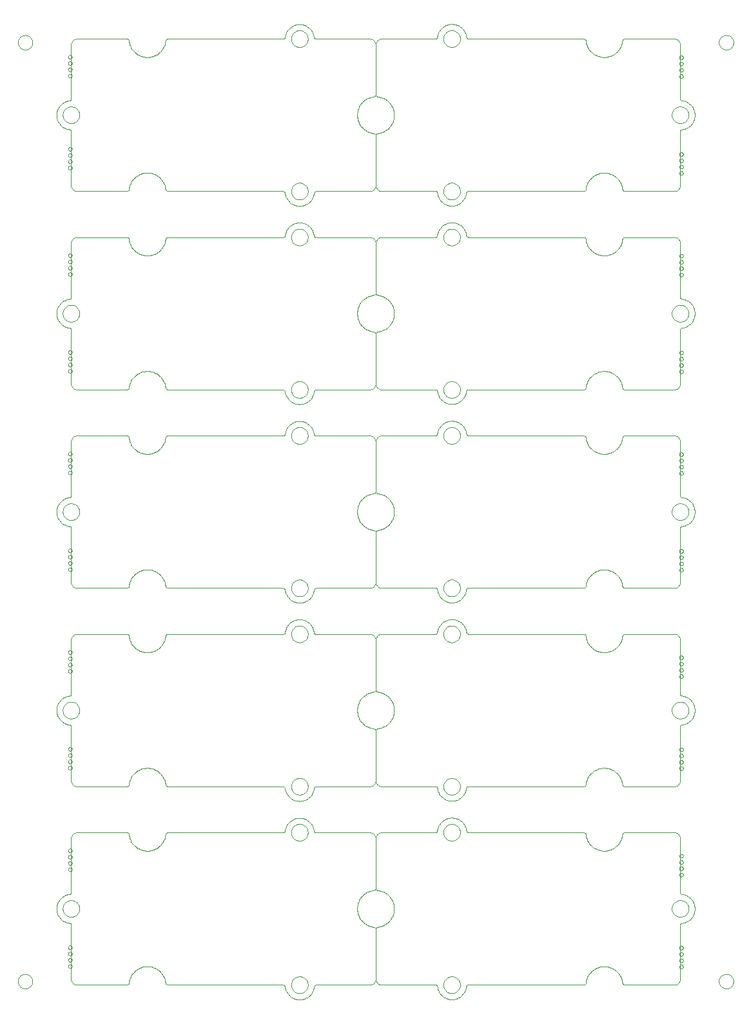
<source format=gbp>
G75*
G70*
%OFA0B0*%
%FSLAX24Y24*%
%IPPOS*%
%LPD*%
%AMOC8*
5,1,8,0,0,1.08239X$1,22.5*
%
%ADD10C,0.0000*%
%ADD11C,0.0010*%
D10*
X003196Y001817D02*
X003198Y001856D01*
X003204Y001894D01*
X003214Y001931D01*
X003227Y001967D01*
X003245Y002002D01*
X003265Y002034D01*
X003289Y002065D01*
X003316Y002092D01*
X003346Y002117D01*
X003378Y002138D01*
X003412Y002157D01*
X003448Y002171D01*
X003485Y002182D01*
X003523Y002189D01*
X003561Y002192D01*
X003600Y002191D01*
X003638Y002186D01*
X003676Y002177D01*
X003712Y002164D01*
X003747Y002148D01*
X003780Y002128D01*
X003811Y002105D01*
X003840Y002079D01*
X003865Y002050D01*
X003887Y002018D01*
X003906Y001985D01*
X003922Y001949D01*
X003934Y001913D01*
X003942Y001875D01*
X003946Y001836D01*
X003946Y001798D01*
X003942Y001759D01*
X003934Y001721D01*
X003922Y001685D01*
X003906Y001649D01*
X003887Y001616D01*
X003865Y001584D01*
X003840Y001555D01*
X003811Y001529D01*
X003780Y001506D01*
X003747Y001486D01*
X003712Y001470D01*
X003676Y001457D01*
X003638Y001448D01*
X003600Y001443D01*
X003561Y001442D01*
X003523Y001445D01*
X003485Y001452D01*
X003448Y001463D01*
X003412Y001477D01*
X003378Y001496D01*
X003346Y001517D01*
X003316Y001542D01*
X003289Y001569D01*
X003265Y001600D01*
X003245Y001632D01*
X003227Y001667D01*
X003214Y001703D01*
X003204Y001740D01*
X003198Y001778D01*
X003196Y001817D01*
X005798Y002592D02*
X005800Y002611D01*
X005805Y002630D01*
X005815Y002646D01*
X005827Y002661D01*
X005842Y002673D01*
X005858Y002683D01*
X005877Y002688D01*
X005896Y002690D01*
X005915Y002688D01*
X005934Y002683D01*
X005950Y002673D01*
X005965Y002661D01*
X005977Y002646D01*
X005987Y002630D01*
X005992Y002611D01*
X005994Y002592D01*
X005992Y002573D01*
X005987Y002554D01*
X005977Y002538D01*
X005965Y002523D01*
X005950Y002511D01*
X005934Y002501D01*
X005915Y002496D01*
X005896Y002494D01*
X005877Y002496D01*
X005858Y002501D01*
X005842Y002511D01*
X005827Y002523D01*
X005815Y002538D01*
X005805Y002554D01*
X005800Y002573D01*
X005798Y002592D01*
X005798Y002917D02*
X005800Y002936D01*
X005805Y002955D01*
X005815Y002971D01*
X005827Y002986D01*
X005842Y002998D01*
X005858Y003008D01*
X005877Y003013D01*
X005896Y003015D01*
X005915Y003013D01*
X005934Y003008D01*
X005950Y002998D01*
X005965Y002986D01*
X005977Y002971D01*
X005987Y002955D01*
X005992Y002936D01*
X005994Y002917D01*
X005992Y002898D01*
X005987Y002879D01*
X005977Y002863D01*
X005965Y002848D01*
X005950Y002836D01*
X005934Y002826D01*
X005915Y002821D01*
X005896Y002819D01*
X005877Y002821D01*
X005858Y002826D01*
X005842Y002836D01*
X005827Y002848D01*
X005815Y002863D01*
X005805Y002879D01*
X005800Y002898D01*
X005798Y002917D01*
X005798Y003242D02*
X005800Y003261D01*
X005805Y003280D01*
X005815Y003296D01*
X005827Y003311D01*
X005842Y003323D01*
X005858Y003333D01*
X005877Y003338D01*
X005896Y003340D01*
X005915Y003338D01*
X005934Y003333D01*
X005950Y003323D01*
X005965Y003311D01*
X005977Y003296D01*
X005987Y003280D01*
X005992Y003261D01*
X005994Y003242D01*
X005992Y003223D01*
X005987Y003204D01*
X005977Y003188D01*
X005965Y003173D01*
X005950Y003161D01*
X005934Y003151D01*
X005915Y003146D01*
X005896Y003144D01*
X005877Y003146D01*
X005858Y003151D01*
X005842Y003161D01*
X005827Y003173D01*
X005815Y003188D01*
X005805Y003204D01*
X005800Y003223D01*
X005798Y003242D01*
X005798Y003567D02*
X005800Y003586D01*
X005805Y003605D01*
X005815Y003621D01*
X005827Y003636D01*
X005842Y003648D01*
X005858Y003658D01*
X005877Y003663D01*
X005896Y003665D01*
X005915Y003663D01*
X005934Y003658D01*
X005950Y003648D01*
X005965Y003636D01*
X005977Y003621D01*
X005987Y003605D01*
X005992Y003586D01*
X005994Y003567D01*
X005992Y003548D01*
X005987Y003529D01*
X005977Y003513D01*
X005965Y003498D01*
X005950Y003486D01*
X005934Y003476D01*
X005915Y003471D01*
X005896Y003469D01*
X005877Y003471D01*
X005858Y003476D01*
X005842Y003486D01*
X005827Y003498D01*
X005815Y003513D01*
X005805Y003529D01*
X005800Y003548D01*
X005798Y003567D01*
X005514Y005567D02*
X005516Y005608D01*
X005522Y005649D01*
X005532Y005689D01*
X005545Y005728D01*
X005562Y005765D01*
X005583Y005801D01*
X005607Y005835D01*
X005634Y005866D01*
X005663Y005894D01*
X005696Y005920D01*
X005730Y005942D01*
X005767Y005961D01*
X005805Y005976D01*
X005845Y005988D01*
X005885Y005996D01*
X005926Y006000D01*
X005968Y006000D01*
X006009Y005996D01*
X006049Y005988D01*
X006089Y005976D01*
X006127Y005961D01*
X006163Y005942D01*
X006198Y005920D01*
X006231Y005894D01*
X006260Y005866D01*
X006287Y005835D01*
X006311Y005801D01*
X006332Y005765D01*
X006349Y005728D01*
X006362Y005689D01*
X006372Y005649D01*
X006378Y005608D01*
X006380Y005567D01*
X006378Y005526D01*
X006372Y005485D01*
X006362Y005445D01*
X006349Y005406D01*
X006332Y005369D01*
X006311Y005333D01*
X006287Y005299D01*
X006260Y005268D01*
X006231Y005240D01*
X006198Y005214D01*
X006164Y005192D01*
X006127Y005173D01*
X006089Y005158D01*
X006049Y005146D01*
X006009Y005138D01*
X005968Y005134D01*
X005926Y005134D01*
X005885Y005138D01*
X005845Y005146D01*
X005805Y005158D01*
X005767Y005173D01*
X005731Y005192D01*
X005696Y005214D01*
X005663Y005240D01*
X005634Y005268D01*
X005607Y005299D01*
X005583Y005333D01*
X005562Y005369D01*
X005545Y005406D01*
X005532Y005445D01*
X005522Y005485D01*
X005516Y005526D01*
X005514Y005567D01*
X005798Y007592D02*
X005800Y007611D01*
X005805Y007630D01*
X005815Y007646D01*
X005827Y007661D01*
X005842Y007673D01*
X005858Y007683D01*
X005877Y007688D01*
X005896Y007690D01*
X005915Y007688D01*
X005934Y007683D01*
X005950Y007673D01*
X005965Y007661D01*
X005977Y007646D01*
X005987Y007630D01*
X005992Y007611D01*
X005994Y007592D01*
X005992Y007573D01*
X005987Y007554D01*
X005977Y007538D01*
X005965Y007523D01*
X005950Y007511D01*
X005934Y007501D01*
X005915Y007496D01*
X005896Y007494D01*
X005877Y007496D01*
X005858Y007501D01*
X005842Y007511D01*
X005827Y007523D01*
X005815Y007538D01*
X005805Y007554D01*
X005800Y007573D01*
X005798Y007592D01*
X005798Y007917D02*
X005800Y007936D01*
X005805Y007955D01*
X005815Y007971D01*
X005827Y007986D01*
X005842Y007998D01*
X005858Y008008D01*
X005877Y008013D01*
X005896Y008015D01*
X005915Y008013D01*
X005934Y008008D01*
X005950Y007998D01*
X005965Y007986D01*
X005977Y007971D01*
X005987Y007955D01*
X005992Y007936D01*
X005994Y007917D01*
X005992Y007898D01*
X005987Y007879D01*
X005977Y007863D01*
X005965Y007848D01*
X005950Y007836D01*
X005934Y007826D01*
X005915Y007821D01*
X005896Y007819D01*
X005877Y007821D01*
X005858Y007826D01*
X005842Y007836D01*
X005827Y007848D01*
X005815Y007863D01*
X005805Y007879D01*
X005800Y007898D01*
X005798Y007917D01*
X005798Y008242D02*
X005800Y008261D01*
X005805Y008280D01*
X005815Y008296D01*
X005827Y008311D01*
X005842Y008323D01*
X005858Y008333D01*
X005877Y008338D01*
X005896Y008340D01*
X005915Y008338D01*
X005934Y008333D01*
X005950Y008323D01*
X005965Y008311D01*
X005977Y008296D01*
X005987Y008280D01*
X005992Y008261D01*
X005994Y008242D01*
X005992Y008223D01*
X005987Y008204D01*
X005977Y008188D01*
X005965Y008173D01*
X005950Y008161D01*
X005934Y008151D01*
X005915Y008146D01*
X005896Y008144D01*
X005877Y008146D01*
X005858Y008151D01*
X005842Y008161D01*
X005827Y008173D01*
X005815Y008188D01*
X005805Y008204D01*
X005800Y008223D01*
X005798Y008242D01*
X005798Y008567D02*
X005800Y008586D01*
X005805Y008605D01*
X005815Y008621D01*
X005827Y008636D01*
X005842Y008648D01*
X005858Y008658D01*
X005877Y008663D01*
X005896Y008665D01*
X005915Y008663D01*
X005934Y008658D01*
X005950Y008648D01*
X005965Y008636D01*
X005977Y008621D01*
X005987Y008605D01*
X005992Y008586D01*
X005994Y008567D01*
X005992Y008548D01*
X005987Y008529D01*
X005977Y008513D01*
X005965Y008498D01*
X005950Y008486D01*
X005934Y008476D01*
X005915Y008471D01*
X005896Y008469D01*
X005877Y008471D01*
X005858Y008476D01*
X005842Y008486D01*
X005827Y008498D01*
X005815Y008513D01*
X005805Y008529D01*
X005800Y008548D01*
X005798Y008567D01*
X005798Y012842D02*
X005800Y012861D01*
X005805Y012880D01*
X005815Y012896D01*
X005827Y012911D01*
X005842Y012923D01*
X005858Y012933D01*
X005877Y012938D01*
X005896Y012940D01*
X005915Y012938D01*
X005934Y012933D01*
X005950Y012923D01*
X005965Y012911D01*
X005977Y012896D01*
X005987Y012880D01*
X005992Y012861D01*
X005994Y012842D01*
X005992Y012823D01*
X005987Y012804D01*
X005977Y012788D01*
X005965Y012773D01*
X005950Y012761D01*
X005934Y012751D01*
X005915Y012746D01*
X005896Y012744D01*
X005877Y012746D01*
X005858Y012751D01*
X005842Y012761D01*
X005827Y012773D01*
X005815Y012788D01*
X005805Y012804D01*
X005800Y012823D01*
X005798Y012842D01*
X005798Y013167D02*
X005800Y013186D01*
X005805Y013205D01*
X005815Y013221D01*
X005827Y013236D01*
X005842Y013248D01*
X005858Y013258D01*
X005877Y013263D01*
X005896Y013265D01*
X005915Y013263D01*
X005934Y013258D01*
X005950Y013248D01*
X005965Y013236D01*
X005977Y013221D01*
X005987Y013205D01*
X005992Y013186D01*
X005994Y013167D01*
X005992Y013148D01*
X005987Y013129D01*
X005977Y013113D01*
X005965Y013098D01*
X005950Y013086D01*
X005934Y013076D01*
X005915Y013071D01*
X005896Y013069D01*
X005877Y013071D01*
X005858Y013076D01*
X005842Y013086D01*
X005827Y013098D01*
X005815Y013113D01*
X005805Y013129D01*
X005800Y013148D01*
X005798Y013167D01*
X005798Y013492D02*
X005800Y013511D01*
X005805Y013530D01*
X005815Y013546D01*
X005827Y013561D01*
X005842Y013573D01*
X005858Y013583D01*
X005877Y013588D01*
X005896Y013590D01*
X005915Y013588D01*
X005934Y013583D01*
X005950Y013573D01*
X005965Y013561D01*
X005977Y013546D01*
X005987Y013530D01*
X005992Y013511D01*
X005994Y013492D01*
X005992Y013473D01*
X005987Y013454D01*
X005977Y013438D01*
X005965Y013423D01*
X005950Y013411D01*
X005934Y013401D01*
X005915Y013396D01*
X005896Y013394D01*
X005877Y013396D01*
X005858Y013401D01*
X005842Y013411D01*
X005827Y013423D01*
X005815Y013438D01*
X005805Y013454D01*
X005800Y013473D01*
X005798Y013492D01*
X005798Y013817D02*
X005800Y013836D01*
X005805Y013855D01*
X005815Y013871D01*
X005827Y013886D01*
X005842Y013898D01*
X005858Y013908D01*
X005877Y013913D01*
X005896Y013915D01*
X005915Y013913D01*
X005934Y013908D01*
X005950Y013898D01*
X005965Y013886D01*
X005977Y013871D01*
X005987Y013855D01*
X005992Y013836D01*
X005994Y013817D01*
X005992Y013798D01*
X005987Y013779D01*
X005977Y013763D01*
X005965Y013748D01*
X005950Y013736D01*
X005934Y013726D01*
X005915Y013721D01*
X005896Y013719D01*
X005877Y013721D01*
X005858Y013726D01*
X005842Y013736D01*
X005827Y013748D01*
X005815Y013763D01*
X005805Y013779D01*
X005800Y013798D01*
X005798Y013817D01*
X005514Y015817D02*
X005516Y015858D01*
X005522Y015899D01*
X005532Y015939D01*
X005545Y015978D01*
X005562Y016015D01*
X005583Y016051D01*
X005607Y016085D01*
X005634Y016116D01*
X005663Y016144D01*
X005696Y016170D01*
X005730Y016192D01*
X005767Y016211D01*
X005805Y016226D01*
X005845Y016238D01*
X005885Y016246D01*
X005926Y016250D01*
X005968Y016250D01*
X006009Y016246D01*
X006049Y016238D01*
X006089Y016226D01*
X006127Y016211D01*
X006163Y016192D01*
X006198Y016170D01*
X006231Y016144D01*
X006260Y016116D01*
X006287Y016085D01*
X006311Y016051D01*
X006332Y016015D01*
X006349Y015978D01*
X006362Y015939D01*
X006372Y015899D01*
X006378Y015858D01*
X006380Y015817D01*
X006378Y015776D01*
X006372Y015735D01*
X006362Y015695D01*
X006349Y015656D01*
X006332Y015619D01*
X006311Y015583D01*
X006287Y015549D01*
X006260Y015518D01*
X006231Y015490D01*
X006198Y015464D01*
X006164Y015442D01*
X006127Y015423D01*
X006089Y015408D01*
X006049Y015396D01*
X006009Y015388D01*
X005968Y015384D01*
X005926Y015384D01*
X005885Y015388D01*
X005845Y015396D01*
X005805Y015408D01*
X005767Y015423D01*
X005731Y015442D01*
X005696Y015464D01*
X005663Y015490D01*
X005634Y015518D01*
X005607Y015549D01*
X005583Y015583D01*
X005562Y015619D01*
X005545Y015656D01*
X005532Y015695D01*
X005522Y015735D01*
X005516Y015776D01*
X005514Y015817D01*
X005798Y017842D02*
X005800Y017861D01*
X005805Y017880D01*
X005815Y017896D01*
X005827Y017911D01*
X005842Y017923D01*
X005858Y017933D01*
X005877Y017938D01*
X005896Y017940D01*
X005915Y017938D01*
X005934Y017933D01*
X005950Y017923D01*
X005965Y017911D01*
X005977Y017896D01*
X005987Y017880D01*
X005992Y017861D01*
X005994Y017842D01*
X005992Y017823D01*
X005987Y017804D01*
X005977Y017788D01*
X005965Y017773D01*
X005950Y017761D01*
X005934Y017751D01*
X005915Y017746D01*
X005896Y017744D01*
X005877Y017746D01*
X005858Y017751D01*
X005842Y017761D01*
X005827Y017773D01*
X005815Y017788D01*
X005805Y017804D01*
X005800Y017823D01*
X005798Y017842D01*
X005798Y018167D02*
X005800Y018186D01*
X005805Y018205D01*
X005815Y018221D01*
X005827Y018236D01*
X005842Y018248D01*
X005858Y018258D01*
X005877Y018263D01*
X005896Y018265D01*
X005915Y018263D01*
X005934Y018258D01*
X005950Y018248D01*
X005965Y018236D01*
X005977Y018221D01*
X005987Y018205D01*
X005992Y018186D01*
X005994Y018167D01*
X005992Y018148D01*
X005987Y018129D01*
X005977Y018113D01*
X005965Y018098D01*
X005950Y018086D01*
X005934Y018076D01*
X005915Y018071D01*
X005896Y018069D01*
X005877Y018071D01*
X005858Y018076D01*
X005842Y018086D01*
X005827Y018098D01*
X005815Y018113D01*
X005805Y018129D01*
X005800Y018148D01*
X005798Y018167D01*
X005798Y018492D02*
X005800Y018511D01*
X005805Y018530D01*
X005815Y018546D01*
X005827Y018561D01*
X005842Y018573D01*
X005858Y018583D01*
X005877Y018588D01*
X005896Y018590D01*
X005915Y018588D01*
X005934Y018583D01*
X005950Y018573D01*
X005965Y018561D01*
X005977Y018546D01*
X005987Y018530D01*
X005992Y018511D01*
X005994Y018492D01*
X005992Y018473D01*
X005987Y018454D01*
X005977Y018438D01*
X005965Y018423D01*
X005950Y018411D01*
X005934Y018401D01*
X005915Y018396D01*
X005896Y018394D01*
X005877Y018396D01*
X005858Y018401D01*
X005842Y018411D01*
X005827Y018423D01*
X005815Y018438D01*
X005805Y018454D01*
X005800Y018473D01*
X005798Y018492D01*
X005798Y018817D02*
X005800Y018836D01*
X005805Y018855D01*
X005815Y018871D01*
X005827Y018886D01*
X005842Y018898D01*
X005858Y018908D01*
X005877Y018913D01*
X005896Y018915D01*
X005915Y018913D01*
X005934Y018908D01*
X005950Y018898D01*
X005965Y018886D01*
X005977Y018871D01*
X005987Y018855D01*
X005992Y018836D01*
X005994Y018817D01*
X005992Y018798D01*
X005987Y018779D01*
X005977Y018763D01*
X005965Y018748D01*
X005950Y018736D01*
X005934Y018726D01*
X005915Y018721D01*
X005896Y018719D01*
X005877Y018721D01*
X005858Y018726D01*
X005842Y018736D01*
X005827Y018748D01*
X005815Y018763D01*
X005805Y018779D01*
X005800Y018798D01*
X005798Y018817D01*
X005798Y023092D02*
X005800Y023111D01*
X005805Y023130D01*
X005815Y023146D01*
X005827Y023161D01*
X005842Y023173D01*
X005858Y023183D01*
X005877Y023188D01*
X005896Y023190D01*
X005915Y023188D01*
X005934Y023183D01*
X005950Y023173D01*
X005965Y023161D01*
X005977Y023146D01*
X005987Y023130D01*
X005992Y023111D01*
X005994Y023092D01*
X005992Y023073D01*
X005987Y023054D01*
X005977Y023038D01*
X005965Y023023D01*
X005950Y023011D01*
X005934Y023001D01*
X005915Y022996D01*
X005896Y022994D01*
X005877Y022996D01*
X005858Y023001D01*
X005842Y023011D01*
X005827Y023023D01*
X005815Y023038D01*
X005805Y023054D01*
X005800Y023073D01*
X005798Y023092D01*
X005798Y023417D02*
X005800Y023436D01*
X005805Y023455D01*
X005815Y023471D01*
X005827Y023486D01*
X005842Y023498D01*
X005858Y023508D01*
X005877Y023513D01*
X005896Y023515D01*
X005915Y023513D01*
X005934Y023508D01*
X005950Y023498D01*
X005965Y023486D01*
X005977Y023471D01*
X005987Y023455D01*
X005992Y023436D01*
X005994Y023417D01*
X005992Y023398D01*
X005987Y023379D01*
X005977Y023363D01*
X005965Y023348D01*
X005950Y023336D01*
X005934Y023326D01*
X005915Y023321D01*
X005896Y023319D01*
X005877Y023321D01*
X005858Y023326D01*
X005842Y023336D01*
X005827Y023348D01*
X005815Y023363D01*
X005805Y023379D01*
X005800Y023398D01*
X005798Y023417D01*
X005798Y023742D02*
X005800Y023761D01*
X005805Y023780D01*
X005815Y023796D01*
X005827Y023811D01*
X005842Y023823D01*
X005858Y023833D01*
X005877Y023838D01*
X005896Y023840D01*
X005915Y023838D01*
X005934Y023833D01*
X005950Y023823D01*
X005965Y023811D01*
X005977Y023796D01*
X005987Y023780D01*
X005992Y023761D01*
X005994Y023742D01*
X005992Y023723D01*
X005987Y023704D01*
X005977Y023688D01*
X005965Y023673D01*
X005950Y023661D01*
X005934Y023651D01*
X005915Y023646D01*
X005896Y023644D01*
X005877Y023646D01*
X005858Y023651D01*
X005842Y023661D01*
X005827Y023673D01*
X005815Y023688D01*
X005805Y023704D01*
X005800Y023723D01*
X005798Y023742D01*
X005798Y024067D02*
X005800Y024086D01*
X005805Y024105D01*
X005815Y024121D01*
X005827Y024136D01*
X005842Y024148D01*
X005858Y024158D01*
X005877Y024163D01*
X005896Y024165D01*
X005915Y024163D01*
X005934Y024158D01*
X005950Y024148D01*
X005965Y024136D01*
X005977Y024121D01*
X005987Y024105D01*
X005992Y024086D01*
X005994Y024067D01*
X005992Y024048D01*
X005987Y024029D01*
X005977Y024013D01*
X005965Y023998D01*
X005950Y023986D01*
X005934Y023976D01*
X005915Y023971D01*
X005896Y023969D01*
X005877Y023971D01*
X005858Y023976D01*
X005842Y023986D01*
X005827Y023998D01*
X005815Y024013D01*
X005805Y024029D01*
X005800Y024048D01*
X005798Y024067D01*
X005514Y026067D02*
X005516Y026108D01*
X005522Y026149D01*
X005532Y026189D01*
X005545Y026228D01*
X005562Y026265D01*
X005583Y026301D01*
X005607Y026335D01*
X005634Y026366D01*
X005663Y026394D01*
X005696Y026420D01*
X005730Y026442D01*
X005767Y026461D01*
X005805Y026476D01*
X005845Y026488D01*
X005885Y026496D01*
X005926Y026500D01*
X005968Y026500D01*
X006009Y026496D01*
X006049Y026488D01*
X006089Y026476D01*
X006127Y026461D01*
X006163Y026442D01*
X006198Y026420D01*
X006231Y026394D01*
X006260Y026366D01*
X006287Y026335D01*
X006311Y026301D01*
X006332Y026265D01*
X006349Y026228D01*
X006362Y026189D01*
X006372Y026149D01*
X006378Y026108D01*
X006380Y026067D01*
X006378Y026026D01*
X006372Y025985D01*
X006362Y025945D01*
X006349Y025906D01*
X006332Y025869D01*
X006311Y025833D01*
X006287Y025799D01*
X006260Y025768D01*
X006231Y025740D01*
X006198Y025714D01*
X006164Y025692D01*
X006127Y025673D01*
X006089Y025658D01*
X006049Y025646D01*
X006009Y025638D01*
X005968Y025634D01*
X005926Y025634D01*
X005885Y025638D01*
X005845Y025646D01*
X005805Y025658D01*
X005767Y025673D01*
X005731Y025692D01*
X005696Y025714D01*
X005663Y025740D01*
X005634Y025768D01*
X005607Y025799D01*
X005583Y025833D01*
X005562Y025869D01*
X005545Y025906D01*
X005532Y025945D01*
X005522Y025985D01*
X005516Y026026D01*
X005514Y026067D01*
X005798Y028092D02*
X005800Y028111D01*
X005805Y028130D01*
X005815Y028146D01*
X005827Y028161D01*
X005842Y028173D01*
X005858Y028183D01*
X005877Y028188D01*
X005896Y028190D01*
X005915Y028188D01*
X005934Y028183D01*
X005950Y028173D01*
X005965Y028161D01*
X005977Y028146D01*
X005987Y028130D01*
X005992Y028111D01*
X005994Y028092D01*
X005992Y028073D01*
X005987Y028054D01*
X005977Y028038D01*
X005965Y028023D01*
X005950Y028011D01*
X005934Y028001D01*
X005915Y027996D01*
X005896Y027994D01*
X005877Y027996D01*
X005858Y028001D01*
X005842Y028011D01*
X005827Y028023D01*
X005815Y028038D01*
X005805Y028054D01*
X005800Y028073D01*
X005798Y028092D01*
X005798Y028417D02*
X005800Y028436D01*
X005805Y028455D01*
X005815Y028471D01*
X005827Y028486D01*
X005842Y028498D01*
X005858Y028508D01*
X005877Y028513D01*
X005896Y028515D01*
X005915Y028513D01*
X005934Y028508D01*
X005950Y028498D01*
X005965Y028486D01*
X005977Y028471D01*
X005987Y028455D01*
X005992Y028436D01*
X005994Y028417D01*
X005992Y028398D01*
X005987Y028379D01*
X005977Y028363D01*
X005965Y028348D01*
X005950Y028336D01*
X005934Y028326D01*
X005915Y028321D01*
X005896Y028319D01*
X005877Y028321D01*
X005858Y028326D01*
X005842Y028336D01*
X005827Y028348D01*
X005815Y028363D01*
X005805Y028379D01*
X005800Y028398D01*
X005798Y028417D01*
X005798Y028742D02*
X005800Y028761D01*
X005805Y028780D01*
X005815Y028796D01*
X005827Y028811D01*
X005842Y028823D01*
X005858Y028833D01*
X005877Y028838D01*
X005896Y028840D01*
X005915Y028838D01*
X005934Y028833D01*
X005950Y028823D01*
X005965Y028811D01*
X005977Y028796D01*
X005987Y028780D01*
X005992Y028761D01*
X005994Y028742D01*
X005992Y028723D01*
X005987Y028704D01*
X005977Y028688D01*
X005965Y028673D01*
X005950Y028661D01*
X005934Y028651D01*
X005915Y028646D01*
X005896Y028644D01*
X005877Y028646D01*
X005858Y028651D01*
X005842Y028661D01*
X005827Y028673D01*
X005815Y028688D01*
X005805Y028704D01*
X005800Y028723D01*
X005798Y028742D01*
X005798Y029067D02*
X005800Y029086D01*
X005805Y029105D01*
X005815Y029121D01*
X005827Y029136D01*
X005842Y029148D01*
X005858Y029158D01*
X005877Y029163D01*
X005896Y029165D01*
X005915Y029163D01*
X005934Y029158D01*
X005950Y029148D01*
X005965Y029136D01*
X005977Y029121D01*
X005987Y029105D01*
X005992Y029086D01*
X005994Y029067D01*
X005992Y029048D01*
X005987Y029029D01*
X005977Y029013D01*
X005965Y028998D01*
X005950Y028986D01*
X005934Y028976D01*
X005915Y028971D01*
X005896Y028969D01*
X005877Y028971D01*
X005858Y028976D01*
X005842Y028986D01*
X005827Y028998D01*
X005815Y029013D01*
X005805Y029029D01*
X005800Y029048D01*
X005798Y029067D01*
X005798Y033342D02*
X005800Y033361D01*
X005805Y033380D01*
X005815Y033396D01*
X005827Y033411D01*
X005842Y033423D01*
X005858Y033433D01*
X005877Y033438D01*
X005896Y033440D01*
X005915Y033438D01*
X005934Y033433D01*
X005950Y033423D01*
X005965Y033411D01*
X005977Y033396D01*
X005987Y033380D01*
X005992Y033361D01*
X005994Y033342D01*
X005992Y033323D01*
X005987Y033304D01*
X005977Y033288D01*
X005965Y033273D01*
X005950Y033261D01*
X005934Y033251D01*
X005915Y033246D01*
X005896Y033244D01*
X005877Y033246D01*
X005858Y033251D01*
X005842Y033261D01*
X005827Y033273D01*
X005815Y033288D01*
X005805Y033304D01*
X005800Y033323D01*
X005798Y033342D01*
X005798Y033667D02*
X005800Y033686D01*
X005805Y033705D01*
X005815Y033721D01*
X005827Y033736D01*
X005842Y033748D01*
X005858Y033758D01*
X005877Y033763D01*
X005896Y033765D01*
X005915Y033763D01*
X005934Y033758D01*
X005950Y033748D01*
X005965Y033736D01*
X005977Y033721D01*
X005987Y033705D01*
X005992Y033686D01*
X005994Y033667D01*
X005992Y033648D01*
X005987Y033629D01*
X005977Y033613D01*
X005965Y033598D01*
X005950Y033586D01*
X005934Y033576D01*
X005915Y033571D01*
X005896Y033569D01*
X005877Y033571D01*
X005858Y033576D01*
X005842Y033586D01*
X005827Y033598D01*
X005815Y033613D01*
X005805Y033629D01*
X005800Y033648D01*
X005798Y033667D01*
X005798Y033992D02*
X005800Y034011D01*
X005805Y034030D01*
X005815Y034046D01*
X005827Y034061D01*
X005842Y034073D01*
X005858Y034083D01*
X005877Y034088D01*
X005896Y034090D01*
X005915Y034088D01*
X005934Y034083D01*
X005950Y034073D01*
X005965Y034061D01*
X005977Y034046D01*
X005987Y034030D01*
X005992Y034011D01*
X005994Y033992D01*
X005992Y033973D01*
X005987Y033954D01*
X005977Y033938D01*
X005965Y033923D01*
X005950Y033911D01*
X005934Y033901D01*
X005915Y033896D01*
X005896Y033894D01*
X005877Y033896D01*
X005858Y033901D01*
X005842Y033911D01*
X005827Y033923D01*
X005815Y033938D01*
X005805Y033954D01*
X005800Y033973D01*
X005798Y033992D01*
X005798Y034317D02*
X005800Y034336D01*
X005805Y034355D01*
X005815Y034371D01*
X005827Y034386D01*
X005842Y034398D01*
X005858Y034408D01*
X005877Y034413D01*
X005896Y034415D01*
X005915Y034413D01*
X005934Y034408D01*
X005950Y034398D01*
X005965Y034386D01*
X005977Y034371D01*
X005987Y034355D01*
X005992Y034336D01*
X005994Y034317D01*
X005992Y034298D01*
X005987Y034279D01*
X005977Y034263D01*
X005965Y034248D01*
X005950Y034236D01*
X005934Y034226D01*
X005915Y034221D01*
X005896Y034219D01*
X005877Y034221D01*
X005858Y034226D01*
X005842Y034236D01*
X005827Y034248D01*
X005815Y034263D01*
X005805Y034279D01*
X005800Y034298D01*
X005798Y034317D01*
X005514Y036317D02*
X005516Y036358D01*
X005522Y036399D01*
X005532Y036439D01*
X005545Y036478D01*
X005562Y036515D01*
X005583Y036551D01*
X005607Y036585D01*
X005634Y036616D01*
X005663Y036644D01*
X005696Y036670D01*
X005730Y036692D01*
X005767Y036711D01*
X005805Y036726D01*
X005845Y036738D01*
X005885Y036746D01*
X005926Y036750D01*
X005968Y036750D01*
X006009Y036746D01*
X006049Y036738D01*
X006089Y036726D01*
X006127Y036711D01*
X006163Y036692D01*
X006198Y036670D01*
X006231Y036644D01*
X006260Y036616D01*
X006287Y036585D01*
X006311Y036551D01*
X006332Y036515D01*
X006349Y036478D01*
X006362Y036439D01*
X006372Y036399D01*
X006378Y036358D01*
X006380Y036317D01*
X006378Y036276D01*
X006372Y036235D01*
X006362Y036195D01*
X006349Y036156D01*
X006332Y036119D01*
X006311Y036083D01*
X006287Y036049D01*
X006260Y036018D01*
X006231Y035990D01*
X006198Y035964D01*
X006164Y035942D01*
X006127Y035923D01*
X006089Y035908D01*
X006049Y035896D01*
X006009Y035888D01*
X005968Y035884D01*
X005926Y035884D01*
X005885Y035888D01*
X005845Y035896D01*
X005805Y035908D01*
X005767Y035923D01*
X005731Y035942D01*
X005696Y035964D01*
X005663Y035990D01*
X005634Y036018D01*
X005607Y036049D01*
X005583Y036083D01*
X005562Y036119D01*
X005545Y036156D01*
X005532Y036195D01*
X005522Y036235D01*
X005516Y036276D01*
X005514Y036317D01*
X005798Y038342D02*
X005800Y038361D01*
X005805Y038380D01*
X005815Y038396D01*
X005827Y038411D01*
X005842Y038423D01*
X005858Y038433D01*
X005877Y038438D01*
X005896Y038440D01*
X005915Y038438D01*
X005934Y038433D01*
X005950Y038423D01*
X005965Y038411D01*
X005977Y038396D01*
X005987Y038380D01*
X005992Y038361D01*
X005994Y038342D01*
X005992Y038323D01*
X005987Y038304D01*
X005977Y038288D01*
X005965Y038273D01*
X005950Y038261D01*
X005934Y038251D01*
X005915Y038246D01*
X005896Y038244D01*
X005877Y038246D01*
X005858Y038251D01*
X005842Y038261D01*
X005827Y038273D01*
X005815Y038288D01*
X005805Y038304D01*
X005800Y038323D01*
X005798Y038342D01*
X005798Y038667D02*
X005800Y038686D01*
X005805Y038705D01*
X005815Y038721D01*
X005827Y038736D01*
X005842Y038748D01*
X005858Y038758D01*
X005877Y038763D01*
X005896Y038765D01*
X005915Y038763D01*
X005934Y038758D01*
X005950Y038748D01*
X005965Y038736D01*
X005977Y038721D01*
X005987Y038705D01*
X005992Y038686D01*
X005994Y038667D01*
X005992Y038648D01*
X005987Y038629D01*
X005977Y038613D01*
X005965Y038598D01*
X005950Y038586D01*
X005934Y038576D01*
X005915Y038571D01*
X005896Y038569D01*
X005877Y038571D01*
X005858Y038576D01*
X005842Y038586D01*
X005827Y038598D01*
X005815Y038613D01*
X005805Y038629D01*
X005800Y038648D01*
X005798Y038667D01*
X005798Y038992D02*
X005800Y039011D01*
X005805Y039030D01*
X005815Y039046D01*
X005827Y039061D01*
X005842Y039073D01*
X005858Y039083D01*
X005877Y039088D01*
X005896Y039090D01*
X005915Y039088D01*
X005934Y039083D01*
X005950Y039073D01*
X005965Y039061D01*
X005977Y039046D01*
X005987Y039030D01*
X005992Y039011D01*
X005994Y038992D01*
X005992Y038973D01*
X005987Y038954D01*
X005977Y038938D01*
X005965Y038923D01*
X005950Y038911D01*
X005934Y038901D01*
X005915Y038896D01*
X005896Y038894D01*
X005877Y038896D01*
X005858Y038901D01*
X005842Y038911D01*
X005827Y038923D01*
X005815Y038938D01*
X005805Y038954D01*
X005800Y038973D01*
X005798Y038992D01*
X005798Y039317D02*
X005800Y039336D01*
X005805Y039355D01*
X005815Y039371D01*
X005827Y039386D01*
X005842Y039398D01*
X005858Y039408D01*
X005877Y039413D01*
X005896Y039415D01*
X005915Y039413D01*
X005934Y039408D01*
X005950Y039398D01*
X005965Y039386D01*
X005977Y039371D01*
X005987Y039355D01*
X005992Y039336D01*
X005994Y039317D01*
X005992Y039298D01*
X005987Y039279D01*
X005977Y039263D01*
X005965Y039248D01*
X005950Y039236D01*
X005934Y039226D01*
X005915Y039221D01*
X005896Y039219D01*
X005877Y039221D01*
X005858Y039226D01*
X005842Y039236D01*
X005827Y039248D01*
X005815Y039263D01*
X005805Y039279D01*
X005800Y039298D01*
X005798Y039317D01*
X005798Y043842D02*
X005800Y043861D01*
X005805Y043880D01*
X005815Y043896D01*
X005827Y043911D01*
X005842Y043923D01*
X005858Y043933D01*
X005877Y043938D01*
X005896Y043940D01*
X005915Y043938D01*
X005934Y043933D01*
X005950Y043923D01*
X005965Y043911D01*
X005977Y043896D01*
X005987Y043880D01*
X005992Y043861D01*
X005994Y043842D01*
X005992Y043823D01*
X005987Y043804D01*
X005977Y043788D01*
X005965Y043773D01*
X005950Y043761D01*
X005934Y043751D01*
X005915Y043746D01*
X005896Y043744D01*
X005877Y043746D01*
X005858Y043751D01*
X005842Y043761D01*
X005827Y043773D01*
X005815Y043788D01*
X005805Y043804D01*
X005800Y043823D01*
X005798Y043842D01*
X005798Y044167D02*
X005800Y044186D01*
X005805Y044205D01*
X005815Y044221D01*
X005827Y044236D01*
X005842Y044248D01*
X005858Y044258D01*
X005877Y044263D01*
X005896Y044265D01*
X005915Y044263D01*
X005934Y044258D01*
X005950Y044248D01*
X005965Y044236D01*
X005977Y044221D01*
X005987Y044205D01*
X005992Y044186D01*
X005994Y044167D01*
X005992Y044148D01*
X005987Y044129D01*
X005977Y044113D01*
X005965Y044098D01*
X005950Y044086D01*
X005934Y044076D01*
X005915Y044071D01*
X005896Y044069D01*
X005877Y044071D01*
X005858Y044076D01*
X005842Y044086D01*
X005827Y044098D01*
X005815Y044113D01*
X005805Y044129D01*
X005800Y044148D01*
X005798Y044167D01*
X005798Y044492D02*
X005800Y044511D01*
X005805Y044530D01*
X005815Y044546D01*
X005827Y044561D01*
X005842Y044573D01*
X005858Y044583D01*
X005877Y044588D01*
X005896Y044590D01*
X005915Y044588D01*
X005934Y044583D01*
X005950Y044573D01*
X005965Y044561D01*
X005977Y044546D01*
X005987Y044530D01*
X005992Y044511D01*
X005994Y044492D01*
X005992Y044473D01*
X005987Y044454D01*
X005977Y044438D01*
X005965Y044423D01*
X005950Y044411D01*
X005934Y044401D01*
X005915Y044396D01*
X005896Y044394D01*
X005877Y044396D01*
X005858Y044401D01*
X005842Y044411D01*
X005827Y044423D01*
X005815Y044438D01*
X005805Y044454D01*
X005800Y044473D01*
X005798Y044492D01*
X005798Y044817D02*
X005800Y044836D01*
X005805Y044855D01*
X005815Y044871D01*
X005827Y044886D01*
X005842Y044898D01*
X005858Y044908D01*
X005877Y044913D01*
X005896Y044915D01*
X005915Y044913D01*
X005934Y044908D01*
X005950Y044898D01*
X005965Y044886D01*
X005977Y044871D01*
X005987Y044855D01*
X005992Y044836D01*
X005994Y044817D01*
X005992Y044798D01*
X005987Y044779D01*
X005977Y044763D01*
X005965Y044748D01*
X005950Y044736D01*
X005934Y044726D01*
X005915Y044721D01*
X005896Y044719D01*
X005877Y044721D01*
X005858Y044726D01*
X005842Y044736D01*
X005827Y044748D01*
X005815Y044763D01*
X005805Y044779D01*
X005800Y044798D01*
X005798Y044817D01*
X005514Y046567D02*
X005516Y046608D01*
X005522Y046649D01*
X005532Y046689D01*
X005545Y046728D01*
X005562Y046765D01*
X005583Y046801D01*
X005607Y046835D01*
X005634Y046866D01*
X005663Y046894D01*
X005696Y046920D01*
X005730Y046942D01*
X005767Y046961D01*
X005805Y046976D01*
X005845Y046988D01*
X005885Y046996D01*
X005926Y047000D01*
X005968Y047000D01*
X006009Y046996D01*
X006049Y046988D01*
X006089Y046976D01*
X006127Y046961D01*
X006163Y046942D01*
X006198Y046920D01*
X006231Y046894D01*
X006260Y046866D01*
X006287Y046835D01*
X006311Y046801D01*
X006332Y046765D01*
X006349Y046728D01*
X006362Y046689D01*
X006372Y046649D01*
X006378Y046608D01*
X006380Y046567D01*
X006378Y046526D01*
X006372Y046485D01*
X006362Y046445D01*
X006349Y046406D01*
X006332Y046369D01*
X006311Y046333D01*
X006287Y046299D01*
X006260Y046268D01*
X006231Y046240D01*
X006198Y046214D01*
X006164Y046192D01*
X006127Y046173D01*
X006089Y046158D01*
X006049Y046146D01*
X006009Y046138D01*
X005968Y046134D01*
X005926Y046134D01*
X005885Y046138D01*
X005845Y046146D01*
X005805Y046158D01*
X005767Y046173D01*
X005731Y046192D01*
X005696Y046214D01*
X005663Y046240D01*
X005634Y046268D01*
X005607Y046299D01*
X005583Y046333D01*
X005562Y046369D01*
X005545Y046406D01*
X005532Y046445D01*
X005522Y046485D01*
X005516Y046526D01*
X005514Y046567D01*
X005798Y048592D02*
X005800Y048611D01*
X005805Y048630D01*
X005815Y048646D01*
X005827Y048661D01*
X005842Y048673D01*
X005858Y048683D01*
X005877Y048688D01*
X005896Y048690D01*
X005915Y048688D01*
X005934Y048683D01*
X005950Y048673D01*
X005965Y048661D01*
X005977Y048646D01*
X005987Y048630D01*
X005992Y048611D01*
X005994Y048592D01*
X005992Y048573D01*
X005987Y048554D01*
X005977Y048538D01*
X005965Y048523D01*
X005950Y048511D01*
X005934Y048501D01*
X005915Y048496D01*
X005896Y048494D01*
X005877Y048496D01*
X005858Y048501D01*
X005842Y048511D01*
X005827Y048523D01*
X005815Y048538D01*
X005805Y048554D01*
X005800Y048573D01*
X005798Y048592D01*
X005798Y048917D02*
X005800Y048936D01*
X005805Y048955D01*
X005815Y048971D01*
X005827Y048986D01*
X005842Y048998D01*
X005858Y049008D01*
X005877Y049013D01*
X005896Y049015D01*
X005915Y049013D01*
X005934Y049008D01*
X005950Y048998D01*
X005965Y048986D01*
X005977Y048971D01*
X005987Y048955D01*
X005992Y048936D01*
X005994Y048917D01*
X005992Y048898D01*
X005987Y048879D01*
X005977Y048863D01*
X005965Y048848D01*
X005950Y048836D01*
X005934Y048826D01*
X005915Y048821D01*
X005896Y048819D01*
X005877Y048821D01*
X005858Y048826D01*
X005842Y048836D01*
X005827Y048848D01*
X005815Y048863D01*
X005805Y048879D01*
X005800Y048898D01*
X005798Y048917D01*
X005798Y049242D02*
X005800Y049261D01*
X005805Y049280D01*
X005815Y049296D01*
X005827Y049311D01*
X005842Y049323D01*
X005858Y049333D01*
X005877Y049338D01*
X005896Y049340D01*
X005915Y049338D01*
X005934Y049333D01*
X005950Y049323D01*
X005965Y049311D01*
X005977Y049296D01*
X005987Y049280D01*
X005992Y049261D01*
X005994Y049242D01*
X005992Y049223D01*
X005987Y049204D01*
X005977Y049188D01*
X005965Y049173D01*
X005950Y049161D01*
X005934Y049151D01*
X005915Y049146D01*
X005896Y049144D01*
X005877Y049146D01*
X005858Y049151D01*
X005842Y049161D01*
X005827Y049173D01*
X005815Y049188D01*
X005805Y049204D01*
X005800Y049223D01*
X005798Y049242D01*
X005798Y049567D02*
X005800Y049586D01*
X005805Y049605D01*
X005815Y049621D01*
X005827Y049636D01*
X005842Y049648D01*
X005858Y049658D01*
X005877Y049663D01*
X005896Y049665D01*
X005915Y049663D01*
X005934Y049658D01*
X005950Y049648D01*
X005965Y049636D01*
X005977Y049621D01*
X005987Y049605D01*
X005992Y049586D01*
X005994Y049567D01*
X005992Y049548D01*
X005987Y049529D01*
X005977Y049513D01*
X005965Y049498D01*
X005950Y049486D01*
X005934Y049476D01*
X005915Y049471D01*
X005896Y049469D01*
X005877Y049471D01*
X005858Y049476D01*
X005842Y049486D01*
X005827Y049498D01*
X005815Y049513D01*
X005805Y049529D01*
X005800Y049548D01*
X005798Y049567D01*
X003196Y050317D02*
X003198Y050356D01*
X003204Y050394D01*
X003214Y050431D01*
X003227Y050467D01*
X003245Y050502D01*
X003265Y050534D01*
X003289Y050565D01*
X003316Y050592D01*
X003346Y050617D01*
X003378Y050638D01*
X003412Y050657D01*
X003448Y050671D01*
X003485Y050682D01*
X003523Y050689D01*
X003561Y050692D01*
X003600Y050691D01*
X003638Y050686D01*
X003676Y050677D01*
X003712Y050664D01*
X003747Y050648D01*
X003780Y050628D01*
X003811Y050605D01*
X003840Y050579D01*
X003865Y050550D01*
X003887Y050518D01*
X003906Y050485D01*
X003922Y050449D01*
X003934Y050413D01*
X003942Y050375D01*
X003946Y050336D01*
X003946Y050298D01*
X003942Y050259D01*
X003934Y050221D01*
X003922Y050185D01*
X003906Y050149D01*
X003887Y050116D01*
X003865Y050084D01*
X003840Y050055D01*
X003811Y050029D01*
X003780Y050006D01*
X003747Y049986D01*
X003712Y049970D01*
X003676Y049957D01*
X003638Y049948D01*
X003600Y049943D01*
X003561Y049942D01*
X003523Y049945D01*
X003485Y049952D01*
X003448Y049963D01*
X003412Y049977D01*
X003378Y049996D01*
X003346Y050017D01*
X003316Y050042D01*
X003289Y050069D01*
X003265Y050100D01*
X003245Y050132D01*
X003227Y050167D01*
X003214Y050203D01*
X003204Y050240D01*
X003198Y050278D01*
X003196Y050317D01*
X017325Y050504D02*
X017327Y050545D01*
X017333Y050586D01*
X017343Y050626D01*
X017356Y050665D01*
X017373Y050702D01*
X017394Y050738D01*
X017418Y050772D01*
X017445Y050803D01*
X017474Y050831D01*
X017507Y050857D01*
X017541Y050879D01*
X017578Y050898D01*
X017616Y050913D01*
X017656Y050925D01*
X017696Y050933D01*
X017737Y050937D01*
X017779Y050937D01*
X017820Y050933D01*
X017860Y050925D01*
X017900Y050913D01*
X017938Y050898D01*
X017974Y050879D01*
X018009Y050857D01*
X018042Y050831D01*
X018071Y050803D01*
X018098Y050772D01*
X018122Y050738D01*
X018143Y050702D01*
X018160Y050665D01*
X018173Y050626D01*
X018183Y050586D01*
X018189Y050545D01*
X018191Y050504D01*
X018189Y050463D01*
X018183Y050422D01*
X018173Y050382D01*
X018160Y050343D01*
X018143Y050306D01*
X018122Y050270D01*
X018098Y050236D01*
X018071Y050205D01*
X018042Y050177D01*
X018009Y050151D01*
X017975Y050129D01*
X017938Y050110D01*
X017900Y050095D01*
X017860Y050083D01*
X017820Y050075D01*
X017779Y050071D01*
X017737Y050071D01*
X017696Y050075D01*
X017656Y050083D01*
X017616Y050095D01*
X017578Y050110D01*
X017542Y050129D01*
X017507Y050151D01*
X017474Y050177D01*
X017445Y050205D01*
X017418Y050236D01*
X017394Y050270D01*
X017373Y050306D01*
X017356Y050343D01*
X017343Y050382D01*
X017333Y050422D01*
X017327Y050463D01*
X017325Y050504D01*
X017325Y042630D02*
X017327Y042671D01*
X017333Y042712D01*
X017343Y042752D01*
X017356Y042791D01*
X017373Y042828D01*
X017394Y042864D01*
X017418Y042898D01*
X017445Y042929D01*
X017474Y042957D01*
X017507Y042983D01*
X017541Y043005D01*
X017578Y043024D01*
X017616Y043039D01*
X017656Y043051D01*
X017696Y043059D01*
X017737Y043063D01*
X017779Y043063D01*
X017820Y043059D01*
X017860Y043051D01*
X017900Y043039D01*
X017938Y043024D01*
X017974Y043005D01*
X018009Y042983D01*
X018042Y042957D01*
X018071Y042929D01*
X018098Y042898D01*
X018122Y042864D01*
X018143Y042828D01*
X018160Y042791D01*
X018173Y042752D01*
X018183Y042712D01*
X018189Y042671D01*
X018191Y042630D01*
X018189Y042589D01*
X018183Y042548D01*
X018173Y042508D01*
X018160Y042469D01*
X018143Y042432D01*
X018122Y042396D01*
X018098Y042362D01*
X018071Y042331D01*
X018042Y042303D01*
X018009Y042277D01*
X017975Y042255D01*
X017938Y042236D01*
X017900Y042221D01*
X017860Y042209D01*
X017820Y042201D01*
X017779Y042197D01*
X017737Y042197D01*
X017696Y042201D01*
X017656Y042209D01*
X017616Y042221D01*
X017578Y042236D01*
X017542Y042255D01*
X017507Y042277D01*
X017474Y042303D01*
X017445Y042331D01*
X017418Y042362D01*
X017394Y042396D01*
X017373Y042432D01*
X017356Y042469D01*
X017343Y042508D01*
X017333Y042548D01*
X017327Y042589D01*
X017325Y042630D01*
X017325Y040254D02*
X017327Y040295D01*
X017333Y040336D01*
X017343Y040376D01*
X017356Y040415D01*
X017373Y040452D01*
X017394Y040488D01*
X017418Y040522D01*
X017445Y040553D01*
X017474Y040581D01*
X017507Y040607D01*
X017541Y040629D01*
X017578Y040648D01*
X017616Y040663D01*
X017656Y040675D01*
X017696Y040683D01*
X017737Y040687D01*
X017779Y040687D01*
X017820Y040683D01*
X017860Y040675D01*
X017900Y040663D01*
X017938Y040648D01*
X017974Y040629D01*
X018009Y040607D01*
X018042Y040581D01*
X018071Y040553D01*
X018098Y040522D01*
X018122Y040488D01*
X018143Y040452D01*
X018160Y040415D01*
X018173Y040376D01*
X018183Y040336D01*
X018189Y040295D01*
X018191Y040254D01*
X018189Y040213D01*
X018183Y040172D01*
X018173Y040132D01*
X018160Y040093D01*
X018143Y040056D01*
X018122Y040020D01*
X018098Y039986D01*
X018071Y039955D01*
X018042Y039927D01*
X018009Y039901D01*
X017975Y039879D01*
X017938Y039860D01*
X017900Y039845D01*
X017860Y039833D01*
X017820Y039825D01*
X017779Y039821D01*
X017737Y039821D01*
X017696Y039825D01*
X017656Y039833D01*
X017616Y039845D01*
X017578Y039860D01*
X017542Y039879D01*
X017507Y039901D01*
X017474Y039927D01*
X017445Y039955D01*
X017418Y039986D01*
X017394Y040020D01*
X017373Y040056D01*
X017356Y040093D01*
X017343Y040132D01*
X017333Y040172D01*
X017327Y040213D01*
X017325Y040254D01*
X017325Y032380D02*
X017327Y032421D01*
X017333Y032462D01*
X017343Y032502D01*
X017356Y032541D01*
X017373Y032578D01*
X017394Y032614D01*
X017418Y032648D01*
X017445Y032679D01*
X017474Y032707D01*
X017507Y032733D01*
X017541Y032755D01*
X017578Y032774D01*
X017616Y032789D01*
X017656Y032801D01*
X017696Y032809D01*
X017737Y032813D01*
X017779Y032813D01*
X017820Y032809D01*
X017860Y032801D01*
X017900Y032789D01*
X017938Y032774D01*
X017974Y032755D01*
X018009Y032733D01*
X018042Y032707D01*
X018071Y032679D01*
X018098Y032648D01*
X018122Y032614D01*
X018143Y032578D01*
X018160Y032541D01*
X018173Y032502D01*
X018183Y032462D01*
X018189Y032421D01*
X018191Y032380D01*
X018189Y032339D01*
X018183Y032298D01*
X018173Y032258D01*
X018160Y032219D01*
X018143Y032182D01*
X018122Y032146D01*
X018098Y032112D01*
X018071Y032081D01*
X018042Y032053D01*
X018009Y032027D01*
X017975Y032005D01*
X017938Y031986D01*
X017900Y031971D01*
X017860Y031959D01*
X017820Y031951D01*
X017779Y031947D01*
X017737Y031947D01*
X017696Y031951D01*
X017656Y031959D01*
X017616Y031971D01*
X017578Y031986D01*
X017542Y032005D01*
X017507Y032027D01*
X017474Y032053D01*
X017445Y032081D01*
X017418Y032112D01*
X017394Y032146D01*
X017373Y032182D01*
X017356Y032219D01*
X017343Y032258D01*
X017333Y032298D01*
X017327Y032339D01*
X017325Y032380D01*
X017325Y030004D02*
X017327Y030045D01*
X017333Y030086D01*
X017343Y030126D01*
X017356Y030165D01*
X017373Y030202D01*
X017394Y030238D01*
X017418Y030272D01*
X017445Y030303D01*
X017474Y030331D01*
X017507Y030357D01*
X017541Y030379D01*
X017578Y030398D01*
X017616Y030413D01*
X017656Y030425D01*
X017696Y030433D01*
X017737Y030437D01*
X017779Y030437D01*
X017820Y030433D01*
X017860Y030425D01*
X017900Y030413D01*
X017938Y030398D01*
X017974Y030379D01*
X018009Y030357D01*
X018042Y030331D01*
X018071Y030303D01*
X018098Y030272D01*
X018122Y030238D01*
X018143Y030202D01*
X018160Y030165D01*
X018173Y030126D01*
X018183Y030086D01*
X018189Y030045D01*
X018191Y030004D01*
X018189Y029963D01*
X018183Y029922D01*
X018173Y029882D01*
X018160Y029843D01*
X018143Y029806D01*
X018122Y029770D01*
X018098Y029736D01*
X018071Y029705D01*
X018042Y029677D01*
X018009Y029651D01*
X017975Y029629D01*
X017938Y029610D01*
X017900Y029595D01*
X017860Y029583D01*
X017820Y029575D01*
X017779Y029571D01*
X017737Y029571D01*
X017696Y029575D01*
X017656Y029583D01*
X017616Y029595D01*
X017578Y029610D01*
X017542Y029629D01*
X017507Y029651D01*
X017474Y029677D01*
X017445Y029705D01*
X017418Y029736D01*
X017394Y029770D01*
X017373Y029806D01*
X017356Y029843D01*
X017343Y029882D01*
X017333Y029922D01*
X017327Y029963D01*
X017325Y030004D01*
X017325Y022130D02*
X017327Y022171D01*
X017333Y022212D01*
X017343Y022252D01*
X017356Y022291D01*
X017373Y022328D01*
X017394Y022364D01*
X017418Y022398D01*
X017445Y022429D01*
X017474Y022457D01*
X017507Y022483D01*
X017541Y022505D01*
X017578Y022524D01*
X017616Y022539D01*
X017656Y022551D01*
X017696Y022559D01*
X017737Y022563D01*
X017779Y022563D01*
X017820Y022559D01*
X017860Y022551D01*
X017900Y022539D01*
X017938Y022524D01*
X017974Y022505D01*
X018009Y022483D01*
X018042Y022457D01*
X018071Y022429D01*
X018098Y022398D01*
X018122Y022364D01*
X018143Y022328D01*
X018160Y022291D01*
X018173Y022252D01*
X018183Y022212D01*
X018189Y022171D01*
X018191Y022130D01*
X018189Y022089D01*
X018183Y022048D01*
X018173Y022008D01*
X018160Y021969D01*
X018143Y021932D01*
X018122Y021896D01*
X018098Y021862D01*
X018071Y021831D01*
X018042Y021803D01*
X018009Y021777D01*
X017975Y021755D01*
X017938Y021736D01*
X017900Y021721D01*
X017860Y021709D01*
X017820Y021701D01*
X017779Y021697D01*
X017737Y021697D01*
X017696Y021701D01*
X017656Y021709D01*
X017616Y021721D01*
X017578Y021736D01*
X017542Y021755D01*
X017507Y021777D01*
X017474Y021803D01*
X017445Y021831D01*
X017418Y021862D01*
X017394Y021896D01*
X017373Y021932D01*
X017356Y021969D01*
X017343Y022008D01*
X017333Y022048D01*
X017327Y022089D01*
X017325Y022130D01*
X017325Y019754D02*
X017327Y019795D01*
X017333Y019836D01*
X017343Y019876D01*
X017356Y019915D01*
X017373Y019952D01*
X017394Y019988D01*
X017418Y020022D01*
X017445Y020053D01*
X017474Y020081D01*
X017507Y020107D01*
X017541Y020129D01*
X017578Y020148D01*
X017616Y020163D01*
X017656Y020175D01*
X017696Y020183D01*
X017737Y020187D01*
X017779Y020187D01*
X017820Y020183D01*
X017860Y020175D01*
X017900Y020163D01*
X017938Y020148D01*
X017974Y020129D01*
X018009Y020107D01*
X018042Y020081D01*
X018071Y020053D01*
X018098Y020022D01*
X018122Y019988D01*
X018143Y019952D01*
X018160Y019915D01*
X018173Y019876D01*
X018183Y019836D01*
X018189Y019795D01*
X018191Y019754D01*
X018189Y019713D01*
X018183Y019672D01*
X018173Y019632D01*
X018160Y019593D01*
X018143Y019556D01*
X018122Y019520D01*
X018098Y019486D01*
X018071Y019455D01*
X018042Y019427D01*
X018009Y019401D01*
X017975Y019379D01*
X017938Y019360D01*
X017900Y019345D01*
X017860Y019333D01*
X017820Y019325D01*
X017779Y019321D01*
X017737Y019321D01*
X017696Y019325D01*
X017656Y019333D01*
X017616Y019345D01*
X017578Y019360D01*
X017542Y019379D01*
X017507Y019401D01*
X017474Y019427D01*
X017445Y019455D01*
X017418Y019486D01*
X017394Y019520D01*
X017373Y019556D01*
X017356Y019593D01*
X017343Y019632D01*
X017333Y019672D01*
X017327Y019713D01*
X017325Y019754D01*
X017325Y011880D02*
X017327Y011921D01*
X017333Y011962D01*
X017343Y012002D01*
X017356Y012041D01*
X017373Y012078D01*
X017394Y012114D01*
X017418Y012148D01*
X017445Y012179D01*
X017474Y012207D01*
X017507Y012233D01*
X017541Y012255D01*
X017578Y012274D01*
X017616Y012289D01*
X017656Y012301D01*
X017696Y012309D01*
X017737Y012313D01*
X017779Y012313D01*
X017820Y012309D01*
X017860Y012301D01*
X017900Y012289D01*
X017938Y012274D01*
X017974Y012255D01*
X018009Y012233D01*
X018042Y012207D01*
X018071Y012179D01*
X018098Y012148D01*
X018122Y012114D01*
X018143Y012078D01*
X018160Y012041D01*
X018173Y012002D01*
X018183Y011962D01*
X018189Y011921D01*
X018191Y011880D01*
X018189Y011839D01*
X018183Y011798D01*
X018173Y011758D01*
X018160Y011719D01*
X018143Y011682D01*
X018122Y011646D01*
X018098Y011612D01*
X018071Y011581D01*
X018042Y011553D01*
X018009Y011527D01*
X017975Y011505D01*
X017938Y011486D01*
X017900Y011471D01*
X017860Y011459D01*
X017820Y011451D01*
X017779Y011447D01*
X017737Y011447D01*
X017696Y011451D01*
X017656Y011459D01*
X017616Y011471D01*
X017578Y011486D01*
X017542Y011505D01*
X017507Y011527D01*
X017474Y011553D01*
X017445Y011581D01*
X017418Y011612D01*
X017394Y011646D01*
X017373Y011682D01*
X017356Y011719D01*
X017343Y011758D01*
X017333Y011798D01*
X017327Y011839D01*
X017325Y011880D01*
X017325Y009504D02*
X017327Y009545D01*
X017333Y009586D01*
X017343Y009626D01*
X017356Y009665D01*
X017373Y009702D01*
X017394Y009738D01*
X017418Y009772D01*
X017445Y009803D01*
X017474Y009831D01*
X017507Y009857D01*
X017541Y009879D01*
X017578Y009898D01*
X017616Y009913D01*
X017656Y009925D01*
X017696Y009933D01*
X017737Y009937D01*
X017779Y009937D01*
X017820Y009933D01*
X017860Y009925D01*
X017900Y009913D01*
X017938Y009898D01*
X017974Y009879D01*
X018009Y009857D01*
X018042Y009831D01*
X018071Y009803D01*
X018098Y009772D01*
X018122Y009738D01*
X018143Y009702D01*
X018160Y009665D01*
X018173Y009626D01*
X018183Y009586D01*
X018189Y009545D01*
X018191Y009504D01*
X018189Y009463D01*
X018183Y009422D01*
X018173Y009382D01*
X018160Y009343D01*
X018143Y009306D01*
X018122Y009270D01*
X018098Y009236D01*
X018071Y009205D01*
X018042Y009177D01*
X018009Y009151D01*
X017975Y009129D01*
X017938Y009110D01*
X017900Y009095D01*
X017860Y009083D01*
X017820Y009075D01*
X017779Y009071D01*
X017737Y009071D01*
X017696Y009075D01*
X017656Y009083D01*
X017616Y009095D01*
X017578Y009110D01*
X017542Y009129D01*
X017507Y009151D01*
X017474Y009177D01*
X017445Y009205D01*
X017418Y009236D01*
X017394Y009270D01*
X017373Y009306D01*
X017356Y009343D01*
X017343Y009382D01*
X017333Y009422D01*
X017327Y009463D01*
X017325Y009504D01*
X017325Y001630D02*
X017327Y001671D01*
X017333Y001712D01*
X017343Y001752D01*
X017356Y001791D01*
X017373Y001828D01*
X017394Y001864D01*
X017418Y001898D01*
X017445Y001929D01*
X017474Y001957D01*
X017507Y001983D01*
X017541Y002005D01*
X017578Y002024D01*
X017616Y002039D01*
X017656Y002051D01*
X017696Y002059D01*
X017737Y002063D01*
X017779Y002063D01*
X017820Y002059D01*
X017860Y002051D01*
X017900Y002039D01*
X017938Y002024D01*
X017974Y002005D01*
X018009Y001983D01*
X018042Y001957D01*
X018071Y001929D01*
X018098Y001898D01*
X018122Y001864D01*
X018143Y001828D01*
X018160Y001791D01*
X018173Y001752D01*
X018183Y001712D01*
X018189Y001671D01*
X018191Y001630D01*
X018189Y001589D01*
X018183Y001548D01*
X018173Y001508D01*
X018160Y001469D01*
X018143Y001432D01*
X018122Y001396D01*
X018098Y001362D01*
X018071Y001331D01*
X018042Y001303D01*
X018009Y001277D01*
X017975Y001255D01*
X017938Y001236D01*
X017900Y001221D01*
X017860Y001209D01*
X017820Y001201D01*
X017779Y001197D01*
X017737Y001197D01*
X017696Y001201D01*
X017656Y001209D01*
X017616Y001221D01*
X017578Y001236D01*
X017542Y001255D01*
X017507Y001277D01*
X017474Y001303D01*
X017445Y001331D01*
X017418Y001362D01*
X017394Y001396D01*
X017373Y001432D01*
X017356Y001469D01*
X017343Y001508D01*
X017333Y001548D01*
X017327Y001589D01*
X017325Y001630D01*
X025201Y001630D02*
X025203Y001671D01*
X025209Y001712D01*
X025219Y001752D01*
X025232Y001791D01*
X025249Y001828D01*
X025270Y001864D01*
X025294Y001898D01*
X025321Y001929D01*
X025350Y001957D01*
X025383Y001983D01*
X025417Y002005D01*
X025454Y002024D01*
X025492Y002039D01*
X025532Y002051D01*
X025572Y002059D01*
X025613Y002063D01*
X025655Y002063D01*
X025696Y002059D01*
X025736Y002051D01*
X025776Y002039D01*
X025814Y002024D01*
X025850Y002005D01*
X025885Y001983D01*
X025918Y001957D01*
X025947Y001929D01*
X025974Y001898D01*
X025998Y001864D01*
X026019Y001828D01*
X026036Y001791D01*
X026049Y001752D01*
X026059Y001712D01*
X026065Y001671D01*
X026067Y001630D01*
X026065Y001589D01*
X026059Y001548D01*
X026049Y001508D01*
X026036Y001469D01*
X026019Y001432D01*
X025998Y001396D01*
X025974Y001362D01*
X025947Y001331D01*
X025918Y001303D01*
X025885Y001277D01*
X025851Y001255D01*
X025814Y001236D01*
X025776Y001221D01*
X025736Y001209D01*
X025696Y001201D01*
X025655Y001197D01*
X025613Y001197D01*
X025572Y001201D01*
X025532Y001209D01*
X025492Y001221D01*
X025454Y001236D01*
X025418Y001255D01*
X025383Y001277D01*
X025350Y001303D01*
X025321Y001331D01*
X025294Y001362D01*
X025270Y001396D01*
X025249Y001432D01*
X025232Y001469D01*
X025219Y001508D01*
X025209Y001548D01*
X025203Y001589D01*
X025201Y001630D01*
X025201Y009504D02*
X025203Y009545D01*
X025209Y009586D01*
X025219Y009626D01*
X025232Y009665D01*
X025249Y009702D01*
X025270Y009738D01*
X025294Y009772D01*
X025321Y009803D01*
X025350Y009831D01*
X025383Y009857D01*
X025417Y009879D01*
X025454Y009898D01*
X025492Y009913D01*
X025532Y009925D01*
X025572Y009933D01*
X025613Y009937D01*
X025655Y009937D01*
X025696Y009933D01*
X025736Y009925D01*
X025776Y009913D01*
X025814Y009898D01*
X025850Y009879D01*
X025885Y009857D01*
X025918Y009831D01*
X025947Y009803D01*
X025974Y009772D01*
X025998Y009738D01*
X026019Y009702D01*
X026036Y009665D01*
X026049Y009626D01*
X026059Y009586D01*
X026065Y009545D01*
X026067Y009504D01*
X026065Y009463D01*
X026059Y009422D01*
X026049Y009382D01*
X026036Y009343D01*
X026019Y009306D01*
X025998Y009270D01*
X025974Y009236D01*
X025947Y009205D01*
X025918Y009177D01*
X025885Y009151D01*
X025851Y009129D01*
X025814Y009110D01*
X025776Y009095D01*
X025736Y009083D01*
X025696Y009075D01*
X025655Y009071D01*
X025613Y009071D01*
X025572Y009075D01*
X025532Y009083D01*
X025492Y009095D01*
X025454Y009110D01*
X025418Y009129D01*
X025383Y009151D01*
X025350Y009177D01*
X025321Y009205D01*
X025294Y009236D01*
X025270Y009270D01*
X025249Y009306D01*
X025232Y009343D01*
X025219Y009382D01*
X025209Y009422D01*
X025203Y009463D01*
X025201Y009504D01*
X025201Y011880D02*
X025203Y011921D01*
X025209Y011962D01*
X025219Y012002D01*
X025232Y012041D01*
X025249Y012078D01*
X025270Y012114D01*
X025294Y012148D01*
X025321Y012179D01*
X025350Y012207D01*
X025383Y012233D01*
X025417Y012255D01*
X025454Y012274D01*
X025492Y012289D01*
X025532Y012301D01*
X025572Y012309D01*
X025613Y012313D01*
X025655Y012313D01*
X025696Y012309D01*
X025736Y012301D01*
X025776Y012289D01*
X025814Y012274D01*
X025850Y012255D01*
X025885Y012233D01*
X025918Y012207D01*
X025947Y012179D01*
X025974Y012148D01*
X025998Y012114D01*
X026019Y012078D01*
X026036Y012041D01*
X026049Y012002D01*
X026059Y011962D01*
X026065Y011921D01*
X026067Y011880D01*
X026065Y011839D01*
X026059Y011798D01*
X026049Y011758D01*
X026036Y011719D01*
X026019Y011682D01*
X025998Y011646D01*
X025974Y011612D01*
X025947Y011581D01*
X025918Y011553D01*
X025885Y011527D01*
X025851Y011505D01*
X025814Y011486D01*
X025776Y011471D01*
X025736Y011459D01*
X025696Y011451D01*
X025655Y011447D01*
X025613Y011447D01*
X025572Y011451D01*
X025532Y011459D01*
X025492Y011471D01*
X025454Y011486D01*
X025418Y011505D01*
X025383Y011527D01*
X025350Y011553D01*
X025321Y011581D01*
X025294Y011612D01*
X025270Y011646D01*
X025249Y011682D01*
X025232Y011719D01*
X025219Y011758D01*
X025209Y011798D01*
X025203Y011839D01*
X025201Y011880D01*
X025201Y019754D02*
X025203Y019795D01*
X025209Y019836D01*
X025219Y019876D01*
X025232Y019915D01*
X025249Y019952D01*
X025270Y019988D01*
X025294Y020022D01*
X025321Y020053D01*
X025350Y020081D01*
X025383Y020107D01*
X025417Y020129D01*
X025454Y020148D01*
X025492Y020163D01*
X025532Y020175D01*
X025572Y020183D01*
X025613Y020187D01*
X025655Y020187D01*
X025696Y020183D01*
X025736Y020175D01*
X025776Y020163D01*
X025814Y020148D01*
X025850Y020129D01*
X025885Y020107D01*
X025918Y020081D01*
X025947Y020053D01*
X025974Y020022D01*
X025998Y019988D01*
X026019Y019952D01*
X026036Y019915D01*
X026049Y019876D01*
X026059Y019836D01*
X026065Y019795D01*
X026067Y019754D01*
X026065Y019713D01*
X026059Y019672D01*
X026049Y019632D01*
X026036Y019593D01*
X026019Y019556D01*
X025998Y019520D01*
X025974Y019486D01*
X025947Y019455D01*
X025918Y019427D01*
X025885Y019401D01*
X025851Y019379D01*
X025814Y019360D01*
X025776Y019345D01*
X025736Y019333D01*
X025696Y019325D01*
X025655Y019321D01*
X025613Y019321D01*
X025572Y019325D01*
X025532Y019333D01*
X025492Y019345D01*
X025454Y019360D01*
X025418Y019379D01*
X025383Y019401D01*
X025350Y019427D01*
X025321Y019455D01*
X025294Y019486D01*
X025270Y019520D01*
X025249Y019556D01*
X025232Y019593D01*
X025219Y019632D01*
X025209Y019672D01*
X025203Y019713D01*
X025201Y019754D01*
X025201Y022130D02*
X025203Y022171D01*
X025209Y022212D01*
X025219Y022252D01*
X025232Y022291D01*
X025249Y022328D01*
X025270Y022364D01*
X025294Y022398D01*
X025321Y022429D01*
X025350Y022457D01*
X025383Y022483D01*
X025417Y022505D01*
X025454Y022524D01*
X025492Y022539D01*
X025532Y022551D01*
X025572Y022559D01*
X025613Y022563D01*
X025655Y022563D01*
X025696Y022559D01*
X025736Y022551D01*
X025776Y022539D01*
X025814Y022524D01*
X025850Y022505D01*
X025885Y022483D01*
X025918Y022457D01*
X025947Y022429D01*
X025974Y022398D01*
X025998Y022364D01*
X026019Y022328D01*
X026036Y022291D01*
X026049Y022252D01*
X026059Y022212D01*
X026065Y022171D01*
X026067Y022130D01*
X026065Y022089D01*
X026059Y022048D01*
X026049Y022008D01*
X026036Y021969D01*
X026019Y021932D01*
X025998Y021896D01*
X025974Y021862D01*
X025947Y021831D01*
X025918Y021803D01*
X025885Y021777D01*
X025851Y021755D01*
X025814Y021736D01*
X025776Y021721D01*
X025736Y021709D01*
X025696Y021701D01*
X025655Y021697D01*
X025613Y021697D01*
X025572Y021701D01*
X025532Y021709D01*
X025492Y021721D01*
X025454Y021736D01*
X025418Y021755D01*
X025383Y021777D01*
X025350Y021803D01*
X025321Y021831D01*
X025294Y021862D01*
X025270Y021896D01*
X025249Y021932D01*
X025232Y021969D01*
X025219Y022008D01*
X025209Y022048D01*
X025203Y022089D01*
X025201Y022130D01*
X025201Y030004D02*
X025203Y030045D01*
X025209Y030086D01*
X025219Y030126D01*
X025232Y030165D01*
X025249Y030202D01*
X025270Y030238D01*
X025294Y030272D01*
X025321Y030303D01*
X025350Y030331D01*
X025383Y030357D01*
X025417Y030379D01*
X025454Y030398D01*
X025492Y030413D01*
X025532Y030425D01*
X025572Y030433D01*
X025613Y030437D01*
X025655Y030437D01*
X025696Y030433D01*
X025736Y030425D01*
X025776Y030413D01*
X025814Y030398D01*
X025850Y030379D01*
X025885Y030357D01*
X025918Y030331D01*
X025947Y030303D01*
X025974Y030272D01*
X025998Y030238D01*
X026019Y030202D01*
X026036Y030165D01*
X026049Y030126D01*
X026059Y030086D01*
X026065Y030045D01*
X026067Y030004D01*
X026065Y029963D01*
X026059Y029922D01*
X026049Y029882D01*
X026036Y029843D01*
X026019Y029806D01*
X025998Y029770D01*
X025974Y029736D01*
X025947Y029705D01*
X025918Y029677D01*
X025885Y029651D01*
X025851Y029629D01*
X025814Y029610D01*
X025776Y029595D01*
X025736Y029583D01*
X025696Y029575D01*
X025655Y029571D01*
X025613Y029571D01*
X025572Y029575D01*
X025532Y029583D01*
X025492Y029595D01*
X025454Y029610D01*
X025418Y029629D01*
X025383Y029651D01*
X025350Y029677D01*
X025321Y029705D01*
X025294Y029736D01*
X025270Y029770D01*
X025249Y029806D01*
X025232Y029843D01*
X025219Y029882D01*
X025209Y029922D01*
X025203Y029963D01*
X025201Y030004D01*
X025201Y032380D02*
X025203Y032421D01*
X025209Y032462D01*
X025219Y032502D01*
X025232Y032541D01*
X025249Y032578D01*
X025270Y032614D01*
X025294Y032648D01*
X025321Y032679D01*
X025350Y032707D01*
X025383Y032733D01*
X025417Y032755D01*
X025454Y032774D01*
X025492Y032789D01*
X025532Y032801D01*
X025572Y032809D01*
X025613Y032813D01*
X025655Y032813D01*
X025696Y032809D01*
X025736Y032801D01*
X025776Y032789D01*
X025814Y032774D01*
X025850Y032755D01*
X025885Y032733D01*
X025918Y032707D01*
X025947Y032679D01*
X025974Y032648D01*
X025998Y032614D01*
X026019Y032578D01*
X026036Y032541D01*
X026049Y032502D01*
X026059Y032462D01*
X026065Y032421D01*
X026067Y032380D01*
X026065Y032339D01*
X026059Y032298D01*
X026049Y032258D01*
X026036Y032219D01*
X026019Y032182D01*
X025998Y032146D01*
X025974Y032112D01*
X025947Y032081D01*
X025918Y032053D01*
X025885Y032027D01*
X025851Y032005D01*
X025814Y031986D01*
X025776Y031971D01*
X025736Y031959D01*
X025696Y031951D01*
X025655Y031947D01*
X025613Y031947D01*
X025572Y031951D01*
X025532Y031959D01*
X025492Y031971D01*
X025454Y031986D01*
X025418Y032005D01*
X025383Y032027D01*
X025350Y032053D01*
X025321Y032081D01*
X025294Y032112D01*
X025270Y032146D01*
X025249Y032182D01*
X025232Y032219D01*
X025219Y032258D01*
X025209Y032298D01*
X025203Y032339D01*
X025201Y032380D01*
X025201Y040254D02*
X025203Y040295D01*
X025209Y040336D01*
X025219Y040376D01*
X025232Y040415D01*
X025249Y040452D01*
X025270Y040488D01*
X025294Y040522D01*
X025321Y040553D01*
X025350Y040581D01*
X025383Y040607D01*
X025417Y040629D01*
X025454Y040648D01*
X025492Y040663D01*
X025532Y040675D01*
X025572Y040683D01*
X025613Y040687D01*
X025655Y040687D01*
X025696Y040683D01*
X025736Y040675D01*
X025776Y040663D01*
X025814Y040648D01*
X025850Y040629D01*
X025885Y040607D01*
X025918Y040581D01*
X025947Y040553D01*
X025974Y040522D01*
X025998Y040488D01*
X026019Y040452D01*
X026036Y040415D01*
X026049Y040376D01*
X026059Y040336D01*
X026065Y040295D01*
X026067Y040254D01*
X026065Y040213D01*
X026059Y040172D01*
X026049Y040132D01*
X026036Y040093D01*
X026019Y040056D01*
X025998Y040020D01*
X025974Y039986D01*
X025947Y039955D01*
X025918Y039927D01*
X025885Y039901D01*
X025851Y039879D01*
X025814Y039860D01*
X025776Y039845D01*
X025736Y039833D01*
X025696Y039825D01*
X025655Y039821D01*
X025613Y039821D01*
X025572Y039825D01*
X025532Y039833D01*
X025492Y039845D01*
X025454Y039860D01*
X025418Y039879D01*
X025383Y039901D01*
X025350Y039927D01*
X025321Y039955D01*
X025294Y039986D01*
X025270Y040020D01*
X025249Y040056D01*
X025232Y040093D01*
X025219Y040132D01*
X025209Y040172D01*
X025203Y040213D01*
X025201Y040254D01*
X025201Y042630D02*
X025203Y042671D01*
X025209Y042712D01*
X025219Y042752D01*
X025232Y042791D01*
X025249Y042828D01*
X025270Y042864D01*
X025294Y042898D01*
X025321Y042929D01*
X025350Y042957D01*
X025383Y042983D01*
X025417Y043005D01*
X025454Y043024D01*
X025492Y043039D01*
X025532Y043051D01*
X025572Y043059D01*
X025613Y043063D01*
X025655Y043063D01*
X025696Y043059D01*
X025736Y043051D01*
X025776Y043039D01*
X025814Y043024D01*
X025850Y043005D01*
X025885Y042983D01*
X025918Y042957D01*
X025947Y042929D01*
X025974Y042898D01*
X025998Y042864D01*
X026019Y042828D01*
X026036Y042791D01*
X026049Y042752D01*
X026059Y042712D01*
X026065Y042671D01*
X026067Y042630D01*
X026065Y042589D01*
X026059Y042548D01*
X026049Y042508D01*
X026036Y042469D01*
X026019Y042432D01*
X025998Y042396D01*
X025974Y042362D01*
X025947Y042331D01*
X025918Y042303D01*
X025885Y042277D01*
X025851Y042255D01*
X025814Y042236D01*
X025776Y042221D01*
X025736Y042209D01*
X025696Y042201D01*
X025655Y042197D01*
X025613Y042197D01*
X025572Y042201D01*
X025532Y042209D01*
X025492Y042221D01*
X025454Y042236D01*
X025418Y042255D01*
X025383Y042277D01*
X025350Y042303D01*
X025321Y042331D01*
X025294Y042362D01*
X025270Y042396D01*
X025249Y042432D01*
X025232Y042469D01*
X025219Y042508D01*
X025209Y042548D01*
X025203Y042589D01*
X025201Y042630D01*
X025201Y050504D02*
X025203Y050545D01*
X025209Y050586D01*
X025219Y050626D01*
X025232Y050665D01*
X025249Y050702D01*
X025270Y050738D01*
X025294Y050772D01*
X025321Y050803D01*
X025350Y050831D01*
X025383Y050857D01*
X025417Y050879D01*
X025454Y050898D01*
X025492Y050913D01*
X025532Y050925D01*
X025572Y050933D01*
X025613Y050937D01*
X025655Y050937D01*
X025696Y050933D01*
X025736Y050925D01*
X025776Y050913D01*
X025814Y050898D01*
X025850Y050879D01*
X025885Y050857D01*
X025918Y050831D01*
X025947Y050803D01*
X025974Y050772D01*
X025998Y050738D01*
X026019Y050702D01*
X026036Y050665D01*
X026049Y050626D01*
X026059Y050586D01*
X026065Y050545D01*
X026067Y050504D01*
X026065Y050463D01*
X026059Y050422D01*
X026049Y050382D01*
X026036Y050343D01*
X026019Y050306D01*
X025998Y050270D01*
X025974Y050236D01*
X025947Y050205D01*
X025918Y050177D01*
X025885Y050151D01*
X025851Y050129D01*
X025814Y050110D01*
X025776Y050095D01*
X025736Y050083D01*
X025696Y050075D01*
X025655Y050071D01*
X025613Y050071D01*
X025572Y050075D01*
X025532Y050083D01*
X025492Y050095D01*
X025454Y050110D01*
X025418Y050129D01*
X025383Y050151D01*
X025350Y050177D01*
X025321Y050205D01*
X025294Y050236D01*
X025270Y050270D01*
X025249Y050306D01*
X025232Y050343D01*
X025219Y050382D01*
X025209Y050422D01*
X025203Y050463D01*
X025201Y050504D01*
X037398Y049542D02*
X037400Y049561D01*
X037405Y049580D01*
X037415Y049596D01*
X037427Y049611D01*
X037442Y049623D01*
X037458Y049633D01*
X037477Y049638D01*
X037496Y049640D01*
X037515Y049638D01*
X037534Y049633D01*
X037550Y049623D01*
X037565Y049611D01*
X037577Y049596D01*
X037587Y049580D01*
X037592Y049561D01*
X037594Y049542D01*
X037592Y049523D01*
X037587Y049504D01*
X037577Y049488D01*
X037565Y049473D01*
X037550Y049461D01*
X037534Y049451D01*
X037515Y049446D01*
X037496Y049444D01*
X037477Y049446D01*
X037458Y049451D01*
X037442Y049461D01*
X037427Y049473D01*
X037415Y049488D01*
X037405Y049504D01*
X037400Y049523D01*
X037398Y049542D01*
X037398Y049217D02*
X037400Y049236D01*
X037405Y049255D01*
X037415Y049271D01*
X037427Y049286D01*
X037442Y049298D01*
X037458Y049308D01*
X037477Y049313D01*
X037496Y049315D01*
X037515Y049313D01*
X037534Y049308D01*
X037550Y049298D01*
X037565Y049286D01*
X037577Y049271D01*
X037587Y049255D01*
X037592Y049236D01*
X037594Y049217D01*
X037592Y049198D01*
X037587Y049179D01*
X037577Y049163D01*
X037565Y049148D01*
X037550Y049136D01*
X037534Y049126D01*
X037515Y049121D01*
X037496Y049119D01*
X037477Y049121D01*
X037458Y049126D01*
X037442Y049136D01*
X037427Y049148D01*
X037415Y049163D01*
X037405Y049179D01*
X037400Y049198D01*
X037398Y049217D01*
X037398Y048892D02*
X037400Y048911D01*
X037405Y048930D01*
X037415Y048946D01*
X037427Y048961D01*
X037442Y048973D01*
X037458Y048983D01*
X037477Y048988D01*
X037496Y048990D01*
X037515Y048988D01*
X037534Y048983D01*
X037550Y048973D01*
X037565Y048961D01*
X037577Y048946D01*
X037587Y048930D01*
X037592Y048911D01*
X037594Y048892D01*
X037592Y048873D01*
X037587Y048854D01*
X037577Y048838D01*
X037565Y048823D01*
X037550Y048811D01*
X037534Y048801D01*
X037515Y048796D01*
X037496Y048794D01*
X037477Y048796D01*
X037458Y048801D01*
X037442Y048811D01*
X037427Y048823D01*
X037415Y048838D01*
X037405Y048854D01*
X037400Y048873D01*
X037398Y048892D01*
X037398Y048567D02*
X037400Y048586D01*
X037405Y048605D01*
X037415Y048621D01*
X037427Y048636D01*
X037442Y048648D01*
X037458Y048658D01*
X037477Y048663D01*
X037496Y048665D01*
X037515Y048663D01*
X037534Y048658D01*
X037550Y048648D01*
X037565Y048636D01*
X037577Y048621D01*
X037587Y048605D01*
X037592Y048586D01*
X037594Y048567D01*
X037592Y048548D01*
X037587Y048529D01*
X037577Y048513D01*
X037565Y048498D01*
X037550Y048486D01*
X037534Y048476D01*
X037515Y048471D01*
X037496Y048469D01*
X037477Y048471D01*
X037458Y048476D01*
X037442Y048486D01*
X037427Y048498D01*
X037415Y048513D01*
X037405Y048529D01*
X037400Y048548D01*
X037398Y048567D01*
X037012Y046567D02*
X037014Y046608D01*
X037020Y046649D01*
X037030Y046689D01*
X037043Y046728D01*
X037060Y046765D01*
X037081Y046801D01*
X037105Y046835D01*
X037132Y046866D01*
X037161Y046894D01*
X037194Y046920D01*
X037228Y046942D01*
X037265Y046961D01*
X037303Y046976D01*
X037343Y046988D01*
X037383Y046996D01*
X037424Y047000D01*
X037466Y047000D01*
X037507Y046996D01*
X037547Y046988D01*
X037587Y046976D01*
X037625Y046961D01*
X037661Y046942D01*
X037696Y046920D01*
X037729Y046894D01*
X037758Y046866D01*
X037785Y046835D01*
X037809Y046801D01*
X037830Y046765D01*
X037847Y046728D01*
X037860Y046689D01*
X037870Y046649D01*
X037876Y046608D01*
X037878Y046567D01*
X037876Y046526D01*
X037870Y046485D01*
X037860Y046445D01*
X037847Y046406D01*
X037830Y046369D01*
X037809Y046333D01*
X037785Y046299D01*
X037758Y046268D01*
X037729Y046240D01*
X037696Y046214D01*
X037662Y046192D01*
X037625Y046173D01*
X037587Y046158D01*
X037547Y046146D01*
X037507Y046138D01*
X037466Y046134D01*
X037424Y046134D01*
X037383Y046138D01*
X037343Y046146D01*
X037303Y046158D01*
X037265Y046173D01*
X037229Y046192D01*
X037194Y046214D01*
X037161Y046240D01*
X037132Y046268D01*
X037105Y046299D01*
X037081Y046333D01*
X037060Y046369D01*
X037043Y046406D01*
X037030Y046445D01*
X037020Y046485D01*
X037014Y046526D01*
X037012Y046567D01*
X037398Y044542D02*
X037400Y044561D01*
X037405Y044580D01*
X037415Y044596D01*
X037427Y044611D01*
X037442Y044623D01*
X037458Y044633D01*
X037477Y044638D01*
X037496Y044640D01*
X037515Y044638D01*
X037534Y044633D01*
X037550Y044623D01*
X037565Y044611D01*
X037577Y044596D01*
X037587Y044580D01*
X037592Y044561D01*
X037594Y044542D01*
X037592Y044523D01*
X037587Y044504D01*
X037577Y044488D01*
X037565Y044473D01*
X037550Y044461D01*
X037534Y044451D01*
X037515Y044446D01*
X037496Y044444D01*
X037477Y044446D01*
X037458Y044451D01*
X037442Y044461D01*
X037427Y044473D01*
X037415Y044488D01*
X037405Y044504D01*
X037400Y044523D01*
X037398Y044542D01*
X037398Y044217D02*
X037400Y044236D01*
X037405Y044255D01*
X037415Y044271D01*
X037427Y044286D01*
X037442Y044298D01*
X037458Y044308D01*
X037477Y044313D01*
X037496Y044315D01*
X037515Y044313D01*
X037534Y044308D01*
X037550Y044298D01*
X037565Y044286D01*
X037577Y044271D01*
X037587Y044255D01*
X037592Y044236D01*
X037594Y044217D01*
X037592Y044198D01*
X037587Y044179D01*
X037577Y044163D01*
X037565Y044148D01*
X037550Y044136D01*
X037534Y044126D01*
X037515Y044121D01*
X037496Y044119D01*
X037477Y044121D01*
X037458Y044126D01*
X037442Y044136D01*
X037427Y044148D01*
X037415Y044163D01*
X037405Y044179D01*
X037400Y044198D01*
X037398Y044217D01*
X037398Y043892D02*
X037400Y043911D01*
X037405Y043930D01*
X037415Y043946D01*
X037427Y043961D01*
X037442Y043973D01*
X037458Y043983D01*
X037477Y043988D01*
X037496Y043990D01*
X037515Y043988D01*
X037534Y043983D01*
X037550Y043973D01*
X037565Y043961D01*
X037577Y043946D01*
X037587Y043930D01*
X037592Y043911D01*
X037594Y043892D01*
X037592Y043873D01*
X037587Y043854D01*
X037577Y043838D01*
X037565Y043823D01*
X037550Y043811D01*
X037534Y043801D01*
X037515Y043796D01*
X037496Y043794D01*
X037477Y043796D01*
X037458Y043801D01*
X037442Y043811D01*
X037427Y043823D01*
X037415Y043838D01*
X037405Y043854D01*
X037400Y043873D01*
X037398Y043892D01*
X037398Y043567D02*
X037400Y043586D01*
X037405Y043605D01*
X037415Y043621D01*
X037427Y043636D01*
X037442Y043648D01*
X037458Y043658D01*
X037477Y043663D01*
X037496Y043665D01*
X037515Y043663D01*
X037534Y043658D01*
X037550Y043648D01*
X037565Y043636D01*
X037577Y043621D01*
X037587Y043605D01*
X037592Y043586D01*
X037594Y043567D01*
X037592Y043548D01*
X037587Y043529D01*
X037577Y043513D01*
X037565Y043498D01*
X037550Y043486D01*
X037534Y043476D01*
X037515Y043471D01*
X037496Y043469D01*
X037477Y043471D01*
X037458Y043476D01*
X037442Y043486D01*
X037427Y043498D01*
X037415Y043513D01*
X037405Y043529D01*
X037400Y043548D01*
X037398Y043567D01*
X037398Y039292D02*
X037400Y039311D01*
X037405Y039330D01*
X037415Y039346D01*
X037427Y039361D01*
X037442Y039373D01*
X037458Y039383D01*
X037477Y039388D01*
X037496Y039390D01*
X037515Y039388D01*
X037534Y039383D01*
X037550Y039373D01*
X037565Y039361D01*
X037577Y039346D01*
X037587Y039330D01*
X037592Y039311D01*
X037594Y039292D01*
X037592Y039273D01*
X037587Y039254D01*
X037577Y039238D01*
X037565Y039223D01*
X037550Y039211D01*
X037534Y039201D01*
X037515Y039196D01*
X037496Y039194D01*
X037477Y039196D01*
X037458Y039201D01*
X037442Y039211D01*
X037427Y039223D01*
X037415Y039238D01*
X037405Y039254D01*
X037400Y039273D01*
X037398Y039292D01*
X037398Y038967D02*
X037400Y038986D01*
X037405Y039005D01*
X037415Y039021D01*
X037427Y039036D01*
X037442Y039048D01*
X037458Y039058D01*
X037477Y039063D01*
X037496Y039065D01*
X037515Y039063D01*
X037534Y039058D01*
X037550Y039048D01*
X037565Y039036D01*
X037577Y039021D01*
X037587Y039005D01*
X037592Y038986D01*
X037594Y038967D01*
X037592Y038948D01*
X037587Y038929D01*
X037577Y038913D01*
X037565Y038898D01*
X037550Y038886D01*
X037534Y038876D01*
X037515Y038871D01*
X037496Y038869D01*
X037477Y038871D01*
X037458Y038876D01*
X037442Y038886D01*
X037427Y038898D01*
X037415Y038913D01*
X037405Y038929D01*
X037400Y038948D01*
X037398Y038967D01*
X037398Y038642D02*
X037400Y038661D01*
X037405Y038680D01*
X037415Y038696D01*
X037427Y038711D01*
X037442Y038723D01*
X037458Y038733D01*
X037477Y038738D01*
X037496Y038740D01*
X037515Y038738D01*
X037534Y038733D01*
X037550Y038723D01*
X037565Y038711D01*
X037577Y038696D01*
X037587Y038680D01*
X037592Y038661D01*
X037594Y038642D01*
X037592Y038623D01*
X037587Y038604D01*
X037577Y038588D01*
X037565Y038573D01*
X037550Y038561D01*
X037534Y038551D01*
X037515Y038546D01*
X037496Y038544D01*
X037477Y038546D01*
X037458Y038551D01*
X037442Y038561D01*
X037427Y038573D01*
X037415Y038588D01*
X037405Y038604D01*
X037400Y038623D01*
X037398Y038642D01*
X037398Y038317D02*
X037400Y038336D01*
X037405Y038355D01*
X037415Y038371D01*
X037427Y038386D01*
X037442Y038398D01*
X037458Y038408D01*
X037477Y038413D01*
X037496Y038415D01*
X037515Y038413D01*
X037534Y038408D01*
X037550Y038398D01*
X037565Y038386D01*
X037577Y038371D01*
X037587Y038355D01*
X037592Y038336D01*
X037594Y038317D01*
X037592Y038298D01*
X037587Y038279D01*
X037577Y038263D01*
X037565Y038248D01*
X037550Y038236D01*
X037534Y038226D01*
X037515Y038221D01*
X037496Y038219D01*
X037477Y038221D01*
X037458Y038226D01*
X037442Y038236D01*
X037427Y038248D01*
X037415Y038263D01*
X037405Y038279D01*
X037400Y038298D01*
X037398Y038317D01*
X037012Y036317D02*
X037014Y036358D01*
X037020Y036399D01*
X037030Y036439D01*
X037043Y036478D01*
X037060Y036515D01*
X037081Y036551D01*
X037105Y036585D01*
X037132Y036616D01*
X037161Y036644D01*
X037194Y036670D01*
X037228Y036692D01*
X037265Y036711D01*
X037303Y036726D01*
X037343Y036738D01*
X037383Y036746D01*
X037424Y036750D01*
X037466Y036750D01*
X037507Y036746D01*
X037547Y036738D01*
X037587Y036726D01*
X037625Y036711D01*
X037661Y036692D01*
X037696Y036670D01*
X037729Y036644D01*
X037758Y036616D01*
X037785Y036585D01*
X037809Y036551D01*
X037830Y036515D01*
X037847Y036478D01*
X037860Y036439D01*
X037870Y036399D01*
X037876Y036358D01*
X037878Y036317D01*
X037876Y036276D01*
X037870Y036235D01*
X037860Y036195D01*
X037847Y036156D01*
X037830Y036119D01*
X037809Y036083D01*
X037785Y036049D01*
X037758Y036018D01*
X037729Y035990D01*
X037696Y035964D01*
X037662Y035942D01*
X037625Y035923D01*
X037587Y035908D01*
X037547Y035896D01*
X037507Y035888D01*
X037466Y035884D01*
X037424Y035884D01*
X037383Y035888D01*
X037343Y035896D01*
X037303Y035908D01*
X037265Y035923D01*
X037229Y035942D01*
X037194Y035964D01*
X037161Y035990D01*
X037132Y036018D01*
X037105Y036049D01*
X037081Y036083D01*
X037060Y036119D01*
X037043Y036156D01*
X037030Y036195D01*
X037020Y036235D01*
X037014Y036276D01*
X037012Y036317D01*
X037398Y034292D02*
X037400Y034311D01*
X037405Y034330D01*
X037415Y034346D01*
X037427Y034361D01*
X037442Y034373D01*
X037458Y034383D01*
X037477Y034388D01*
X037496Y034390D01*
X037515Y034388D01*
X037534Y034383D01*
X037550Y034373D01*
X037565Y034361D01*
X037577Y034346D01*
X037587Y034330D01*
X037592Y034311D01*
X037594Y034292D01*
X037592Y034273D01*
X037587Y034254D01*
X037577Y034238D01*
X037565Y034223D01*
X037550Y034211D01*
X037534Y034201D01*
X037515Y034196D01*
X037496Y034194D01*
X037477Y034196D01*
X037458Y034201D01*
X037442Y034211D01*
X037427Y034223D01*
X037415Y034238D01*
X037405Y034254D01*
X037400Y034273D01*
X037398Y034292D01*
X037398Y033967D02*
X037400Y033986D01*
X037405Y034005D01*
X037415Y034021D01*
X037427Y034036D01*
X037442Y034048D01*
X037458Y034058D01*
X037477Y034063D01*
X037496Y034065D01*
X037515Y034063D01*
X037534Y034058D01*
X037550Y034048D01*
X037565Y034036D01*
X037577Y034021D01*
X037587Y034005D01*
X037592Y033986D01*
X037594Y033967D01*
X037592Y033948D01*
X037587Y033929D01*
X037577Y033913D01*
X037565Y033898D01*
X037550Y033886D01*
X037534Y033876D01*
X037515Y033871D01*
X037496Y033869D01*
X037477Y033871D01*
X037458Y033876D01*
X037442Y033886D01*
X037427Y033898D01*
X037415Y033913D01*
X037405Y033929D01*
X037400Y033948D01*
X037398Y033967D01*
X037398Y033642D02*
X037400Y033661D01*
X037405Y033680D01*
X037415Y033696D01*
X037427Y033711D01*
X037442Y033723D01*
X037458Y033733D01*
X037477Y033738D01*
X037496Y033740D01*
X037515Y033738D01*
X037534Y033733D01*
X037550Y033723D01*
X037565Y033711D01*
X037577Y033696D01*
X037587Y033680D01*
X037592Y033661D01*
X037594Y033642D01*
X037592Y033623D01*
X037587Y033604D01*
X037577Y033588D01*
X037565Y033573D01*
X037550Y033561D01*
X037534Y033551D01*
X037515Y033546D01*
X037496Y033544D01*
X037477Y033546D01*
X037458Y033551D01*
X037442Y033561D01*
X037427Y033573D01*
X037415Y033588D01*
X037405Y033604D01*
X037400Y033623D01*
X037398Y033642D01*
X037398Y033317D02*
X037400Y033336D01*
X037405Y033355D01*
X037415Y033371D01*
X037427Y033386D01*
X037442Y033398D01*
X037458Y033408D01*
X037477Y033413D01*
X037496Y033415D01*
X037515Y033413D01*
X037534Y033408D01*
X037550Y033398D01*
X037565Y033386D01*
X037577Y033371D01*
X037587Y033355D01*
X037592Y033336D01*
X037594Y033317D01*
X037592Y033298D01*
X037587Y033279D01*
X037577Y033263D01*
X037565Y033248D01*
X037550Y033236D01*
X037534Y033226D01*
X037515Y033221D01*
X037496Y033219D01*
X037477Y033221D01*
X037458Y033226D01*
X037442Y033236D01*
X037427Y033248D01*
X037415Y033263D01*
X037405Y033279D01*
X037400Y033298D01*
X037398Y033317D01*
X037398Y029042D02*
X037400Y029061D01*
X037405Y029080D01*
X037415Y029096D01*
X037427Y029111D01*
X037442Y029123D01*
X037458Y029133D01*
X037477Y029138D01*
X037496Y029140D01*
X037515Y029138D01*
X037534Y029133D01*
X037550Y029123D01*
X037565Y029111D01*
X037577Y029096D01*
X037587Y029080D01*
X037592Y029061D01*
X037594Y029042D01*
X037592Y029023D01*
X037587Y029004D01*
X037577Y028988D01*
X037565Y028973D01*
X037550Y028961D01*
X037534Y028951D01*
X037515Y028946D01*
X037496Y028944D01*
X037477Y028946D01*
X037458Y028951D01*
X037442Y028961D01*
X037427Y028973D01*
X037415Y028988D01*
X037405Y029004D01*
X037400Y029023D01*
X037398Y029042D01*
X037398Y028717D02*
X037400Y028736D01*
X037405Y028755D01*
X037415Y028771D01*
X037427Y028786D01*
X037442Y028798D01*
X037458Y028808D01*
X037477Y028813D01*
X037496Y028815D01*
X037515Y028813D01*
X037534Y028808D01*
X037550Y028798D01*
X037565Y028786D01*
X037577Y028771D01*
X037587Y028755D01*
X037592Y028736D01*
X037594Y028717D01*
X037592Y028698D01*
X037587Y028679D01*
X037577Y028663D01*
X037565Y028648D01*
X037550Y028636D01*
X037534Y028626D01*
X037515Y028621D01*
X037496Y028619D01*
X037477Y028621D01*
X037458Y028626D01*
X037442Y028636D01*
X037427Y028648D01*
X037415Y028663D01*
X037405Y028679D01*
X037400Y028698D01*
X037398Y028717D01*
X037398Y028392D02*
X037400Y028411D01*
X037405Y028430D01*
X037415Y028446D01*
X037427Y028461D01*
X037442Y028473D01*
X037458Y028483D01*
X037477Y028488D01*
X037496Y028490D01*
X037515Y028488D01*
X037534Y028483D01*
X037550Y028473D01*
X037565Y028461D01*
X037577Y028446D01*
X037587Y028430D01*
X037592Y028411D01*
X037594Y028392D01*
X037592Y028373D01*
X037587Y028354D01*
X037577Y028338D01*
X037565Y028323D01*
X037550Y028311D01*
X037534Y028301D01*
X037515Y028296D01*
X037496Y028294D01*
X037477Y028296D01*
X037458Y028301D01*
X037442Y028311D01*
X037427Y028323D01*
X037415Y028338D01*
X037405Y028354D01*
X037400Y028373D01*
X037398Y028392D01*
X037398Y028067D02*
X037400Y028086D01*
X037405Y028105D01*
X037415Y028121D01*
X037427Y028136D01*
X037442Y028148D01*
X037458Y028158D01*
X037477Y028163D01*
X037496Y028165D01*
X037515Y028163D01*
X037534Y028158D01*
X037550Y028148D01*
X037565Y028136D01*
X037577Y028121D01*
X037587Y028105D01*
X037592Y028086D01*
X037594Y028067D01*
X037592Y028048D01*
X037587Y028029D01*
X037577Y028013D01*
X037565Y027998D01*
X037550Y027986D01*
X037534Y027976D01*
X037515Y027971D01*
X037496Y027969D01*
X037477Y027971D01*
X037458Y027976D01*
X037442Y027986D01*
X037427Y027998D01*
X037415Y028013D01*
X037405Y028029D01*
X037400Y028048D01*
X037398Y028067D01*
X037012Y026067D02*
X037014Y026108D01*
X037020Y026149D01*
X037030Y026189D01*
X037043Y026228D01*
X037060Y026265D01*
X037081Y026301D01*
X037105Y026335D01*
X037132Y026366D01*
X037161Y026394D01*
X037194Y026420D01*
X037228Y026442D01*
X037265Y026461D01*
X037303Y026476D01*
X037343Y026488D01*
X037383Y026496D01*
X037424Y026500D01*
X037466Y026500D01*
X037507Y026496D01*
X037547Y026488D01*
X037587Y026476D01*
X037625Y026461D01*
X037661Y026442D01*
X037696Y026420D01*
X037729Y026394D01*
X037758Y026366D01*
X037785Y026335D01*
X037809Y026301D01*
X037830Y026265D01*
X037847Y026228D01*
X037860Y026189D01*
X037870Y026149D01*
X037876Y026108D01*
X037878Y026067D01*
X037876Y026026D01*
X037870Y025985D01*
X037860Y025945D01*
X037847Y025906D01*
X037830Y025869D01*
X037809Y025833D01*
X037785Y025799D01*
X037758Y025768D01*
X037729Y025740D01*
X037696Y025714D01*
X037662Y025692D01*
X037625Y025673D01*
X037587Y025658D01*
X037547Y025646D01*
X037507Y025638D01*
X037466Y025634D01*
X037424Y025634D01*
X037383Y025638D01*
X037343Y025646D01*
X037303Y025658D01*
X037265Y025673D01*
X037229Y025692D01*
X037194Y025714D01*
X037161Y025740D01*
X037132Y025768D01*
X037105Y025799D01*
X037081Y025833D01*
X037060Y025869D01*
X037043Y025906D01*
X037030Y025945D01*
X037020Y025985D01*
X037014Y026026D01*
X037012Y026067D01*
X037398Y024042D02*
X037400Y024061D01*
X037405Y024080D01*
X037415Y024096D01*
X037427Y024111D01*
X037442Y024123D01*
X037458Y024133D01*
X037477Y024138D01*
X037496Y024140D01*
X037515Y024138D01*
X037534Y024133D01*
X037550Y024123D01*
X037565Y024111D01*
X037577Y024096D01*
X037587Y024080D01*
X037592Y024061D01*
X037594Y024042D01*
X037592Y024023D01*
X037587Y024004D01*
X037577Y023988D01*
X037565Y023973D01*
X037550Y023961D01*
X037534Y023951D01*
X037515Y023946D01*
X037496Y023944D01*
X037477Y023946D01*
X037458Y023951D01*
X037442Y023961D01*
X037427Y023973D01*
X037415Y023988D01*
X037405Y024004D01*
X037400Y024023D01*
X037398Y024042D01*
X037398Y023717D02*
X037400Y023736D01*
X037405Y023755D01*
X037415Y023771D01*
X037427Y023786D01*
X037442Y023798D01*
X037458Y023808D01*
X037477Y023813D01*
X037496Y023815D01*
X037515Y023813D01*
X037534Y023808D01*
X037550Y023798D01*
X037565Y023786D01*
X037577Y023771D01*
X037587Y023755D01*
X037592Y023736D01*
X037594Y023717D01*
X037592Y023698D01*
X037587Y023679D01*
X037577Y023663D01*
X037565Y023648D01*
X037550Y023636D01*
X037534Y023626D01*
X037515Y023621D01*
X037496Y023619D01*
X037477Y023621D01*
X037458Y023626D01*
X037442Y023636D01*
X037427Y023648D01*
X037415Y023663D01*
X037405Y023679D01*
X037400Y023698D01*
X037398Y023717D01*
X037398Y023392D02*
X037400Y023411D01*
X037405Y023430D01*
X037415Y023446D01*
X037427Y023461D01*
X037442Y023473D01*
X037458Y023483D01*
X037477Y023488D01*
X037496Y023490D01*
X037515Y023488D01*
X037534Y023483D01*
X037550Y023473D01*
X037565Y023461D01*
X037577Y023446D01*
X037587Y023430D01*
X037592Y023411D01*
X037594Y023392D01*
X037592Y023373D01*
X037587Y023354D01*
X037577Y023338D01*
X037565Y023323D01*
X037550Y023311D01*
X037534Y023301D01*
X037515Y023296D01*
X037496Y023294D01*
X037477Y023296D01*
X037458Y023301D01*
X037442Y023311D01*
X037427Y023323D01*
X037415Y023338D01*
X037405Y023354D01*
X037400Y023373D01*
X037398Y023392D01*
X037398Y023067D02*
X037400Y023086D01*
X037405Y023105D01*
X037415Y023121D01*
X037427Y023136D01*
X037442Y023148D01*
X037458Y023158D01*
X037477Y023163D01*
X037496Y023165D01*
X037515Y023163D01*
X037534Y023158D01*
X037550Y023148D01*
X037565Y023136D01*
X037577Y023121D01*
X037587Y023105D01*
X037592Y023086D01*
X037594Y023067D01*
X037592Y023048D01*
X037587Y023029D01*
X037577Y023013D01*
X037565Y022998D01*
X037550Y022986D01*
X037534Y022976D01*
X037515Y022971D01*
X037496Y022969D01*
X037477Y022971D01*
X037458Y022976D01*
X037442Y022986D01*
X037427Y022998D01*
X037415Y023013D01*
X037405Y023029D01*
X037400Y023048D01*
X037398Y023067D01*
X037398Y018542D02*
X037400Y018561D01*
X037405Y018580D01*
X037415Y018596D01*
X037427Y018611D01*
X037442Y018623D01*
X037458Y018633D01*
X037477Y018638D01*
X037496Y018640D01*
X037515Y018638D01*
X037534Y018633D01*
X037550Y018623D01*
X037565Y018611D01*
X037577Y018596D01*
X037587Y018580D01*
X037592Y018561D01*
X037594Y018542D01*
X037592Y018523D01*
X037587Y018504D01*
X037577Y018488D01*
X037565Y018473D01*
X037550Y018461D01*
X037534Y018451D01*
X037515Y018446D01*
X037496Y018444D01*
X037477Y018446D01*
X037458Y018451D01*
X037442Y018461D01*
X037427Y018473D01*
X037415Y018488D01*
X037405Y018504D01*
X037400Y018523D01*
X037398Y018542D01*
X037398Y018217D02*
X037400Y018236D01*
X037405Y018255D01*
X037415Y018271D01*
X037427Y018286D01*
X037442Y018298D01*
X037458Y018308D01*
X037477Y018313D01*
X037496Y018315D01*
X037515Y018313D01*
X037534Y018308D01*
X037550Y018298D01*
X037565Y018286D01*
X037577Y018271D01*
X037587Y018255D01*
X037592Y018236D01*
X037594Y018217D01*
X037592Y018198D01*
X037587Y018179D01*
X037577Y018163D01*
X037565Y018148D01*
X037550Y018136D01*
X037534Y018126D01*
X037515Y018121D01*
X037496Y018119D01*
X037477Y018121D01*
X037458Y018126D01*
X037442Y018136D01*
X037427Y018148D01*
X037415Y018163D01*
X037405Y018179D01*
X037400Y018198D01*
X037398Y018217D01*
X037398Y017892D02*
X037400Y017911D01*
X037405Y017930D01*
X037415Y017946D01*
X037427Y017961D01*
X037442Y017973D01*
X037458Y017983D01*
X037477Y017988D01*
X037496Y017990D01*
X037515Y017988D01*
X037534Y017983D01*
X037550Y017973D01*
X037565Y017961D01*
X037577Y017946D01*
X037587Y017930D01*
X037592Y017911D01*
X037594Y017892D01*
X037592Y017873D01*
X037587Y017854D01*
X037577Y017838D01*
X037565Y017823D01*
X037550Y017811D01*
X037534Y017801D01*
X037515Y017796D01*
X037496Y017794D01*
X037477Y017796D01*
X037458Y017801D01*
X037442Y017811D01*
X037427Y017823D01*
X037415Y017838D01*
X037405Y017854D01*
X037400Y017873D01*
X037398Y017892D01*
X037398Y017567D02*
X037400Y017586D01*
X037405Y017605D01*
X037415Y017621D01*
X037427Y017636D01*
X037442Y017648D01*
X037458Y017658D01*
X037477Y017663D01*
X037496Y017665D01*
X037515Y017663D01*
X037534Y017658D01*
X037550Y017648D01*
X037565Y017636D01*
X037577Y017621D01*
X037587Y017605D01*
X037592Y017586D01*
X037594Y017567D01*
X037592Y017548D01*
X037587Y017529D01*
X037577Y017513D01*
X037565Y017498D01*
X037550Y017486D01*
X037534Y017476D01*
X037515Y017471D01*
X037496Y017469D01*
X037477Y017471D01*
X037458Y017476D01*
X037442Y017486D01*
X037427Y017498D01*
X037415Y017513D01*
X037405Y017529D01*
X037400Y017548D01*
X037398Y017567D01*
X037012Y015817D02*
X037014Y015858D01*
X037020Y015899D01*
X037030Y015939D01*
X037043Y015978D01*
X037060Y016015D01*
X037081Y016051D01*
X037105Y016085D01*
X037132Y016116D01*
X037161Y016144D01*
X037194Y016170D01*
X037228Y016192D01*
X037265Y016211D01*
X037303Y016226D01*
X037343Y016238D01*
X037383Y016246D01*
X037424Y016250D01*
X037466Y016250D01*
X037507Y016246D01*
X037547Y016238D01*
X037587Y016226D01*
X037625Y016211D01*
X037661Y016192D01*
X037696Y016170D01*
X037729Y016144D01*
X037758Y016116D01*
X037785Y016085D01*
X037809Y016051D01*
X037830Y016015D01*
X037847Y015978D01*
X037860Y015939D01*
X037870Y015899D01*
X037876Y015858D01*
X037878Y015817D01*
X037876Y015776D01*
X037870Y015735D01*
X037860Y015695D01*
X037847Y015656D01*
X037830Y015619D01*
X037809Y015583D01*
X037785Y015549D01*
X037758Y015518D01*
X037729Y015490D01*
X037696Y015464D01*
X037662Y015442D01*
X037625Y015423D01*
X037587Y015408D01*
X037547Y015396D01*
X037507Y015388D01*
X037466Y015384D01*
X037424Y015384D01*
X037383Y015388D01*
X037343Y015396D01*
X037303Y015408D01*
X037265Y015423D01*
X037229Y015442D01*
X037194Y015464D01*
X037161Y015490D01*
X037132Y015518D01*
X037105Y015549D01*
X037081Y015583D01*
X037060Y015619D01*
X037043Y015656D01*
X037030Y015695D01*
X037020Y015735D01*
X037014Y015776D01*
X037012Y015817D01*
X037398Y013792D02*
X037400Y013811D01*
X037405Y013830D01*
X037415Y013846D01*
X037427Y013861D01*
X037442Y013873D01*
X037458Y013883D01*
X037477Y013888D01*
X037496Y013890D01*
X037515Y013888D01*
X037534Y013883D01*
X037550Y013873D01*
X037565Y013861D01*
X037577Y013846D01*
X037587Y013830D01*
X037592Y013811D01*
X037594Y013792D01*
X037592Y013773D01*
X037587Y013754D01*
X037577Y013738D01*
X037565Y013723D01*
X037550Y013711D01*
X037534Y013701D01*
X037515Y013696D01*
X037496Y013694D01*
X037477Y013696D01*
X037458Y013701D01*
X037442Y013711D01*
X037427Y013723D01*
X037415Y013738D01*
X037405Y013754D01*
X037400Y013773D01*
X037398Y013792D01*
X037398Y013467D02*
X037400Y013486D01*
X037405Y013505D01*
X037415Y013521D01*
X037427Y013536D01*
X037442Y013548D01*
X037458Y013558D01*
X037477Y013563D01*
X037496Y013565D01*
X037515Y013563D01*
X037534Y013558D01*
X037550Y013548D01*
X037565Y013536D01*
X037577Y013521D01*
X037587Y013505D01*
X037592Y013486D01*
X037594Y013467D01*
X037592Y013448D01*
X037587Y013429D01*
X037577Y013413D01*
X037565Y013398D01*
X037550Y013386D01*
X037534Y013376D01*
X037515Y013371D01*
X037496Y013369D01*
X037477Y013371D01*
X037458Y013376D01*
X037442Y013386D01*
X037427Y013398D01*
X037415Y013413D01*
X037405Y013429D01*
X037400Y013448D01*
X037398Y013467D01*
X037398Y013142D02*
X037400Y013161D01*
X037405Y013180D01*
X037415Y013196D01*
X037427Y013211D01*
X037442Y013223D01*
X037458Y013233D01*
X037477Y013238D01*
X037496Y013240D01*
X037515Y013238D01*
X037534Y013233D01*
X037550Y013223D01*
X037565Y013211D01*
X037577Y013196D01*
X037587Y013180D01*
X037592Y013161D01*
X037594Y013142D01*
X037592Y013123D01*
X037587Y013104D01*
X037577Y013088D01*
X037565Y013073D01*
X037550Y013061D01*
X037534Y013051D01*
X037515Y013046D01*
X037496Y013044D01*
X037477Y013046D01*
X037458Y013051D01*
X037442Y013061D01*
X037427Y013073D01*
X037415Y013088D01*
X037405Y013104D01*
X037400Y013123D01*
X037398Y013142D01*
X037398Y012817D02*
X037400Y012836D01*
X037405Y012855D01*
X037415Y012871D01*
X037427Y012886D01*
X037442Y012898D01*
X037458Y012908D01*
X037477Y012913D01*
X037496Y012915D01*
X037515Y012913D01*
X037534Y012908D01*
X037550Y012898D01*
X037565Y012886D01*
X037577Y012871D01*
X037587Y012855D01*
X037592Y012836D01*
X037594Y012817D01*
X037592Y012798D01*
X037587Y012779D01*
X037577Y012763D01*
X037565Y012748D01*
X037550Y012736D01*
X037534Y012726D01*
X037515Y012721D01*
X037496Y012719D01*
X037477Y012721D01*
X037458Y012726D01*
X037442Y012736D01*
X037427Y012748D01*
X037415Y012763D01*
X037405Y012779D01*
X037400Y012798D01*
X037398Y012817D01*
X037398Y008292D02*
X037400Y008311D01*
X037405Y008330D01*
X037415Y008346D01*
X037427Y008361D01*
X037442Y008373D01*
X037458Y008383D01*
X037477Y008388D01*
X037496Y008390D01*
X037515Y008388D01*
X037534Y008383D01*
X037550Y008373D01*
X037565Y008361D01*
X037577Y008346D01*
X037587Y008330D01*
X037592Y008311D01*
X037594Y008292D01*
X037592Y008273D01*
X037587Y008254D01*
X037577Y008238D01*
X037565Y008223D01*
X037550Y008211D01*
X037534Y008201D01*
X037515Y008196D01*
X037496Y008194D01*
X037477Y008196D01*
X037458Y008201D01*
X037442Y008211D01*
X037427Y008223D01*
X037415Y008238D01*
X037405Y008254D01*
X037400Y008273D01*
X037398Y008292D01*
X037398Y007967D02*
X037400Y007986D01*
X037405Y008005D01*
X037415Y008021D01*
X037427Y008036D01*
X037442Y008048D01*
X037458Y008058D01*
X037477Y008063D01*
X037496Y008065D01*
X037515Y008063D01*
X037534Y008058D01*
X037550Y008048D01*
X037565Y008036D01*
X037577Y008021D01*
X037587Y008005D01*
X037592Y007986D01*
X037594Y007967D01*
X037592Y007948D01*
X037587Y007929D01*
X037577Y007913D01*
X037565Y007898D01*
X037550Y007886D01*
X037534Y007876D01*
X037515Y007871D01*
X037496Y007869D01*
X037477Y007871D01*
X037458Y007876D01*
X037442Y007886D01*
X037427Y007898D01*
X037415Y007913D01*
X037405Y007929D01*
X037400Y007948D01*
X037398Y007967D01*
X037398Y007642D02*
X037400Y007661D01*
X037405Y007680D01*
X037415Y007696D01*
X037427Y007711D01*
X037442Y007723D01*
X037458Y007733D01*
X037477Y007738D01*
X037496Y007740D01*
X037515Y007738D01*
X037534Y007733D01*
X037550Y007723D01*
X037565Y007711D01*
X037577Y007696D01*
X037587Y007680D01*
X037592Y007661D01*
X037594Y007642D01*
X037592Y007623D01*
X037587Y007604D01*
X037577Y007588D01*
X037565Y007573D01*
X037550Y007561D01*
X037534Y007551D01*
X037515Y007546D01*
X037496Y007544D01*
X037477Y007546D01*
X037458Y007551D01*
X037442Y007561D01*
X037427Y007573D01*
X037415Y007588D01*
X037405Y007604D01*
X037400Y007623D01*
X037398Y007642D01*
X037398Y007317D02*
X037400Y007336D01*
X037405Y007355D01*
X037415Y007371D01*
X037427Y007386D01*
X037442Y007398D01*
X037458Y007408D01*
X037477Y007413D01*
X037496Y007415D01*
X037515Y007413D01*
X037534Y007408D01*
X037550Y007398D01*
X037565Y007386D01*
X037577Y007371D01*
X037587Y007355D01*
X037592Y007336D01*
X037594Y007317D01*
X037592Y007298D01*
X037587Y007279D01*
X037577Y007263D01*
X037565Y007248D01*
X037550Y007236D01*
X037534Y007226D01*
X037515Y007221D01*
X037496Y007219D01*
X037477Y007221D01*
X037458Y007226D01*
X037442Y007236D01*
X037427Y007248D01*
X037415Y007263D01*
X037405Y007279D01*
X037400Y007298D01*
X037398Y007317D01*
X037012Y005567D02*
X037014Y005608D01*
X037020Y005649D01*
X037030Y005689D01*
X037043Y005728D01*
X037060Y005765D01*
X037081Y005801D01*
X037105Y005835D01*
X037132Y005866D01*
X037161Y005894D01*
X037194Y005920D01*
X037228Y005942D01*
X037265Y005961D01*
X037303Y005976D01*
X037343Y005988D01*
X037383Y005996D01*
X037424Y006000D01*
X037466Y006000D01*
X037507Y005996D01*
X037547Y005988D01*
X037587Y005976D01*
X037625Y005961D01*
X037661Y005942D01*
X037696Y005920D01*
X037729Y005894D01*
X037758Y005866D01*
X037785Y005835D01*
X037809Y005801D01*
X037830Y005765D01*
X037847Y005728D01*
X037860Y005689D01*
X037870Y005649D01*
X037876Y005608D01*
X037878Y005567D01*
X037876Y005526D01*
X037870Y005485D01*
X037860Y005445D01*
X037847Y005406D01*
X037830Y005369D01*
X037809Y005333D01*
X037785Y005299D01*
X037758Y005268D01*
X037729Y005240D01*
X037696Y005214D01*
X037662Y005192D01*
X037625Y005173D01*
X037587Y005158D01*
X037547Y005146D01*
X037507Y005138D01*
X037466Y005134D01*
X037424Y005134D01*
X037383Y005138D01*
X037343Y005146D01*
X037303Y005158D01*
X037265Y005173D01*
X037229Y005192D01*
X037194Y005214D01*
X037161Y005240D01*
X037132Y005268D01*
X037105Y005299D01*
X037081Y005333D01*
X037060Y005369D01*
X037043Y005406D01*
X037030Y005445D01*
X037020Y005485D01*
X037014Y005526D01*
X037012Y005567D01*
X037398Y003542D02*
X037400Y003561D01*
X037405Y003580D01*
X037415Y003596D01*
X037427Y003611D01*
X037442Y003623D01*
X037458Y003633D01*
X037477Y003638D01*
X037496Y003640D01*
X037515Y003638D01*
X037534Y003633D01*
X037550Y003623D01*
X037565Y003611D01*
X037577Y003596D01*
X037587Y003580D01*
X037592Y003561D01*
X037594Y003542D01*
X037592Y003523D01*
X037587Y003504D01*
X037577Y003488D01*
X037565Y003473D01*
X037550Y003461D01*
X037534Y003451D01*
X037515Y003446D01*
X037496Y003444D01*
X037477Y003446D01*
X037458Y003451D01*
X037442Y003461D01*
X037427Y003473D01*
X037415Y003488D01*
X037405Y003504D01*
X037400Y003523D01*
X037398Y003542D01*
X037398Y003217D02*
X037400Y003236D01*
X037405Y003255D01*
X037415Y003271D01*
X037427Y003286D01*
X037442Y003298D01*
X037458Y003308D01*
X037477Y003313D01*
X037496Y003315D01*
X037515Y003313D01*
X037534Y003308D01*
X037550Y003298D01*
X037565Y003286D01*
X037577Y003271D01*
X037587Y003255D01*
X037592Y003236D01*
X037594Y003217D01*
X037592Y003198D01*
X037587Y003179D01*
X037577Y003163D01*
X037565Y003148D01*
X037550Y003136D01*
X037534Y003126D01*
X037515Y003121D01*
X037496Y003119D01*
X037477Y003121D01*
X037458Y003126D01*
X037442Y003136D01*
X037427Y003148D01*
X037415Y003163D01*
X037405Y003179D01*
X037400Y003198D01*
X037398Y003217D01*
X037398Y002892D02*
X037400Y002911D01*
X037405Y002930D01*
X037415Y002946D01*
X037427Y002961D01*
X037442Y002973D01*
X037458Y002983D01*
X037477Y002988D01*
X037496Y002990D01*
X037515Y002988D01*
X037534Y002983D01*
X037550Y002973D01*
X037565Y002961D01*
X037577Y002946D01*
X037587Y002930D01*
X037592Y002911D01*
X037594Y002892D01*
X037592Y002873D01*
X037587Y002854D01*
X037577Y002838D01*
X037565Y002823D01*
X037550Y002811D01*
X037534Y002801D01*
X037515Y002796D01*
X037496Y002794D01*
X037477Y002796D01*
X037458Y002801D01*
X037442Y002811D01*
X037427Y002823D01*
X037415Y002838D01*
X037405Y002854D01*
X037400Y002873D01*
X037398Y002892D01*
X037398Y002567D02*
X037400Y002586D01*
X037405Y002605D01*
X037415Y002621D01*
X037427Y002636D01*
X037442Y002648D01*
X037458Y002658D01*
X037477Y002663D01*
X037496Y002665D01*
X037515Y002663D01*
X037534Y002658D01*
X037550Y002648D01*
X037565Y002636D01*
X037577Y002621D01*
X037587Y002605D01*
X037592Y002586D01*
X037594Y002567D01*
X037592Y002548D01*
X037587Y002529D01*
X037577Y002513D01*
X037565Y002498D01*
X037550Y002486D01*
X037534Y002476D01*
X037515Y002471D01*
X037496Y002469D01*
X037477Y002471D01*
X037458Y002476D01*
X037442Y002486D01*
X037427Y002498D01*
X037415Y002513D01*
X037405Y002529D01*
X037400Y002548D01*
X037398Y002567D01*
X039446Y001817D02*
X039448Y001856D01*
X039454Y001894D01*
X039464Y001931D01*
X039477Y001967D01*
X039495Y002002D01*
X039515Y002034D01*
X039539Y002065D01*
X039566Y002092D01*
X039596Y002117D01*
X039628Y002138D01*
X039662Y002157D01*
X039698Y002171D01*
X039735Y002182D01*
X039773Y002189D01*
X039811Y002192D01*
X039850Y002191D01*
X039888Y002186D01*
X039926Y002177D01*
X039962Y002164D01*
X039997Y002148D01*
X040030Y002128D01*
X040061Y002105D01*
X040090Y002079D01*
X040115Y002050D01*
X040137Y002018D01*
X040156Y001985D01*
X040172Y001949D01*
X040184Y001913D01*
X040192Y001875D01*
X040196Y001836D01*
X040196Y001798D01*
X040192Y001759D01*
X040184Y001721D01*
X040172Y001685D01*
X040156Y001649D01*
X040137Y001616D01*
X040115Y001584D01*
X040090Y001555D01*
X040061Y001529D01*
X040030Y001506D01*
X039997Y001486D01*
X039962Y001470D01*
X039926Y001457D01*
X039888Y001448D01*
X039850Y001443D01*
X039811Y001442D01*
X039773Y001445D01*
X039735Y001452D01*
X039698Y001463D01*
X039662Y001477D01*
X039628Y001496D01*
X039596Y001517D01*
X039566Y001542D01*
X039539Y001569D01*
X039515Y001600D01*
X039495Y001632D01*
X039477Y001667D01*
X039464Y001703D01*
X039454Y001740D01*
X039448Y001778D01*
X039446Y001817D01*
X039446Y050317D02*
X039448Y050356D01*
X039454Y050394D01*
X039464Y050431D01*
X039477Y050467D01*
X039495Y050502D01*
X039515Y050534D01*
X039539Y050565D01*
X039566Y050592D01*
X039596Y050617D01*
X039628Y050638D01*
X039662Y050657D01*
X039698Y050671D01*
X039735Y050682D01*
X039773Y050689D01*
X039811Y050692D01*
X039850Y050691D01*
X039888Y050686D01*
X039926Y050677D01*
X039962Y050664D01*
X039997Y050648D01*
X040030Y050628D01*
X040061Y050605D01*
X040090Y050579D01*
X040115Y050550D01*
X040137Y050518D01*
X040156Y050485D01*
X040172Y050449D01*
X040184Y050413D01*
X040192Y050375D01*
X040196Y050336D01*
X040196Y050298D01*
X040192Y050259D01*
X040184Y050221D01*
X040172Y050185D01*
X040156Y050149D01*
X040137Y050116D01*
X040115Y050084D01*
X040090Y050055D01*
X040061Y050029D01*
X040030Y050006D01*
X039997Y049986D01*
X039962Y049970D01*
X039926Y049957D01*
X039888Y049948D01*
X039850Y049943D01*
X039811Y049942D01*
X039773Y049945D01*
X039735Y049952D01*
X039698Y049963D01*
X039662Y049977D01*
X039628Y049996D01*
X039596Y050017D01*
X039566Y050042D01*
X039539Y050069D01*
X039515Y050100D01*
X039495Y050132D01*
X039477Y050167D01*
X039464Y050203D01*
X039454Y050240D01*
X039448Y050278D01*
X039446Y050317D01*
D11*
X037445Y050189D02*
X037445Y047394D01*
X037447Y047379D01*
X037451Y047364D01*
X037458Y047350D01*
X037468Y047338D01*
X037480Y047328D01*
X037494Y047321D01*
X037509Y047317D01*
X037524Y047315D01*
X037577Y047307D01*
X037630Y047296D01*
X037681Y047281D01*
X037732Y047262D01*
X037780Y047240D01*
X037828Y047214D01*
X037873Y047185D01*
X037916Y047153D01*
X037957Y047118D01*
X037995Y047080D01*
X038030Y047039D01*
X038062Y046996D01*
X038091Y046951D01*
X038117Y046904D01*
X038140Y046855D01*
X038158Y046805D01*
X038174Y046753D01*
X038185Y046701D01*
X038193Y046648D01*
X038197Y046594D01*
X038197Y046540D01*
X038193Y046486D01*
X038185Y046433D01*
X038174Y046381D01*
X038158Y046329D01*
X038140Y046279D01*
X038117Y046230D01*
X038091Y046183D01*
X038062Y046138D01*
X038030Y046095D01*
X037995Y046054D01*
X037957Y046016D01*
X037916Y045981D01*
X037873Y045949D01*
X037828Y045920D01*
X037780Y045894D01*
X037732Y045872D01*
X037681Y045853D01*
X037630Y045838D01*
X037577Y045827D01*
X037524Y045819D01*
X037524Y045820D02*
X037509Y045818D01*
X037494Y045814D01*
X037480Y045807D01*
X037468Y045797D01*
X037458Y045785D01*
X037451Y045771D01*
X037447Y045756D01*
X037445Y045741D01*
X037445Y042945D01*
X037443Y042912D01*
X037438Y042880D01*
X037430Y042848D01*
X037418Y042817D01*
X037403Y042788D01*
X037385Y042760D01*
X037364Y042734D01*
X037341Y042711D01*
X037315Y042690D01*
X037288Y042672D01*
X037258Y042657D01*
X037227Y042645D01*
X037195Y042637D01*
X037163Y042632D01*
X037130Y042630D01*
X034571Y042630D01*
X034551Y042632D01*
X034531Y042637D01*
X034512Y042646D01*
X034495Y042658D01*
X034481Y042672D01*
X034469Y042689D01*
X034460Y042708D01*
X034455Y042728D01*
X034453Y042748D01*
X034443Y042809D01*
X034430Y042868D01*
X034413Y042927D01*
X034392Y042984D01*
X034367Y043040D01*
X034339Y043095D01*
X034307Y043147D01*
X034272Y043197D01*
X034234Y043245D01*
X034193Y043291D01*
X034149Y043333D01*
X034103Y043373D01*
X034054Y043410D01*
X034003Y043443D01*
X033949Y043473D01*
X033894Y043500D01*
X033838Y043523D01*
X033780Y043542D01*
X033720Y043558D01*
X033660Y043570D01*
X033600Y043578D01*
X033539Y043582D01*
X033477Y043582D01*
X033416Y043578D01*
X033356Y043570D01*
X033296Y043558D01*
X033236Y043542D01*
X033178Y043523D01*
X033122Y043500D01*
X033067Y043473D01*
X033013Y043443D01*
X032962Y043410D01*
X032913Y043373D01*
X032867Y043333D01*
X032823Y043291D01*
X032782Y043245D01*
X032744Y043197D01*
X032709Y043147D01*
X032677Y043095D01*
X032649Y043040D01*
X032624Y042984D01*
X032603Y042927D01*
X032586Y042868D01*
X032573Y042809D01*
X032563Y042748D01*
X032561Y042728D01*
X032556Y042708D01*
X032547Y042689D01*
X032535Y042672D01*
X032521Y042658D01*
X032504Y042646D01*
X032485Y042637D01*
X032465Y042632D01*
X032445Y042630D01*
X026461Y042630D01*
X026461Y042631D02*
X026446Y042629D01*
X026431Y042625D01*
X026417Y042618D01*
X026405Y042608D01*
X026395Y042596D01*
X026388Y042582D01*
X026384Y042567D01*
X026382Y042552D01*
X026382Y042551D02*
X026374Y042498D01*
X026363Y042445D01*
X026348Y042394D01*
X026329Y042343D01*
X026307Y042295D01*
X026281Y042247D01*
X026252Y042202D01*
X026220Y042159D01*
X026185Y042118D01*
X026147Y042080D01*
X026106Y042045D01*
X026063Y042013D01*
X026018Y041984D01*
X025971Y041958D01*
X025922Y041935D01*
X025872Y041917D01*
X025820Y041901D01*
X025768Y041890D01*
X025715Y041882D01*
X025661Y041878D01*
X025607Y041878D01*
X025553Y041882D01*
X025500Y041890D01*
X025448Y041901D01*
X025396Y041917D01*
X025346Y041935D01*
X025297Y041958D01*
X025250Y041984D01*
X025205Y042013D01*
X025162Y042045D01*
X025121Y042080D01*
X025083Y042118D01*
X025048Y042159D01*
X025016Y042202D01*
X024987Y042247D01*
X024961Y042295D01*
X024939Y042343D01*
X024920Y042394D01*
X024905Y042445D01*
X024894Y042498D01*
X024886Y042551D01*
X024886Y042552D02*
X024884Y042567D01*
X024880Y042582D01*
X024873Y042596D01*
X024863Y042608D01*
X024851Y042618D01*
X024837Y042625D01*
X024822Y042629D01*
X024807Y042631D01*
X024807Y042630D02*
X022012Y042630D01*
X021979Y042632D01*
X021947Y042637D01*
X021915Y042645D01*
X021884Y042657D01*
X021855Y042672D01*
X021827Y042690D01*
X021801Y042711D01*
X021778Y042734D01*
X021757Y042760D01*
X021739Y042788D01*
X021724Y042817D01*
X021712Y042848D01*
X021704Y042880D01*
X021699Y042912D01*
X021697Y042945D01*
X021697Y045504D01*
X021695Y045504D02*
X021695Y042945D01*
X021693Y042912D01*
X021688Y042880D01*
X021680Y042848D01*
X021668Y042817D01*
X021653Y042788D01*
X021635Y042760D01*
X021614Y042734D01*
X021591Y042711D01*
X021565Y042690D01*
X021538Y042672D01*
X021508Y042657D01*
X021477Y042645D01*
X021445Y042637D01*
X021413Y042632D01*
X021380Y042630D01*
X018624Y042630D01*
X018604Y042628D01*
X018584Y042623D01*
X018565Y042614D01*
X018548Y042602D01*
X018534Y042588D01*
X018522Y042571D01*
X018513Y042552D01*
X018508Y042532D01*
X018506Y042512D01*
X018496Y042459D01*
X018482Y042408D01*
X018464Y042357D01*
X018443Y042308D01*
X018419Y042260D01*
X018391Y042215D01*
X018360Y042171D01*
X018326Y042130D01*
X018289Y042091D01*
X018250Y042054D01*
X018208Y042021D01*
X018164Y041991D01*
X018118Y041964D01*
X018070Y041940D01*
X018020Y041920D01*
X017969Y041903D01*
X017917Y041890D01*
X017865Y041881D01*
X017811Y041875D01*
X017758Y041873D01*
X017705Y041875D01*
X017651Y041881D01*
X017599Y041890D01*
X017547Y041903D01*
X017496Y041920D01*
X017446Y041940D01*
X017398Y041964D01*
X017352Y041991D01*
X017308Y042021D01*
X017266Y042054D01*
X017227Y042091D01*
X017190Y042130D01*
X017156Y042171D01*
X017125Y042215D01*
X017097Y042260D01*
X017073Y042308D01*
X017052Y042357D01*
X017034Y042408D01*
X017020Y042459D01*
X017010Y042512D01*
X017008Y042532D01*
X017003Y042552D01*
X016994Y042571D01*
X016982Y042588D01*
X016968Y042602D01*
X016951Y042614D01*
X016932Y042623D01*
X016912Y042628D01*
X016892Y042630D01*
X010947Y042630D01*
X010927Y042632D01*
X010907Y042637D01*
X010888Y042646D01*
X010871Y042658D01*
X010857Y042672D01*
X010845Y042689D01*
X010836Y042708D01*
X010831Y042728D01*
X010829Y042748D01*
X010819Y042809D01*
X010806Y042868D01*
X010789Y042927D01*
X010768Y042984D01*
X010743Y043040D01*
X010715Y043095D01*
X010683Y043147D01*
X010648Y043197D01*
X010610Y043245D01*
X010569Y043291D01*
X010525Y043333D01*
X010479Y043373D01*
X010430Y043410D01*
X010379Y043443D01*
X010325Y043473D01*
X010270Y043500D01*
X010214Y043523D01*
X010156Y043542D01*
X010096Y043558D01*
X010036Y043570D01*
X009976Y043578D01*
X009915Y043582D01*
X009853Y043582D01*
X009792Y043578D01*
X009732Y043570D01*
X009672Y043558D01*
X009612Y043542D01*
X009554Y043523D01*
X009498Y043500D01*
X009443Y043473D01*
X009389Y043443D01*
X009338Y043410D01*
X009289Y043373D01*
X009243Y043333D01*
X009199Y043291D01*
X009158Y043245D01*
X009120Y043197D01*
X009085Y043147D01*
X009053Y043095D01*
X009025Y043040D01*
X009000Y042984D01*
X008979Y042927D01*
X008962Y042868D01*
X008949Y042809D01*
X008939Y042748D01*
X008937Y042728D01*
X008932Y042708D01*
X008923Y042689D01*
X008911Y042672D01*
X008897Y042658D01*
X008880Y042646D01*
X008861Y042637D01*
X008841Y042632D01*
X008821Y042630D01*
X006262Y042630D01*
X006229Y042632D01*
X006197Y042637D01*
X006165Y042645D01*
X006134Y042657D01*
X006105Y042672D01*
X006077Y042690D01*
X006051Y042711D01*
X006028Y042734D01*
X006007Y042760D01*
X005989Y042788D01*
X005974Y042817D01*
X005962Y042848D01*
X005954Y042880D01*
X005949Y042912D01*
X005947Y042945D01*
X005947Y045741D01*
X005945Y045756D01*
X005941Y045771D01*
X005934Y045785D01*
X005924Y045797D01*
X005912Y045807D01*
X005898Y045814D01*
X005883Y045818D01*
X005868Y045820D01*
X005868Y045819D02*
X005815Y045827D01*
X005762Y045838D01*
X005711Y045853D01*
X005660Y045872D01*
X005612Y045894D01*
X005564Y045920D01*
X005519Y045949D01*
X005476Y045981D01*
X005435Y046016D01*
X005397Y046054D01*
X005362Y046095D01*
X005330Y046138D01*
X005301Y046183D01*
X005275Y046230D01*
X005252Y046279D01*
X005234Y046329D01*
X005218Y046381D01*
X005207Y046433D01*
X005199Y046486D01*
X005195Y046540D01*
X005195Y046594D01*
X005199Y046648D01*
X005207Y046701D01*
X005218Y046753D01*
X005234Y046805D01*
X005252Y046855D01*
X005275Y046904D01*
X005301Y046951D01*
X005330Y046996D01*
X005362Y047039D01*
X005397Y047080D01*
X005435Y047118D01*
X005476Y047153D01*
X005519Y047185D01*
X005564Y047214D01*
X005612Y047240D01*
X005660Y047262D01*
X005711Y047281D01*
X005762Y047296D01*
X005815Y047307D01*
X005868Y047315D01*
X005883Y047317D01*
X005898Y047321D01*
X005912Y047328D01*
X005924Y047338D01*
X005934Y047350D01*
X005941Y047364D01*
X005945Y047379D01*
X005947Y047394D01*
X005947Y050189D01*
X005949Y050222D01*
X005954Y050254D01*
X005962Y050286D01*
X005974Y050317D01*
X005989Y050347D01*
X006007Y050374D01*
X006028Y050400D01*
X006051Y050423D01*
X006077Y050444D01*
X006105Y050462D01*
X006134Y050477D01*
X006165Y050489D01*
X006197Y050497D01*
X006229Y050502D01*
X006262Y050504D01*
X008821Y050504D01*
X008841Y050502D01*
X008861Y050497D01*
X008880Y050488D01*
X008897Y050476D01*
X008911Y050462D01*
X008923Y050445D01*
X008932Y050426D01*
X008937Y050406D01*
X008939Y050386D01*
X008949Y050325D01*
X008962Y050266D01*
X008979Y050207D01*
X009000Y050150D01*
X009025Y050094D01*
X009053Y050039D01*
X009085Y049987D01*
X009120Y049937D01*
X009158Y049889D01*
X009199Y049843D01*
X009243Y049801D01*
X009289Y049761D01*
X009338Y049724D01*
X009389Y049691D01*
X009443Y049661D01*
X009498Y049634D01*
X009554Y049611D01*
X009612Y049592D01*
X009672Y049576D01*
X009732Y049564D01*
X009792Y049556D01*
X009853Y049552D01*
X009915Y049552D01*
X009976Y049556D01*
X010036Y049564D01*
X010096Y049576D01*
X010156Y049592D01*
X010214Y049611D01*
X010270Y049634D01*
X010325Y049661D01*
X010379Y049691D01*
X010430Y049724D01*
X010479Y049761D01*
X010525Y049801D01*
X010569Y049843D01*
X010610Y049889D01*
X010648Y049937D01*
X010683Y049987D01*
X010715Y050039D01*
X010743Y050094D01*
X010768Y050150D01*
X010789Y050207D01*
X010806Y050266D01*
X010819Y050325D01*
X010829Y050386D01*
X010831Y050406D01*
X010836Y050426D01*
X010845Y050445D01*
X010857Y050462D01*
X010871Y050476D01*
X010888Y050488D01*
X010907Y050497D01*
X010927Y050502D01*
X010947Y050504D01*
X016931Y050504D01*
X016946Y050506D01*
X016961Y050510D01*
X016975Y050517D01*
X016987Y050527D01*
X016997Y050539D01*
X017004Y050553D01*
X017008Y050568D01*
X017010Y050583D01*
X017018Y050636D01*
X017029Y050689D01*
X017044Y050740D01*
X017063Y050791D01*
X017085Y050839D01*
X017111Y050887D01*
X017140Y050932D01*
X017172Y050975D01*
X017207Y051016D01*
X017245Y051054D01*
X017286Y051089D01*
X017329Y051121D01*
X017374Y051150D01*
X017421Y051176D01*
X017470Y051199D01*
X017520Y051217D01*
X017572Y051233D01*
X017624Y051244D01*
X017677Y051252D01*
X017731Y051256D01*
X017785Y051256D01*
X017839Y051252D01*
X017892Y051244D01*
X017944Y051233D01*
X017996Y051217D01*
X018046Y051199D01*
X018095Y051176D01*
X018142Y051150D01*
X018187Y051121D01*
X018230Y051089D01*
X018271Y051054D01*
X018309Y051016D01*
X018344Y050975D01*
X018376Y050932D01*
X018405Y050887D01*
X018431Y050839D01*
X018453Y050791D01*
X018472Y050740D01*
X018487Y050689D01*
X018498Y050636D01*
X018506Y050583D01*
X018508Y050568D01*
X018512Y050553D01*
X018519Y050539D01*
X018529Y050527D01*
X018541Y050517D01*
X018555Y050510D01*
X018570Y050506D01*
X018585Y050504D01*
X021380Y050504D01*
X021413Y050502D01*
X021445Y050497D01*
X021477Y050489D01*
X021508Y050477D01*
X021538Y050462D01*
X021565Y050444D01*
X021591Y050423D01*
X021614Y050400D01*
X021635Y050374D01*
X021653Y050347D01*
X021668Y050317D01*
X021680Y050286D01*
X021688Y050254D01*
X021693Y050222D01*
X021695Y050189D01*
X021695Y047630D01*
X021697Y047630D02*
X021697Y050189D01*
X021699Y050222D01*
X021704Y050254D01*
X021712Y050286D01*
X021724Y050317D01*
X021739Y050347D01*
X021757Y050374D01*
X021778Y050400D01*
X021801Y050423D01*
X021827Y050444D01*
X021855Y050462D01*
X021884Y050477D01*
X021915Y050489D01*
X021947Y050497D01*
X021979Y050502D01*
X022012Y050504D01*
X024768Y050504D01*
X024768Y050505D02*
X024788Y050507D01*
X024808Y050512D01*
X024827Y050521D01*
X024844Y050533D01*
X024858Y050547D01*
X024870Y050564D01*
X024879Y050583D01*
X024884Y050603D01*
X024886Y050623D01*
X024886Y050622D02*
X024896Y050675D01*
X024910Y050726D01*
X024928Y050777D01*
X024949Y050826D01*
X024973Y050874D01*
X025001Y050919D01*
X025032Y050963D01*
X025066Y051004D01*
X025103Y051043D01*
X025142Y051080D01*
X025184Y051113D01*
X025228Y051143D01*
X025274Y051170D01*
X025322Y051194D01*
X025372Y051214D01*
X025423Y051231D01*
X025475Y051244D01*
X025527Y051253D01*
X025581Y051259D01*
X025634Y051261D01*
X025687Y051259D01*
X025741Y051253D01*
X025793Y051244D01*
X025845Y051231D01*
X025896Y051214D01*
X025946Y051194D01*
X025994Y051170D01*
X026040Y051143D01*
X026084Y051113D01*
X026126Y051080D01*
X026165Y051043D01*
X026202Y051004D01*
X026236Y050963D01*
X026267Y050919D01*
X026295Y050874D01*
X026319Y050826D01*
X026340Y050777D01*
X026358Y050726D01*
X026372Y050675D01*
X026382Y050622D01*
X026382Y050623D02*
X026384Y050603D01*
X026389Y050583D01*
X026398Y050564D01*
X026410Y050547D01*
X026424Y050533D01*
X026441Y050521D01*
X026460Y050512D01*
X026480Y050507D01*
X026500Y050505D01*
X026500Y050504D02*
X032445Y050504D01*
X032465Y050502D01*
X032485Y050497D01*
X032504Y050488D01*
X032521Y050476D01*
X032535Y050462D01*
X032547Y050445D01*
X032556Y050426D01*
X032561Y050406D01*
X032563Y050386D01*
X032573Y050325D01*
X032586Y050266D01*
X032603Y050207D01*
X032624Y050150D01*
X032649Y050094D01*
X032677Y050039D01*
X032709Y049987D01*
X032744Y049937D01*
X032782Y049889D01*
X032823Y049843D01*
X032867Y049801D01*
X032913Y049761D01*
X032962Y049724D01*
X033013Y049691D01*
X033067Y049661D01*
X033122Y049634D01*
X033178Y049611D01*
X033236Y049592D01*
X033296Y049576D01*
X033356Y049564D01*
X033416Y049556D01*
X033477Y049552D01*
X033539Y049552D01*
X033600Y049556D01*
X033660Y049564D01*
X033720Y049576D01*
X033780Y049592D01*
X033838Y049611D01*
X033894Y049634D01*
X033949Y049661D01*
X034003Y049691D01*
X034054Y049724D01*
X034103Y049761D01*
X034149Y049801D01*
X034193Y049843D01*
X034234Y049889D01*
X034272Y049937D01*
X034307Y049987D01*
X034339Y050039D01*
X034367Y050094D01*
X034392Y050150D01*
X034413Y050207D01*
X034430Y050266D01*
X034443Y050325D01*
X034453Y050386D01*
X034455Y050406D01*
X034460Y050426D01*
X034469Y050445D01*
X034481Y050462D01*
X034495Y050476D01*
X034512Y050488D01*
X034531Y050497D01*
X034551Y050502D01*
X034571Y050504D01*
X037130Y050504D01*
X037163Y050502D01*
X037195Y050497D01*
X037227Y050489D01*
X037258Y050477D01*
X037288Y050462D01*
X037315Y050444D01*
X037341Y050423D01*
X037364Y050400D01*
X037385Y050374D01*
X037403Y050347D01*
X037418Y050317D01*
X037430Y050286D01*
X037438Y050254D01*
X037443Y050222D01*
X037445Y050189D01*
X037130Y040254D02*
X034571Y040254D01*
X034551Y040252D01*
X034531Y040247D01*
X034512Y040238D01*
X034495Y040226D01*
X034481Y040212D01*
X034469Y040195D01*
X034460Y040176D01*
X034455Y040156D01*
X034453Y040136D01*
X034443Y040075D01*
X034430Y040016D01*
X034413Y039957D01*
X034392Y039900D01*
X034367Y039844D01*
X034339Y039789D01*
X034307Y039737D01*
X034272Y039687D01*
X034234Y039639D01*
X034193Y039593D01*
X034149Y039551D01*
X034103Y039511D01*
X034054Y039474D01*
X034003Y039441D01*
X033949Y039411D01*
X033894Y039384D01*
X033838Y039361D01*
X033780Y039342D01*
X033720Y039326D01*
X033660Y039314D01*
X033600Y039306D01*
X033539Y039302D01*
X033477Y039302D01*
X033416Y039306D01*
X033356Y039314D01*
X033296Y039326D01*
X033236Y039342D01*
X033178Y039361D01*
X033122Y039384D01*
X033067Y039411D01*
X033013Y039441D01*
X032962Y039474D01*
X032913Y039511D01*
X032867Y039551D01*
X032823Y039593D01*
X032782Y039639D01*
X032744Y039687D01*
X032709Y039737D01*
X032677Y039789D01*
X032649Y039844D01*
X032624Y039900D01*
X032603Y039957D01*
X032586Y040016D01*
X032573Y040075D01*
X032563Y040136D01*
X032561Y040156D01*
X032556Y040176D01*
X032547Y040195D01*
X032535Y040212D01*
X032521Y040226D01*
X032504Y040238D01*
X032485Y040247D01*
X032465Y040252D01*
X032445Y040254D01*
X026500Y040254D01*
X026500Y040255D02*
X026480Y040257D01*
X026460Y040262D01*
X026441Y040271D01*
X026424Y040283D01*
X026410Y040297D01*
X026398Y040314D01*
X026389Y040333D01*
X026384Y040353D01*
X026382Y040373D01*
X026382Y040372D02*
X026372Y040425D01*
X026358Y040476D01*
X026340Y040527D01*
X026319Y040576D01*
X026295Y040624D01*
X026267Y040669D01*
X026236Y040713D01*
X026202Y040754D01*
X026165Y040793D01*
X026126Y040830D01*
X026084Y040863D01*
X026040Y040893D01*
X025994Y040920D01*
X025946Y040944D01*
X025896Y040964D01*
X025845Y040981D01*
X025793Y040994D01*
X025741Y041003D01*
X025687Y041009D01*
X025634Y041011D01*
X025581Y041009D01*
X025527Y041003D01*
X025475Y040994D01*
X025423Y040981D01*
X025372Y040964D01*
X025322Y040944D01*
X025274Y040920D01*
X025228Y040893D01*
X025184Y040863D01*
X025142Y040830D01*
X025103Y040793D01*
X025066Y040754D01*
X025032Y040713D01*
X025001Y040669D01*
X024973Y040624D01*
X024949Y040576D01*
X024928Y040527D01*
X024910Y040476D01*
X024896Y040425D01*
X024886Y040372D01*
X024886Y040373D02*
X024884Y040353D01*
X024879Y040333D01*
X024870Y040314D01*
X024858Y040297D01*
X024844Y040283D01*
X024827Y040271D01*
X024808Y040262D01*
X024788Y040257D01*
X024768Y040255D01*
X024768Y040254D02*
X022012Y040254D01*
X021979Y040252D01*
X021947Y040247D01*
X021915Y040239D01*
X021884Y040227D01*
X021855Y040212D01*
X021827Y040194D01*
X021801Y040173D01*
X021778Y040150D01*
X021757Y040124D01*
X021739Y040097D01*
X021724Y040067D01*
X021712Y040036D01*
X021704Y040004D01*
X021699Y039972D01*
X021697Y039939D01*
X021697Y037380D01*
X021695Y037380D02*
X021695Y039939D01*
X021693Y039972D01*
X021688Y040004D01*
X021680Y040036D01*
X021668Y040067D01*
X021653Y040097D01*
X021635Y040124D01*
X021614Y040150D01*
X021591Y040173D01*
X021565Y040194D01*
X021538Y040212D01*
X021508Y040227D01*
X021477Y040239D01*
X021445Y040247D01*
X021413Y040252D01*
X021380Y040254D01*
X018585Y040254D01*
X018570Y040256D01*
X018555Y040260D01*
X018541Y040267D01*
X018529Y040277D01*
X018519Y040289D01*
X018512Y040303D01*
X018508Y040318D01*
X018506Y040333D01*
X018498Y040386D01*
X018487Y040439D01*
X018472Y040490D01*
X018453Y040541D01*
X018431Y040589D01*
X018405Y040637D01*
X018376Y040682D01*
X018344Y040725D01*
X018309Y040766D01*
X018271Y040804D01*
X018230Y040839D01*
X018187Y040871D01*
X018142Y040900D01*
X018095Y040926D01*
X018046Y040949D01*
X017996Y040967D01*
X017944Y040983D01*
X017892Y040994D01*
X017839Y041002D01*
X017785Y041006D01*
X017731Y041006D01*
X017677Y041002D01*
X017624Y040994D01*
X017572Y040983D01*
X017520Y040967D01*
X017470Y040949D01*
X017421Y040926D01*
X017374Y040900D01*
X017329Y040871D01*
X017286Y040839D01*
X017245Y040804D01*
X017207Y040766D01*
X017172Y040725D01*
X017140Y040682D01*
X017111Y040637D01*
X017085Y040589D01*
X017063Y040541D01*
X017044Y040490D01*
X017029Y040439D01*
X017018Y040386D01*
X017010Y040333D01*
X017008Y040318D01*
X017004Y040303D01*
X016997Y040289D01*
X016987Y040277D01*
X016975Y040267D01*
X016961Y040260D01*
X016946Y040256D01*
X016931Y040254D01*
X010947Y040254D01*
X010927Y040252D01*
X010907Y040247D01*
X010888Y040238D01*
X010871Y040226D01*
X010857Y040212D01*
X010845Y040195D01*
X010836Y040176D01*
X010831Y040156D01*
X010829Y040136D01*
X010819Y040075D01*
X010806Y040016D01*
X010789Y039957D01*
X010768Y039900D01*
X010743Y039844D01*
X010715Y039789D01*
X010683Y039737D01*
X010648Y039687D01*
X010610Y039639D01*
X010569Y039593D01*
X010525Y039551D01*
X010479Y039511D01*
X010430Y039474D01*
X010379Y039441D01*
X010325Y039411D01*
X010270Y039384D01*
X010214Y039361D01*
X010156Y039342D01*
X010096Y039326D01*
X010036Y039314D01*
X009976Y039306D01*
X009915Y039302D01*
X009853Y039302D01*
X009792Y039306D01*
X009732Y039314D01*
X009672Y039326D01*
X009612Y039342D01*
X009554Y039361D01*
X009498Y039384D01*
X009443Y039411D01*
X009389Y039441D01*
X009338Y039474D01*
X009289Y039511D01*
X009243Y039551D01*
X009199Y039593D01*
X009158Y039639D01*
X009120Y039687D01*
X009085Y039737D01*
X009053Y039789D01*
X009025Y039844D01*
X009000Y039900D01*
X008979Y039957D01*
X008962Y040016D01*
X008949Y040075D01*
X008939Y040136D01*
X008937Y040156D01*
X008932Y040176D01*
X008923Y040195D01*
X008911Y040212D01*
X008897Y040226D01*
X008880Y040238D01*
X008861Y040247D01*
X008841Y040252D01*
X008821Y040254D01*
X006262Y040254D01*
X006229Y040252D01*
X006197Y040247D01*
X006165Y040239D01*
X006134Y040227D01*
X006105Y040212D01*
X006077Y040194D01*
X006051Y040173D01*
X006028Y040150D01*
X006007Y040124D01*
X005989Y040097D01*
X005974Y040067D01*
X005962Y040036D01*
X005954Y040004D01*
X005949Y039972D01*
X005947Y039939D01*
X005947Y037144D01*
X005945Y037129D01*
X005941Y037114D01*
X005934Y037100D01*
X005924Y037088D01*
X005912Y037078D01*
X005898Y037071D01*
X005883Y037067D01*
X005868Y037065D01*
X005815Y037057D01*
X005762Y037046D01*
X005711Y037031D01*
X005660Y037012D01*
X005612Y036990D01*
X005564Y036964D01*
X005519Y036935D01*
X005476Y036903D01*
X005435Y036868D01*
X005397Y036830D01*
X005362Y036789D01*
X005330Y036746D01*
X005301Y036701D01*
X005275Y036654D01*
X005252Y036605D01*
X005234Y036555D01*
X005218Y036503D01*
X005207Y036451D01*
X005199Y036398D01*
X005195Y036344D01*
X005195Y036290D01*
X005199Y036236D01*
X005207Y036183D01*
X005218Y036131D01*
X005234Y036079D01*
X005252Y036029D01*
X005275Y035980D01*
X005301Y035933D01*
X005330Y035888D01*
X005362Y035845D01*
X005397Y035804D01*
X005435Y035766D01*
X005476Y035731D01*
X005519Y035699D01*
X005564Y035670D01*
X005612Y035644D01*
X005660Y035622D01*
X005711Y035603D01*
X005762Y035588D01*
X005815Y035577D01*
X005868Y035569D01*
X005868Y035570D02*
X005883Y035568D01*
X005898Y035564D01*
X005912Y035557D01*
X005924Y035547D01*
X005934Y035535D01*
X005941Y035521D01*
X005945Y035506D01*
X005947Y035491D01*
X005947Y032695D01*
X005949Y032662D01*
X005954Y032630D01*
X005962Y032598D01*
X005974Y032567D01*
X005989Y032538D01*
X006007Y032510D01*
X006028Y032484D01*
X006051Y032461D01*
X006077Y032440D01*
X006105Y032422D01*
X006134Y032407D01*
X006165Y032395D01*
X006197Y032387D01*
X006229Y032382D01*
X006262Y032380D01*
X008821Y032380D01*
X008841Y032382D01*
X008861Y032387D01*
X008880Y032396D01*
X008897Y032408D01*
X008911Y032422D01*
X008923Y032439D01*
X008932Y032458D01*
X008937Y032478D01*
X008939Y032498D01*
X008949Y032559D01*
X008962Y032618D01*
X008979Y032677D01*
X009000Y032734D01*
X009025Y032790D01*
X009053Y032845D01*
X009085Y032897D01*
X009120Y032947D01*
X009158Y032995D01*
X009199Y033041D01*
X009243Y033083D01*
X009289Y033123D01*
X009338Y033160D01*
X009389Y033193D01*
X009443Y033223D01*
X009498Y033250D01*
X009554Y033273D01*
X009612Y033292D01*
X009672Y033308D01*
X009732Y033320D01*
X009792Y033328D01*
X009853Y033332D01*
X009915Y033332D01*
X009976Y033328D01*
X010036Y033320D01*
X010096Y033308D01*
X010156Y033292D01*
X010214Y033273D01*
X010270Y033250D01*
X010325Y033223D01*
X010379Y033193D01*
X010430Y033160D01*
X010479Y033123D01*
X010525Y033083D01*
X010569Y033041D01*
X010610Y032995D01*
X010648Y032947D01*
X010683Y032897D01*
X010715Y032845D01*
X010743Y032790D01*
X010768Y032734D01*
X010789Y032677D01*
X010806Y032618D01*
X010819Y032559D01*
X010829Y032498D01*
X010831Y032478D01*
X010836Y032458D01*
X010845Y032439D01*
X010857Y032422D01*
X010871Y032408D01*
X010888Y032396D01*
X010907Y032387D01*
X010927Y032382D01*
X010947Y032380D01*
X016892Y032380D01*
X016912Y032378D01*
X016932Y032373D01*
X016951Y032364D01*
X016968Y032352D01*
X016982Y032338D01*
X016994Y032321D01*
X017003Y032302D01*
X017008Y032282D01*
X017010Y032262D01*
X017020Y032209D01*
X017034Y032158D01*
X017052Y032107D01*
X017073Y032058D01*
X017097Y032010D01*
X017125Y031965D01*
X017156Y031921D01*
X017190Y031880D01*
X017227Y031841D01*
X017266Y031804D01*
X017308Y031771D01*
X017352Y031741D01*
X017398Y031714D01*
X017446Y031690D01*
X017496Y031670D01*
X017547Y031653D01*
X017599Y031640D01*
X017651Y031631D01*
X017705Y031625D01*
X017758Y031623D01*
X017811Y031625D01*
X017865Y031631D01*
X017917Y031640D01*
X017969Y031653D01*
X018020Y031670D01*
X018070Y031690D01*
X018118Y031714D01*
X018164Y031741D01*
X018208Y031771D01*
X018250Y031804D01*
X018289Y031841D01*
X018326Y031880D01*
X018360Y031921D01*
X018391Y031965D01*
X018419Y032010D01*
X018443Y032058D01*
X018464Y032107D01*
X018482Y032158D01*
X018496Y032209D01*
X018506Y032262D01*
X018508Y032282D01*
X018513Y032302D01*
X018522Y032321D01*
X018534Y032338D01*
X018548Y032352D01*
X018565Y032364D01*
X018584Y032373D01*
X018604Y032378D01*
X018624Y032380D01*
X021380Y032380D01*
X021413Y032382D01*
X021445Y032387D01*
X021477Y032395D01*
X021508Y032407D01*
X021538Y032422D01*
X021565Y032440D01*
X021591Y032461D01*
X021614Y032484D01*
X021635Y032510D01*
X021653Y032538D01*
X021668Y032567D01*
X021680Y032598D01*
X021688Y032630D01*
X021693Y032662D01*
X021695Y032695D01*
X021695Y035254D01*
X021697Y035254D02*
X021697Y032695D01*
X021699Y032662D01*
X021704Y032630D01*
X021712Y032598D01*
X021724Y032567D01*
X021739Y032538D01*
X021757Y032510D01*
X021778Y032484D01*
X021801Y032461D01*
X021827Y032440D01*
X021855Y032422D01*
X021884Y032407D01*
X021915Y032395D01*
X021947Y032387D01*
X021979Y032382D01*
X022012Y032380D01*
X024807Y032380D01*
X024807Y032381D02*
X024822Y032379D01*
X024837Y032375D01*
X024851Y032368D01*
X024863Y032358D01*
X024873Y032346D01*
X024880Y032332D01*
X024884Y032317D01*
X024886Y032302D01*
X024886Y032301D02*
X024894Y032248D01*
X024905Y032195D01*
X024920Y032144D01*
X024939Y032093D01*
X024961Y032045D01*
X024987Y031997D01*
X025016Y031952D01*
X025048Y031909D01*
X025083Y031868D01*
X025121Y031830D01*
X025162Y031795D01*
X025205Y031763D01*
X025250Y031734D01*
X025297Y031708D01*
X025346Y031685D01*
X025396Y031667D01*
X025448Y031651D01*
X025500Y031640D01*
X025553Y031632D01*
X025607Y031628D01*
X025661Y031628D01*
X025715Y031632D01*
X025768Y031640D01*
X025820Y031651D01*
X025872Y031667D01*
X025922Y031685D01*
X025971Y031708D01*
X026018Y031734D01*
X026063Y031763D01*
X026106Y031795D01*
X026147Y031830D01*
X026185Y031868D01*
X026220Y031909D01*
X026252Y031952D01*
X026281Y031997D01*
X026307Y032045D01*
X026329Y032093D01*
X026348Y032144D01*
X026363Y032195D01*
X026374Y032248D01*
X026382Y032301D01*
X026382Y032302D02*
X026384Y032317D01*
X026388Y032332D01*
X026395Y032346D01*
X026405Y032358D01*
X026417Y032368D01*
X026431Y032375D01*
X026446Y032379D01*
X026461Y032381D01*
X026461Y032380D02*
X032445Y032380D01*
X032465Y032382D01*
X032485Y032387D01*
X032504Y032396D01*
X032521Y032408D01*
X032535Y032422D01*
X032547Y032439D01*
X032556Y032458D01*
X032561Y032478D01*
X032563Y032498D01*
X032573Y032559D01*
X032586Y032618D01*
X032603Y032677D01*
X032624Y032734D01*
X032649Y032790D01*
X032677Y032845D01*
X032709Y032897D01*
X032744Y032947D01*
X032782Y032995D01*
X032823Y033041D01*
X032867Y033083D01*
X032913Y033123D01*
X032962Y033160D01*
X033013Y033193D01*
X033067Y033223D01*
X033122Y033250D01*
X033178Y033273D01*
X033236Y033292D01*
X033296Y033308D01*
X033356Y033320D01*
X033416Y033328D01*
X033477Y033332D01*
X033539Y033332D01*
X033600Y033328D01*
X033660Y033320D01*
X033720Y033308D01*
X033780Y033292D01*
X033838Y033273D01*
X033894Y033250D01*
X033949Y033223D01*
X034003Y033193D01*
X034054Y033160D01*
X034103Y033123D01*
X034149Y033083D01*
X034193Y033041D01*
X034234Y032995D01*
X034272Y032947D01*
X034307Y032897D01*
X034339Y032845D01*
X034367Y032790D01*
X034392Y032734D01*
X034413Y032677D01*
X034430Y032618D01*
X034443Y032559D01*
X034453Y032498D01*
X034455Y032478D01*
X034460Y032458D01*
X034469Y032439D01*
X034481Y032422D01*
X034495Y032408D01*
X034512Y032396D01*
X034531Y032387D01*
X034551Y032382D01*
X034571Y032380D01*
X037130Y032380D01*
X037163Y032382D01*
X037195Y032387D01*
X037227Y032395D01*
X037258Y032407D01*
X037288Y032422D01*
X037315Y032440D01*
X037341Y032461D01*
X037364Y032484D01*
X037385Y032510D01*
X037403Y032538D01*
X037418Y032567D01*
X037430Y032598D01*
X037438Y032630D01*
X037443Y032662D01*
X037445Y032695D01*
X037445Y035491D01*
X037447Y035506D01*
X037451Y035521D01*
X037458Y035535D01*
X037468Y035547D01*
X037480Y035557D01*
X037494Y035564D01*
X037509Y035568D01*
X037524Y035570D01*
X037524Y035569D02*
X037577Y035577D01*
X037630Y035588D01*
X037681Y035603D01*
X037732Y035622D01*
X037780Y035644D01*
X037828Y035670D01*
X037873Y035699D01*
X037916Y035731D01*
X037957Y035766D01*
X037995Y035804D01*
X038030Y035845D01*
X038062Y035888D01*
X038091Y035933D01*
X038117Y035980D01*
X038140Y036029D01*
X038158Y036079D01*
X038174Y036131D01*
X038185Y036183D01*
X038193Y036236D01*
X038197Y036290D01*
X038197Y036344D01*
X038193Y036398D01*
X038185Y036451D01*
X038174Y036503D01*
X038158Y036555D01*
X038140Y036605D01*
X038117Y036654D01*
X038091Y036701D01*
X038062Y036746D01*
X038030Y036789D01*
X037995Y036830D01*
X037957Y036868D01*
X037916Y036903D01*
X037873Y036935D01*
X037828Y036964D01*
X037780Y036990D01*
X037732Y037012D01*
X037681Y037031D01*
X037630Y037046D01*
X037577Y037057D01*
X037524Y037065D01*
X037509Y037067D01*
X037494Y037071D01*
X037480Y037078D01*
X037468Y037088D01*
X037458Y037100D01*
X037451Y037114D01*
X037447Y037129D01*
X037445Y037144D01*
X037445Y039939D01*
X037443Y039972D01*
X037438Y040004D01*
X037430Y040036D01*
X037418Y040067D01*
X037403Y040097D01*
X037385Y040124D01*
X037364Y040150D01*
X037341Y040173D01*
X037315Y040194D01*
X037288Y040212D01*
X037258Y040227D01*
X037227Y040239D01*
X037195Y040247D01*
X037163Y040252D01*
X037130Y040254D01*
X037130Y030004D02*
X034571Y030004D01*
X034551Y030002D01*
X034531Y029997D01*
X034512Y029988D01*
X034495Y029976D01*
X034481Y029962D01*
X034469Y029945D01*
X034460Y029926D01*
X034455Y029906D01*
X034453Y029886D01*
X034443Y029825D01*
X034430Y029766D01*
X034413Y029707D01*
X034392Y029650D01*
X034367Y029594D01*
X034339Y029539D01*
X034307Y029487D01*
X034272Y029437D01*
X034234Y029389D01*
X034193Y029343D01*
X034149Y029301D01*
X034103Y029261D01*
X034054Y029224D01*
X034003Y029191D01*
X033949Y029161D01*
X033894Y029134D01*
X033838Y029111D01*
X033780Y029092D01*
X033720Y029076D01*
X033660Y029064D01*
X033600Y029056D01*
X033539Y029052D01*
X033477Y029052D01*
X033416Y029056D01*
X033356Y029064D01*
X033296Y029076D01*
X033236Y029092D01*
X033178Y029111D01*
X033122Y029134D01*
X033067Y029161D01*
X033013Y029191D01*
X032962Y029224D01*
X032913Y029261D01*
X032867Y029301D01*
X032823Y029343D01*
X032782Y029389D01*
X032744Y029437D01*
X032709Y029487D01*
X032677Y029539D01*
X032649Y029594D01*
X032624Y029650D01*
X032603Y029707D01*
X032586Y029766D01*
X032573Y029825D01*
X032563Y029886D01*
X032561Y029906D01*
X032556Y029926D01*
X032547Y029945D01*
X032535Y029962D01*
X032521Y029976D01*
X032504Y029988D01*
X032485Y029997D01*
X032465Y030002D01*
X032445Y030004D01*
X026500Y030004D01*
X026500Y030005D02*
X026480Y030007D01*
X026460Y030012D01*
X026441Y030021D01*
X026424Y030033D01*
X026410Y030047D01*
X026398Y030064D01*
X026389Y030083D01*
X026384Y030103D01*
X026382Y030123D01*
X026382Y030122D02*
X026372Y030175D01*
X026358Y030226D01*
X026340Y030277D01*
X026319Y030326D01*
X026295Y030374D01*
X026267Y030419D01*
X026236Y030463D01*
X026202Y030504D01*
X026165Y030543D01*
X026126Y030580D01*
X026084Y030613D01*
X026040Y030643D01*
X025994Y030670D01*
X025946Y030694D01*
X025896Y030714D01*
X025845Y030731D01*
X025793Y030744D01*
X025741Y030753D01*
X025687Y030759D01*
X025634Y030761D01*
X025581Y030759D01*
X025527Y030753D01*
X025475Y030744D01*
X025423Y030731D01*
X025372Y030714D01*
X025322Y030694D01*
X025274Y030670D01*
X025228Y030643D01*
X025184Y030613D01*
X025142Y030580D01*
X025103Y030543D01*
X025066Y030504D01*
X025032Y030463D01*
X025001Y030419D01*
X024973Y030374D01*
X024949Y030326D01*
X024928Y030277D01*
X024910Y030226D01*
X024896Y030175D01*
X024886Y030122D01*
X024886Y030123D02*
X024884Y030103D01*
X024879Y030083D01*
X024870Y030064D01*
X024858Y030047D01*
X024844Y030033D01*
X024827Y030021D01*
X024808Y030012D01*
X024788Y030007D01*
X024768Y030005D01*
X024768Y030004D02*
X022012Y030004D01*
X021979Y030002D01*
X021947Y029997D01*
X021915Y029989D01*
X021884Y029977D01*
X021855Y029962D01*
X021827Y029944D01*
X021801Y029923D01*
X021778Y029900D01*
X021757Y029874D01*
X021739Y029847D01*
X021724Y029817D01*
X021712Y029786D01*
X021704Y029754D01*
X021699Y029722D01*
X021697Y029689D01*
X021697Y027130D01*
X021695Y027130D02*
X021695Y029689D01*
X021693Y029722D01*
X021688Y029754D01*
X021680Y029786D01*
X021668Y029817D01*
X021653Y029847D01*
X021635Y029874D01*
X021614Y029900D01*
X021591Y029923D01*
X021565Y029944D01*
X021538Y029962D01*
X021508Y029977D01*
X021477Y029989D01*
X021445Y029997D01*
X021413Y030002D01*
X021380Y030004D01*
X018585Y030004D01*
X018570Y030006D01*
X018555Y030010D01*
X018541Y030017D01*
X018529Y030027D01*
X018519Y030039D01*
X018512Y030053D01*
X018508Y030068D01*
X018506Y030083D01*
X018498Y030136D01*
X018487Y030189D01*
X018472Y030240D01*
X018453Y030291D01*
X018431Y030339D01*
X018405Y030387D01*
X018376Y030432D01*
X018344Y030475D01*
X018309Y030516D01*
X018271Y030554D01*
X018230Y030589D01*
X018187Y030621D01*
X018142Y030650D01*
X018095Y030676D01*
X018046Y030699D01*
X017996Y030717D01*
X017944Y030733D01*
X017892Y030744D01*
X017839Y030752D01*
X017785Y030756D01*
X017731Y030756D01*
X017677Y030752D01*
X017624Y030744D01*
X017572Y030733D01*
X017520Y030717D01*
X017470Y030699D01*
X017421Y030676D01*
X017374Y030650D01*
X017329Y030621D01*
X017286Y030589D01*
X017245Y030554D01*
X017207Y030516D01*
X017172Y030475D01*
X017140Y030432D01*
X017111Y030387D01*
X017085Y030339D01*
X017063Y030291D01*
X017044Y030240D01*
X017029Y030189D01*
X017018Y030136D01*
X017010Y030083D01*
X017008Y030068D01*
X017004Y030053D01*
X016997Y030039D01*
X016987Y030027D01*
X016975Y030017D01*
X016961Y030010D01*
X016946Y030006D01*
X016931Y030004D01*
X010947Y030004D01*
X010927Y030002D01*
X010907Y029997D01*
X010888Y029988D01*
X010871Y029976D01*
X010857Y029962D01*
X010845Y029945D01*
X010836Y029926D01*
X010831Y029906D01*
X010829Y029886D01*
X010819Y029825D01*
X010806Y029766D01*
X010789Y029707D01*
X010768Y029650D01*
X010743Y029594D01*
X010715Y029539D01*
X010683Y029487D01*
X010648Y029437D01*
X010610Y029389D01*
X010569Y029343D01*
X010525Y029301D01*
X010479Y029261D01*
X010430Y029224D01*
X010379Y029191D01*
X010325Y029161D01*
X010270Y029134D01*
X010214Y029111D01*
X010156Y029092D01*
X010096Y029076D01*
X010036Y029064D01*
X009976Y029056D01*
X009915Y029052D01*
X009853Y029052D01*
X009792Y029056D01*
X009732Y029064D01*
X009672Y029076D01*
X009612Y029092D01*
X009554Y029111D01*
X009498Y029134D01*
X009443Y029161D01*
X009389Y029191D01*
X009338Y029224D01*
X009289Y029261D01*
X009243Y029301D01*
X009199Y029343D01*
X009158Y029389D01*
X009120Y029437D01*
X009085Y029487D01*
X009053Y029539D01*
X009025Y029594D01*
X009000Y029650D01*
X008979Y029707D01*
X008962Y029766D01*
X008949Y029825D01*
X008939Y029886D01*
X008937Y029906D01*
X008932Y029926D01*
X008923Y029945D01*
X008911Y029962D01*
X008897Y029976D01*
X008880Y029988D01*
X008861Y029997D01*
X008841Y030002D01*
X008821Y030004D01*
X006262Y030004D01*
X006229Y030002D01*
X006197Y029997D01*
X006165Y029989D01*
X006134Y029977D01*
X006105Y029962D01*
X006077Y029944D01*
X006051Y029923D01*
X006028Y029900D01*
X006007Y029874D01*
X005989Y029847D01*
X005974Y029817D01*
X005962Y029786D01*
X005954Y029754D01*
X005949Y029722D01*
X005947Y029689D01*
X005947Y026894D01*
X005945Y026879D01*
X005941Y026864D01*
X005934Y026850D01*
X005924Y026838D01*
X005912Y026828D01*
X005898Y026821D01*
X005883Y026817D01*
X005868Y026815D01*
X005815Y026807D01*
X005762Y026796D01*
X005711Y026781D01*
X005660Y026762D01*
X005612Y026740D01*
X005564Y026714D01*
X005519Y026685D01*
X005476Y026653D01*
X005435Y026618D01*
X005397Y026580D01*
X005362Y026539D01*
X005330Y026496D01*
X005301Y026451D01*
X005275Y026404D01*
X005252Y026355D01*
X005234Y026305D01*
X005218Y026253D01*
X005207Y026201D01*
X005199Y026148D01*
X005195Y026094D01*
X005195Y026040D01*
X005199Y025986D01*
X005207Y025933D01*
X005218Y025881D01*
X005234Y025829D01*
X005252Y025779D01*
X005275Y025730D01*
X005301Y025683D01*
X005330Y025638D01*
X005362Y025595D01*
X005397Y025554D01*
X005435Y025516D01*
X005476Y025481D01*
X005519Y025449D01*
X005564Y025420D01*
X005612Y025394D01*
X005660Y025372D01*
X005711Y025353D01*
X005762Y025338D01*
X005815Y025327D01*
X005868Y025319D01*
X005868Y025320D02*
X005883Y025318D01*
X005898Y025314D01*
X005912Y025307D01*
X005924Y025297D01*
X005934Y025285D01*
X005941Y025271D01*
X005945Y025256D01*
X005947Y025241D01*
X005947Y022445D01*
X005949Y022412D01*
X005954Y022380D01*
X005962Y022348D01*
X005974Y022317D01*
X005989Y022288D01*
X006007Y022260D01*
X006028Y022234D01*
X006051Y022211D01*
X006077Y022190D01*
X006105Y022172D01*
X006134Y022157D01*
X006165Y022145D01*
X006197Y022137D01*
X006229Y022132D01*
X006262Y022130D01*
X008821Y022130D01*
X008841Y022132D01*
X008861Y022137D01*
X008880Y022146D01*
X008897Y022158D01*
X008911Y022172D01*
X008923Y022189D01*
X008932Y022208D01*
X008937Y022228D01*
X008939Y022248D01*
X008949Y022309D01*
X008962Y022368D01*
X008979Y022427D01*
X009000Y022484D01*
X009025Y022540D01*
X009053Y022595D01*
X009085Y022647D01*
X009120Y022697D01*
X009158Y022745D01*
X009199Y022791D01*
X009243Y022833D01*
X009289Y022873D01*
X009338Y022910D01*
X009389Y022943D01*
X009443Y022973D01*
X009498Y023000D01*
X009554Y023023D01*
X009612Y023042D01*
X009672Y023058D01*
X009732Y023070D01*
X009792Y023078D01*
X009853Y023082D01*
X009915Y023082D01*
X009976Y023078D01*
X010036Y023070D01*
X010096Y023058D01*
X010156Y023042D01*
X010214Y023023D01*
X010270Y023000D01*
X010325Y022973D01*
X010379Y022943D01*
X010430Y022910D01*
X010479Y022873D01*
X010525Y022833D01*
X010569Y022791D01*
X010610Y022745D01*
X010648Y022697D01*
X010683Y022647D01*
X010715Y022595D01*
X010743Y022540D01*
X010768Y022484D01*
X010789Y022427D01*
X010806Y022368D01*
X010819Y022309D01*
X010829Y022248D01*
X010831Y022228D01*
X010836Y022208D01*
X010845Y022189D01*
X010857Y022172D01*
X010871Y022158D01*
X010888Y022146D01*
X010907Y022137D01*
X010927Y022132D01*
X010947Y022130D01*
X016892Y022130D01*
X016912Y022128D01*
X016932Y022123D01*
X016951Y022114D01*
X016968Y022102D01*
X016982Y022088D01*
X016994Y022071D01*
X017003Y022052D01*
X017008Y022032D01*
X017010Y022012D01*
X017020Y021959D01*
X017034Y021908D01*
X017052Y021857D01*
X017073Y021808D01*
X017097Y021760D01*
X017125Y021715D01*
X017156Y021671D01*
X017190Y021630D01*
X017227Y021591D01*
X017266Y021554D01*
X017308Y021521D01*
X017352Y021491D01*
X017398Y021464D01*
X017446Y021440D01*
X017496Y021420D01*
X017547Y021403D01*
X017599Y021390D01*
X017651Y021381D01*
X017705Y021375D01*
X017758Y021373D01*
X017811Y021375D01*
X017865Y021381D01*
X017917Y021390D01*
X017969Y021403D01*
X018020Y021420D01*
X018070Y021440D01*
X018118Y021464D01*
X018164Y021491D01*
X018208Y021521D01*
X018250Y021554D01*
X018289Y021591D01*
X018326Y021630D01*
X018360Y021671D01*
X018391Y021715D01*
X018419Y021760D01*
X018443Y021808D01*
X018464Y021857D01*
X018482Y021908D01*
X018496Y021959D01*
X018506Y022012D01*
X018508Y022032D01*
X018513Y022052D01*
X018522Y022071D01*
X018534Y022088D01*
X018548Y022102D01*
X018565Y022114D01*
X018584Y022123D01*
X018604Y022128D01*
X018624Y022130D01*
X021380Y022130D01*
X021413Y022132D01*
X021445Y022137D01*
X021477Y022145D01*
X021508Y022157D01*
X021538Y022172D01*
X021565Y022190D01*
X021591Y022211D01*
X021614Y022234D01*
X021635Y022260D01*
X021653Y022288D01*
X021668Y022317D01*
X021680Y022348D01*
X021688Y022380D01*
X021693Y022412D01*
X021695Y022445D01*
X021695Y025004D01*
X021697Y025004D02*
X021697Y022445D01*
X021699Y022412D01*
X021704Y022380D01*
X021712Y022348D01*
X021724Y022317D01*
X021739Y022288D01*
X021757Y022260D01*
X021778Y022234D01*
X021801Y022211D01*
X021827Y022190D01*
X021855Y022172D01*
X021884Y022157D01*
X021915Y022145D01*
X021947Y022137D01*
X021979Y022132D01*
X022012Y022130D01*
X024807Y022130D01*
X024807Y022131D02*
X024822Y022129D01*
X024837Y022125D01*
X024851Y022118D01*
X024863Y022108D01*
X024873Y022096D01*
X024880Y022082D01*
X024884Y022067D01*
X024886Y022052D01*
X024886Y022051D02*
X024894Y021998D01*
X024905Y021945D01*
X024920Y021894D01*
X024939Y021843D01*
X024961Y021795D01*
X024987Y021747D01*
X025016Y021702D01*
X025048Y021659D01*
X025083Y021618D01*
X025121Y021580D01*
X025162Y021545D01*
X025205Y021513D01*
X025250Y021484D01*
X025297Y021458D01*
X025346Y021435D01*
X025396Y021417D01*
X025448Y021401D01*
X025500Y021390D01*
X025553Y021382D01*
X025607Y021378D01*
X025661Y021378D01*
X025715Y021382D01*
X025768Y021390D01*
X025820Y021401D01*
X025872Y021417D01*
X025922Y021435D01*
X025971Y021458D01*
X026018Y021484D01*
X026063Y021513D01*
X026106Y021545D01*
X026147Y021580D01*
X026185Y021618D01*
X026220Y021659D01*
X026252Y021702D01*
X026281Y021747D01*
X026307Y021795D01*
X026329Y021843D01*
X026348Y021894D01*
X026363Y021945D01*
X026374Y021998D01*
X026382Y022051D01*
X026382Y022052D02*
X026384Y022067D01*
X026388Y022082D01*
X026395Y022096D01*
X026405Y022108D01*
X026417Y022118D01*
X026431Y022125D01*
X026446Y022129D01*
X026461Y022131D01*
X026461Y022130D02*
X032445Y022130D01*
X032465Y022132D01*
X032485Y022137D01*
X032504Y022146D01*
X032521Y022158D01*
X032535Y022172D01*
X032547Y022189D01*
X032556Y022208D01*
X032561Y022228D01*
X032563Y022248D01*
X032573Y022309D01*
X032586Y022368D01*
X032603Y022427D01*
X032624Y022484D01*
X032649Y022540D01*
X032677Y022595D01*
X032709Y022647D01*
X032744Y022697D01*
X032782Y022745D01*
X032823Y022791D01*
X032867Y022833D01*
X032913Y022873D01*
X032962Y022910D01*
X033013Y022943D01*
X033067Y022973D01*
X033122Y023000D01*
X033178Y023023D01*
X033236Y023042D01*
X033296Y023058D01*
X033356Y023070D01*
X033416Y023078D01*
X033477Y023082D01*
X033539Y023082D01*
X033600Y023078D01*
X033660Y023070D01*
X033720Y023058D01*
X033780Y023042D01*
X033838Y023023D01*
X033894Y023000D01*
X033949Y022973D01*
X034003Y022943D01*
X034054Y022910D01*
X034103Y022873D01*
X034149Y022833D01*
X034193Y022791D01*
X034234Y022745D01*
X034272Y022697D01*
X034307Y022647D01*
X034339Y022595D01*
X034367Y022540D01*
X034392Y022484D01*
X034413Y022427D01*
X034430Y022368D01*
X034443Y022309D01*
X034453Y022248D01*
X034455Y022228D01*
X034460Y022208D01*
X034469Y022189D01*
X034481Y022172D01*
X034495Y022158D01*
X034512Y022146D01*
X034531Y022137D01*
X034551Y022132D01*
X034571Y022130D01*
X037130Y022130D01*
X037163Y022132D01*
X037195Y022137D01*
X037227Y022145D01*
X037258Y022157D01*
X037288Y022172D01*
X037315Y022190D01*
X037341Y022211D01*
X037364Y022234D01*
X037385Y022260D01*
X037403Y022288D01*
X037418Y022317D01*
X037430Y022348D01*
X037438Y022380D01*
X037443Y022412D01*
X037445Y022445D01*
X037445Y025241D01*
X037447Y025256D01*
X037451Y025271D01*
X037458Y025285D01*
X037468Y025297D01*
X037480Y025307D01*
X037494Y025314D01*
X037509Y025318D01*
X037524Y025320D01*
X037524Y025319D02*
X037577Y025327D01*
X037630Y025338D01*
X037681Y025353D01*
X037732Y025372D01*
X037780Y025394D01*
X037828Y025420D01*
X037873Y025449D01*
X037916Y025481D01*
X037957Y025516D01*
X037995Y025554D01*
X038030Y025595D01*
X038062Y025638D01*
X038091Y025683D01*
X038117Y025730D01*
X038140Y025779D01*
X038158Y025829D01*
X038174Y025881D01*
X038185Y025933D01*
X038193Y025986D01*
X038197Y026040D01*
X038197Y026094D01*
X038193Y026148D01*
X038185Y026201D01*
X038174Y026253D01*
X038158Y026305D01*
X038140Y026355D01*
X038117Y026404D01*
X038091Y026451D01*
X038062Y026496D01*
X038030Y026539D01*
X037995Y026580D01*
X037957Y026618D01*
X037916Y026653D01*
X037873Y026685D01*
X037828Y026714D01*
X037780Y026740D01*
X037732Y026762D01*
X037681Y026781D01*
X037630Y026796D01*
X037577Y026807D01*
X037524Y026815D01*
X037509Y026817D01*
X037494Y026821D01*
X037480Y026828D01*
X037468Y026838D01*
X037458Y026850D01*
X037451Y026864D01*
X037447Y026879D01*
X037445Y026894D01*
X037445Y029689D01*
X037443Y029722D01*
X037438Y029754D01*
X037430Y029786D01*
X037418Y029817D01*
X037403Y029847D01*
X037385Y029874D01*
X037364Y029900D01*
X037341Y029923D01*
X037315Y029944D01*
X037288Y029962D01*
X037258Y029977D01*
X037227Y029989D01*
X037195Y029997D01*
X037163Y030002D01*
X037130Y030004D01*
X037130Y019754D02*
X034571Y019754D01*
X034551Y019752D01*
X034531Y019747D01*
X034512Y019738D01*
X034495Y019726D01*
X034481Y019712D01*
X034469Y019695D01*
X034460Y019676D01*
X034455Y019656D01*
X034453Y019636D01*
X034443Y019575D01*
X034430Y019516D01*
X034413Y019457D01*
X034392Y019400D01*
X034367Y019344D01*
X034339Y019289D01*
X034307Y019237D01*
X034272Y019187D01*
X034234Y019139D01*
X034193Y019093D01*
X034149Y019051D01*
X034103Y019011D01*
X034054Y018974D01*
X034003Y018941D01*
X033949Y018911D01*
X033894Y018884D01*
X033838Y018861D01*
X033780Y018842D01*
X033720Y018826D01*
X033660Y018814D01*
X033600Y018806D01*
X033539Y018802D01*
X033477Y018802D01*
X033416Y018806D01*
X033356Y018814D01*
X033296Y018826D01*
X033236Y018842D01*
X033178Y018861D01*
X033122Y018884D01*
X033067Y018911D01*
X033013Y018941D01*
X032962Y018974D01*
X032913Y019011D01*
X032867Y019051D01*
X032823Y019093D01*
X032782Y019139D01*
X032744Y019187D01*
X032709Y019237D01*
X032677Y019289D01*
X032649Y019344D01*
X032624Y019400D01*
X032603Y019457D01*
X032586Y019516D01*
X032573Y019575D01*
X032563Y019636D01*
X032561Y019656D01*
X032556Y019676D01*
X032547Y019695D01*
X032535Y019712D01*
X032521Y019726D01*
X032504Y019738D01*
X032485Y019747D01*
X032465Y019752D01*
X032445Y019754D01*
X026500Y019754D01*
X026500Y019755D02*
X026480Y019757D01*
X026460Y019762D01*
X026441Y019771D01*
X026424Y019783D01*
X026410Y019797D01*
X026398Y019814D01*
X026389Y019833D01*
X026384Y019853D01*
X026382Y019873D01*
X026382Y019872D02*
X026372Y019925D01*
X026358Y019976D01*
X026340Y020027D01*
X026319Y020076D01*
X026295Y020124D01*
X026267Y020169D01*
X026236Y020213D01*
X026202Y020254D01*
X026165Y020293D01*
X026126Y020330D01*
X026084Y020363D01*
X026040Y020393D01*
X025994Y020420D01*
X025946Y020444D01*
X025896Y020464D01*
X025845Y020481D01*
X025793Y020494D01*
X025741Y020503D01*
X025687Y020509D01*
X025634Y020511D01*
X025581Y020509D01*
X025527Y020503D01*
X025475Y020494D01*
X025423Y020481D01*
X025372Y020464D01*
X025322Y020444D01*
X025274Y020420D01*
X025228Y020393D01*
X025184Y020363D01*
X025142Y020330D01*
X025103Y020293D01*
X025066Y020254D01*
X025032Y020213D01*
X025001Y020169D01*
X024973Y020124D01*
X024949Y020076D01*
X024928Y020027D01*
X024910Y019976D01*
X024896Y019925D01*
X024886Y019872D01*
X024886Y019873D02*
X024884Y019853D01*
X024879Y019833D01*
X024870Y019814D01*
X024858Y019797D01*
X024844Y019783D01*
X024827Y019771D01*
X024808Y019762D01*
X024788Y019757D01*
X024768Y019755D01*
X024768Y019754D02*
X022012Y019754D01*
X021979Y019752D01*
X021947Y019747D01*
X021915Y019739D01*
X021884Y019727D01*
X021855Y019712D01*
X021827Y019694D01*
X021801Y019673D01*
X021778Y019650D01*
X021757Y019624D01*
X021739Y019597D01*
X021724Y019567D01*
X021712Y019536D01*
X021704Y019504D01*
X021699Y019472D01*
X021697Y019439D01*
X021697Y016880D01*
X021695Y016880D02*
X021695Y019439D01*
X021693Y019472D01*
X021688Y019504D01*
X021680Y019536D01*
X021668Y019567D01*
X021653Y019597D01*
X021635Y019624D01*
X021614Y019650D01*
X021591Y019673D01*
X021565Y019694D01*
X021538Y019712D01*
X021508Y019727D01*
X021477Y019739D01*
X021445Y019747D01*
X021413Y019752D01*
X021380Y019754D01*
X018585Y019754D01*
X018570Y019756D01*
X018555Y019760D01*
X018541Y019767D01*
X018529Y019777D01*
X018519Y019789D01*
X018512Y019803D01*
X018508Y019818D01*
X018506Y019833D01*
X018498Y019886D01*
X018487Y019939D01*
X018472Y019990D01*
X018453Y020041D01*
X018431Y020089D01*
X018405Y020137D01*
X018376Y020182D01*
X018344Y020225D01*
X018309Y020266D01*
X018271Y020304D01*
X018230Y020339D01*
X018187Y020371D01*
X018142Y020400D01*
X018095Y020426D01*
X018046Y020449D01*
X017996Y020467D01*
X017944Y020483D01*
X017892Y020494D01*
X017839Y020502D01*
X017785Y020506D01*
X017731Y020506D01*
X017677Y020502D01*
X017624Y020494D01*
X017572Y020483D01*
X017520Y020467D01*
X017470Y020449D01*
X017421Y020426D01*
X017374Y020400D01*
X017329Y020371D01*
X017286Y020339D01*
X017245Y020304D01*
X017207Y020266D01*
X017172Y020225D01*
X017140Y020182D01*
X017111Y020137D01*
X017085Y020089D01*
X017063Y020041D01*
X017044Y019990D01*
X017029Y019939D01*
X017018Y019886D01*
X017010Y019833D01*
X017008Y019818D01*
X017004Y019803D01*
X016997Y019789D01*
X016987Y019777D01*
X016975Y019767D01*
X016961Y019760D01*
X016946Y019756D01*
X016931Y019754D01*
X010947Y019754D01*
X010927Y019752D01*
X010907Y019747D01*
X010888Y019738D01*
X010871Y019726D01*
X010857Y019712D01*
X010845Y019695D01*
X010836Y019676D01*
X010831Y019656D01*
X010829Y019636D01*
X010819Y019575D01*
X010806Y019516D01*
X010789Y019457D01*
X010768Y019400D01*
X010743Y019344D01*
X010715Y019289D01*
X010683Y019237D01*
X010648Y019187D01*
X010610Y019139D01*
X010569Y019093D01*
X010525Y019051D01*
X010479Y019011D01*
X010430Y018974D01*
X010379Y018941D01*
X010325Y018911D01*
X010270Y018884D01*
X010214Y018861D01*
X010156Y018842D01*
X010096Y018826D01*
X010036Y018814D01*
X009976Y018806D01*
X009915Y018802D01*
X009853Y018802D01*
X009792Y018806D01*
X009732Y018814D01*
X009672Y018826D01*
X009612Y018842D01*
X009554Y018861D01*
X009498Y018884D01*
X009443Y018911D01*
X009389Y018941D01*
X009338Y018974D01*
X009289Y019011D01*
X009243Y019051D01*
X009199Y019093D01*
X009158Y019139D01*
X009120Y019187D01*
X009085Y019237D01*
X009053Y019289D01*
X009025Y019344D01*
X009000Y019400D01*
X008979Y019457D01*
X008962Y019516D01*
X008949Y019575D01*
X008939Y019636D01*
X008937Y019656D01*
X008932Y019676D01*
X008923Y019695D01*
X008911Y019712D01*
X008897Y019726D01*
X008880Y019738D01*
X008861Y019747D01*
X008841Y019752D01*
X008821Y019754D01*
X006262Y019754D01*
X006229Y019752D01*
X006197Y019747D01*
X006165Y019739D01*
X006134Y019727D01*
X006105Y019712D01*
X006077Y019694D01*
X006051Y019673D01*
X006028Y019650D01*
X006007Y019624D01*
X005989Y019597D01*
X005974Y019567D01*
X005962Y019536D01*
X005954Y019504D01*
X005949Y019472D01*
X005947Y019439D01*
X005947Y016644D01*
X005945Y016629D01*
X005941Y016614D01*
X005934Y016600D01*
X005924Y016588D01*
X005912Y016578D01*
X005898Y016571D01*
X005883Y016567D01*
X005868Y016565D01*
X005815Y016557D01*
X005762Y016546D01*
X005711Y016531D01*
X005660Y016512D01*
X005612Y016490D01*
X005564Y016464D01*
X005519Y016435D01*
X005476Y016403D01*
X005435Y016368D01*
X005397Y016330D01*
X005362Y016289D01*
X005330Y016246D01*
X005301Y016201D01*
X005275Y016154D01*
X005252Y016105D01*
X005234Y016055D01*
X005218Y016003D01*
X005207Y015951D01*
X005199Y015898D01*
X005195Y015844D01*
X005195Y015790D01*
X005199Y015736D01*
X005207Y015683D01*
X005218Y015631D01*
X005234Y015579D01*
X005252Y015529D01*
X005275Y015480D01*
X005301Y015433D01*
X005330Y015388D01*
X005362Y015345D01*
X005397Y015304D01*
X005435Y015266D01*
X005476Y015231D01*
X005519Y015199D01*
X005564Y015170D01*
X005612Y015144D01*
X005660Y015122D01*
X005711Y015103D01*
X005762Y015088D01*
X005815Y015077D01*
X005868Y015069D01*
X005868Y015070D02*
X005883Y015068D01*
X005898Y015064D01*
X005912Y015057D01*
X005924Y015047D01*
X005934Y015035D01*
X005941Y015021D01*
X005945Y015006D01*
X005947Y014991D01*
X005947Y012195D01*
X005949Y012162D01*
X005954Y012130D01*
X005962Y012098D01*
X005974Y012067D01*
X005989Y012038D01*
X006007Y012010D01*
X006028Y011984D01*
X006051Y011961D01*
X006077Y011940D01*
X006105Y011922D01*
X006134Y011907D01*
X006165Y011895D01*
X006197Y011887D01*
X006229Y011882D01*
X006262Y011880D01*
X008821Y011880D01*
X008841Y011882D01*
X008861Y011887D01*
X008880Y011896D01*
X008897Y011908D01*
X008911Y011922D01*
X008923Y011939D01*
X008932Y011958D01*
X008937Y011978D01*
X008939Y011998D01*
X008949Y012059D01*
X008962Y012118D01*
X008979Y012177D01*
X009000Y012234D01*
X009025Y012290D01*
X009053Y012345D01*
X009085Y012397D01*
X009120Y012447D01*
X009158Y012495D01*
X009199Y012541D01*
X009243Y012583D01*
X009289Y012623D01*
X009338Y012660D01*
X009389Y012693D01*
X009443Y012723D01*
X009498Y012750D01*
X009554Y012773D01*
X009612Y012792D01*
X009672Y012808D01*
X009732Y012820D01*
X009792Y012828D01*
X009853Y012832D01*
X009915Y012832D01*
X009976Y012828D01*
X010036Y012820D01*
X010096Y012808D01*
X010156Y012792D01*
X010214Y012773D01*
X010270Y012750D01*
X010325Y012723D01*
X010379Y012693D01*
X010430Y012660D01*
X010479Y012623D01*
X010525Y012583D01*
X010569Y012541D01*
X010610Y012495D01*
X010648Y012447D01*
X010683Y012397D01*
X010715Y012345D01*
X010743Y012290D01*
X010768Y012234D01*
X010789Y012177D01*
X010806Y012118D01*
X010819Y012059D01*
X010829Y011998D01*
X010831Y011978D01*
X010836Y011958D01*
X010845Y011939D01*
X010857Y011922D01*
X010871Y011908D01*
X010888Y011896D01*
X010907Y011887D01*
X010927Y011882D01*
X010947Y011880D01*
X016892Y011880D01*
X016912Y011878D01*
X016932Y011873D01*
X016951Y011864D01*
X016968Y011852D01*
X016982Y011838D01*
X016994Y011821D01*
X017003Y011802D01*
X017008Y011782D01*
X017010Y011762D01*
X017020Y011709D01*
X017034Y011658D01*
X017052Y011607D01*
X017073Y011558D01*
X017097Y011510D01*
X017125Y011465D01*
X017156Y011421D01*
X017190Y011380D01*
X017227Y011341D01*
X017266Y011304D01*
X017308Y011271D01*
X017352Y011241D01*
X017398Y011214D01*
X017446Y011190D01*
X017496Y011170D01*
X017547Y011153D01*
X017599Y011140D01*
X017651Y011131D01*
X017705Y011125D01*
X017758Y011123D01*
X017811Y011125D01*
X017865Y011131D01*
X017917Y011140D01*
X017969Y011153D01*
X018020Y011170D01*
X018070Y011190D01*
X018118Y011214D01*
X018164Y011241D01*
X018208Y011271D01*
X018250Y011304D01*
X018289Y011341D01*
X018326Y011380D01*
X018360Y011421D01*
X018391Y011465D01*
X018419Y011510D01*
X018443Y011558D01*
X018464Y011607D01*
X018482Y011658D01*
X018496Y011709D01*
X018506Y011762D01*
X018508Y011782D01*
X018513Y011802D01*
X018522Y011821D01*
X018534Y011838D01*
X018548Y011852D01*
X018565Y011864D01*
X018584Y011873D01*
X018604Y011878D01*
X018624Y011880D01*
X021380Y011880D01*
X021413Y011882D01*
X021445Y011887D01*
X021477Y011895D01*
X021508Y011907D01*
X021538Y011922D01*
X021565Y011940D01*
X021591Y011961D01*
X021614Y011984D01*
X021635Y012010D01*
X021653Y012038D01*
X021668Y012067D01*
X021680Y012098D01*
X021688Y012130D01*
X021693Y012162D01*
X021695Y012195D01*
X021695Y014754D01*
X021697Y014754D02*
X021697Y012195D01*
X021699Y012162D01*
X021704Y012130D01*
X021712Y012098D01*
X021724Y012067D01*
X021739Y012038D01*
X021757Y012010D01*
X021778Y011984D01*
X021801Y011961D01*
X021827Y011940D01*
X021855Y011922D01*
X021884Y011907D01*
X021915Y011895D01*
X021947Y011887D01*
X021979Y011882D01*
X022012Y011880D01*
X024807Y011880D01*
X024807Y011881D02*
X024822Y011879D01*
X024837Y011875D01*
X024851Y011868D01*
X024863Y011858D01*
X024873Y011846D01*
X024880Y011832D01*
X024884Y011817D01*
X024886Y011802D01*
X024886Y011801D02*
X024894Y011748D01*
X024905Y011695D01*
X024920Y011644D01*
X024939Y011593D01*
X024961Y011545D01*
X024987Y011497D01*
X025016Y011452D01*
X025048Y011409D01*
X025083Y011368D01*
X025121Y011330D01*
X025162Y011295D01*
X025205Y011263D01*
X025250Y011234D01*
X025297Y011208D01*
X025346Y011185D01*
X025396Y011167D01*
X025448Y011151D01*
X025500Y011140D01*
X025553Y011132D01*
X025607Y011128D01*
X025661Y011128D01*
X025715Y011132D01*
X025768Y011140D01*
X025820Y011151D01*
X025872Y011167D01*
X025922Y011185D01*
X025971Y011208D01*
X026018Y011234D01*
X026063Y011263D01*
X026106Y011295D01*
X026147Y011330D01*
X026185Y011368D01*
X026220Y011409D01*
X026252Y011452D01*
X026281Y011497D01*
X026307Y011545D01*
X026329Y011593D01*
X026348Y011644D01*
X026363Y011695D01*
X026374Y011748D01*
X026382Y011801D01*
X026382Y011802D02*
X026384Y011817D01*
X026388Y011832D01*
X026395Y011846D01*
X026405Y011858D01*
X026417Y011868D01*
X026431Y011875D01*
X026446Y011879D01*
X026461Y011881D01*
X026461Y011880D02*
X032445Y011880D01*
X032465Y011882D01*
X032485Y011887D01*
X032504Y011896D01*
X032521Y011908D01*
X032535Y011922D01*
X032547Y011939D01*
X032556Y011958D01*
X032561Y011978D01*
X032563Y011998D01*
X032573Y012059D01*
X032586Y012118D01*
X032603Y012177D01*
X032624Y012234D01*
X032649Y012290D01*
X032677Y012345D01*
X032709Y012397D01*
X032744Y012447D01*
X032782Y012495D01*
X032823Y012541D01*
X032867Y012583D01*
X032913Y012623D01*
X032962Y012660D01*
X033013Y012693D01*
X033067Y012723D01*
X033122Y012750D01*
X033178Y012773D01*
X033236Y012792D01*
X033296Y012808D01*
X033356Y012820D01*
X033416Y012828D01*
X033477Y012832D01*
X033539Y012832D01*
X033600Y012828D01*
X033660Y012820D01*
X033720Y012808D01*
X033780Y012792D01*
X033838Y012773D01*
X033894Y012750D01*
X033949Y012723D01*
X034003Y012693D01*
X034054Y012660D01*
X034103Y012623D01*
X034149Y012583D01*
X034193Y012541D01*
X034234Y012495D01*
X034272Y012447D01*
X034307Y012397D01*
X034339Y012345D01*
X034367Y012290D01*
X034392Y012234D01*
X034413Y012177D01*
X034430Y012118D01*
X034443Y012059D01*
X034453Y011998D01*
X034455Y011978D01*
X034460Y011958D01*
X034469Y011939D01*
X034481Y011922D01*
X034495Y011908D01*
X034512Y011896D01*
X034531Y011887D01*
X034551Y011882D01*
X034571Y011880D01*
X037130Y011880D01*
X037163Y011882D01*
X037195Y011887D01*
X037227Y011895D01*
X037258Y011907D01*
X037288Y011922D01*
X037315Y011940D01*
X037341Y011961D01*
X037364Y011984D01*
X037385Y012010D01*
X037403Y012038D01*
X037418Y012067D01*
X037430Y012098D01*
X037438Y012130D01*
X037443Y012162D01*
X037445Y012195D01*
X037445Y014991D01*
X037447Y015006D01*
X037451Y015021D01*
X037458Y015035D01*
X037468Y015047D01*
X037480Y015057D01*
X037494Y015064D01*
X037509Y015068D01*
X037524Y015070D01*
X037524Y015069D02*
X037577Y015077D01*
X037630Y015088D01*
X037681Y015103D01*
X037732Y015122D01*
X037780Y015144D01*
X037828Y015170D01*
X037873Y015199D01*
X037916Y015231D01*
X037957Y015266D01*
X037995Y015304D01*
X038030Y015345D01*
X038062Y015388D01*
X038091Y015433D01*
X038117Y015480D01*
X038140Y015529D01*
X038158Y015579D01*
X038174Y015631D01*
X038185Y015683D01*
X038193Y015736D01*
X038197Y015790D01*
X038197Y015844D01*
X038193Y015898D01*
X038185Y015951D01*
X038174Y016003D01*
X038158Y016055D01*
X038140Y016105D01*
X038117Y016154D01*
X038091Y016201D01*
X038062Y016246D01*
X038030Y016289D01*
X037995Y016330D01*
X037957Y016368D01*
X037916Y016403D01*
X037873Y016435D01*
X037828Y016464D01*
X037780Y016490D01*
X037732Y016512D01*
X037681Y016531D01*
X037630Y016546D01*
X037577Y016557D01*
X037524Y016565D01*
X037509Y016567D01*
X037494Y016571D01*
X037480Y016578D01*
X037468Y016588D01*
X037458Y016600D01*
X037451Y016614D01*
X037447Y016629D01*
X037445Y016644D01*
X037445Y019439D01*
X037443Y019472D01*
X037438Y019504D01*
X037430Y019536D01*
X037418Y019567D01*
X037403Y019597D01*
X037385Y019624D01*
X037364Y019650D01*
X037341Y019673D01*
X037315Y019694D01*
X037288Y019712D01*
X037258Y019727D01*
X037227Y019739D01*
X037195Y019747D01*
X037163Y019752D01*
X037130Y019754D01*
X037130Y009504D02*
X034571Y009504D01*
X034551Y009502D01*
X034531Y009497D01*
X034512Y009488D01*
X034495Y009476D01*
X034481Y009462D01*
X034469Y009445D01*
X034460Y009426D01*
X034455Y009406D01*
X034453Y009386D01*
X034443Y009325D01*
X034430Y009266D01*
X034413Y009207D01*
X034392Y009150D01*
X034367Y009094D01*
X034339Y009039D01*
X034307Y008987D01*
X034272Y008937D01*
X034234Y008889D01*
X034193Y008843D01*
X034149Y008801D01*
X034103Y008761D01*
X034054Y008724D01*
X034003Y008691D01*
X033949Y008661D01*
X033894Y008634D01*
X033838Y008611D01*
X033780Y008592D01*
X033720Y008576D01*
X033660Y008564D01*
X033600Y008556D01*
X033539Y008552D01*
X033477Y008552D01*
X033416Y008556D01*
X033356Y008564D01*
X033296Y008576D01*
X033236Y008592D01*
X033178Y008611D01*
X033122Y008634D01*
X033067Y008661D01*
X033013Y008691D01*
X032962Y008724D01*
X032913Y008761D01*
X032867Y008801D01*
X032823Y008843D01*
X032782Y008889D01*
X032744Y008937D01*
X032709Y008987D01*
X032677Y009039D01*
X032649Y009094D01*
X032624Y009150D01*
X032603Y009207D01*
X032586Y009266D01*
X032573Y009325D01*
X032563Y009386D01*
X032561Y009406D01*
X032556Y009426D01*
X032547Y009445D01*
X032535Y009462D01*
X032521Y009476D01*
X032504Y009488D01*
X032485Y009497D01*
X032465Y009502D01*
X032445Y009504D01*
X026500Y009504D01*
X026500Y009505D02*
X026480Y009507D01*
X026460Y009512D01*
X026441Y009521D01*
X026424Y009533D01*
X026410Y009547D01*
X026398Y009564D01*
X026389Y009583D01*
X026384Y009603D01*
X026382Y009623D01*
X026382Y009622D02*
X026372Y009675D01*
X026358Y009726D01*
X026340Y009777D01*
X026319Y009826D01*
X026295Y009874D01*
X026267Y009919D01*
X026236Y009963D01*
X026202Y010004D01*
X026165Y010043D01*
X026126Y010080D01*
X026084Y010113D01*
X026040Y010143D01*
X025994Y010170D01*
X025946Y010194D01*
X025896Y010214D01*
X025845Y010231D01*
X025793Y010244D01*
X025741Y010253D01*
X025687Y010259D01*
X025634Y010261D01*
X025581Y010259D01*
X025527Y010253D01*
X025475Y010244D01*
X025423Y010231D01*
X025372Y010214D01*
X025322Y010194D01*
X025274Y010170D01*
X025228Y010143D01*
X025184Y010113D01*
X025142Y010080D01*
X025103Y010043D01*
X025066Y010004D01*
X025032Y009963D01*
X025001Y009919D01*
X024973Y009874D01*
X024949Y009826D01*
X024928Y009777D01*
X024910Y009726D01*
X024896Y009675D01*
X024886Y009622D01*
X024886Y009623D02*
X024884Y009603D01*
X024879Y009583D01*
X024870Y009564D01*
X024858Y009547D01*
X024844Y009533D01*
X024827Y009521D01*
X024808Y009512D01*
X024788Y009507D01*
X024768Y009505D01*
X024768Y009504D02*
X022012Y009504D01*
X021979Y009502D01*
X021947Y009497D01*
X021915Y009489D01*
X021884Y009477D01*
X021855Y009462D01*
X021827Y009444D01*
X021801Y009423D01*
X021778Y009400D01*
X021757Y009374D01*
X021739Y009347D01*
X021724Y009317D01*
X021712Y009286D01*
X021704Y009254D01*
X021699Y009222D01*
X021697Y009189D01*
X021697Y006630D01*
X021695Y006630D02*
X021695Y009189D01*
X021693Y009222D01*
X021688Y009254D01*
X021680Y009286D01*
X021668Y009317D01*
X021653Y009347D01*
X021635Y009374D01*
X021614Y009400D01*
X021591Y009423D01*
X021565Y009444D01*
X021538Y009462D01*
X021508Y009477D01*
X021477Y009489D01*
X021445Y009497D01*
X021413Y009502D01*
X021380Y009504D01*
X018585Y009504D01*
X018570Y009506D01*
X018555Y009510D01*
X018541Y009517D01*
X018529Y009527D01*
X018519Y009539D01*
X018512Y009553D01*
X018508Y009568D01*
X018506Y009583D01*
X018498Y009636D01*
X018487Y009689D01*
X018472Y009740D01*
X018453Y009791D01*
X018431Y009839D01*
X018405Y009887D01*
X018376Y009932D01*
X018344Y009975D01*
X018309Y010016D01*
X018271Y010054D01*
X018230Y010089D01*
X018187Y010121D01*
X018142Y010150D01*
X018095Y010176D01*
X018046Y010199D01*
X017996Y010217D01*
X017944Y010233D01*
X017892Y010244D01*
X017839Y010252D01*
X017785Y010256D01*
X017731Y010256D01*
X017677Y010252D01*
X017624Y010244D01*
X017572Y010233D01*
X017520Y010217D01*
X017470Y010199D01*
X017421Y010176D01*
X017374Y010150D01*
X017329Y010121D01*
X017286Y010089D01*
X017245Y010054D01*
X017207Y010016D01*
X017172Y009975D01*
X017140Y009932D01*
X017111Y009887D01*
X017085Y009839D01*
X017063Y009791D01*
X017044Y009740D01*
X017029Y009689D01*
X017018Y009636D01*
X017010Y009583D01*
X017008Y009568D01*
X017004Y009553D01*
X016997Y009539D01*
X016987Y009527D01*
X016975Y009517D01*
X016961Y009510D01*
X016946Y009506D01*
X016931Y009504D01*
X010947Y009504D01*
X010927Y009502D01*
X010907Y009497D01*
X010888Y009488D01*
X010871Y009476D01*
X010857Y009462D01*
X010845Y009445D01*
X010836Y009426D01*
X010831Y009406D01*
X010829Y009386D01*
X010819Y009325D01*
X010806Y009266D01*
X010789Y009207D01*
X010768Y009150D01*
X010743Y009094D01*
X010715Y009039D01*
X010683Y008987D01*
X010648Y008937D01*
X010610Y008889D01*
X010569Y008843D01*
X010525Y008801D01*
X010479Y008761D01*
X010430Y008724D01*
X010379Y008691D01*
X010325Y008661D01*
X010270Y008634D01*
X010214Y008611D01*
X010156Y008592D01*
X010096Y008576D01*
X010036Y008564D01*
X009976Y008556D01*
X009915Y008552D01*
X009853Y008552D01*
X009792Y008556D01*
X009732Y008564D01*
X009672Y008576D01*
X009612Y008592D01*
X009554Y008611D01*
X009498Y008634D01*
X009443Y008661D01*
X009389Y008691D01*
X009338Y008724D01*
X009289Y008761D01*
X009243Y008801D01*
X009199Y008843D01*
X009158Y008889D01*
X009120Y008937D01*
X009085Y008987D01*
X009053Y009039D01*
X009025Y009094D01*
X009000Y009150D01*
X008979Y009207D01*
X008962Y009266D01*
X008949Y009325D01*
X008939Y009386D01*
X008937Y009406D01*
X008932Y009426D01*
X008923Y009445D01*
X008911Y009462D01*
X008897Y009476D01*
X008880Y009488D01*
X008861Y009497D01*
X008841Y009502D01*
X008821Y009504D01*
X006262Y009504D01*
X006229Y009502D01*
X006197Y009497D01*
X006165Y009489D01*
X006134Y009477D01*
X006105Y009462D01*
X006077Y009444D01*
X006051Y009423D01*
X006028Y009400D01*
X006007Y009374D01*
X005989Y009347D01*
X005974Y009317D01*
X005962Y009286D01*
X005954Y009254D01*
X005949Y009222D01*
X005947Y009189D01*
X005947Y006394D01*
X005945Y006379D01*
X005941Y006364D01*
X005934Y006350D01*
X005924Y006338D01*
X005912Y006328D01*
X005898Y006321D01*
X005883Y006317D01*
X005868Y006315D01*
X005815Y006307D01*
X005762Y006296D01*
X005711Y006281D01*
X005660Y006262D01*
X005612Y006240D01*
X005564Y006214D01*
X005519Y006185D01*
X005476Y006153D01*
X005435Y006118D01*
X005397Y006080D01*
X005362Y006039D01*
X005330Y005996D01*
X005301Y005951D01*
X005275Y005904D01*
X005252Y005855D01*
X005234Y005805D01*
X005218Y005753D01*
X005207Y005701D01*
X005199Y005648D01*
X005195Y005594D01*
X005195Y005540D01*
X005199Y005486D01*
X005207Y005433D01*
X005218Y005381D01*
X005234Y005329D01*
X005252Y005279D01*
X005275Y005230D01*
X005301Y005183D01*
X005330Y005138D01*
X005362Y005095D01*
X005397Y005054D01*
X005435Y005016D01*
X005476Y004981D01*
X005519Y004949D01*
X005564Y004920D01*
X005612Y004894D01*
X005660Y004872D01*
X005711Y004853D01*
X005762Y004838D01*
X005815Y004827D01*
X005868Y004819D01*
X005868Y004820D02*
X005883Y004818D01*
X005898Y004814D01*
X005912Y004807D01*
X005924Y004797D01*
X005934Y004785D01*
X005941Y004771D01*
X005945Y004756D01*
X005947Y004741D01*
X005947Y001945D01*
X005949Y001912D01*
X005954Y001880D01*
X005962Y001848D01*
X005974Y001817D01*
X005989Y001787D01*
X006007Y001760D01*
X006028Y001734D01*
X006051Y001711D01*
X006077Y001690D01*
X006105Y001672D01*
X006134Y001657D01*
X006165Y001645D01*
X006197Y001637D01*
X006229Y001632D01*
X006262Y001630D01*
X008821Y001630D01*
X008841Y001632D01*
X008861Y001637D01*
X008880Y001646D01*
X008897Y001658D01*
X008911Y001672D01*
X008923Y001689D01*
X008932Y001708D01*
X008937Y001728D01*
X008939Y001748D01*
X008949Y001809D01*
X008962Y001868D01*
X008979Y001927D01*
X009000Y001984D01*
X009025Y002040D01*
X009053Y002095D01*
X009085Y002147D01*
X009120Y002197D01*
X009158Y002245D01*
X009199Y002291D01*
X009243Y002333D01*
X009289Y002373D01*
X009338Y002410D01*
X009389Y002443D01*
X009443Y002473D01*
X009498Y002500D01*
X009554Y002523D01*
X009612Y002542D01*
X009672Y002558D01*
X009732Y002570D01*
X009792Y002578D01*
X009853Y002582D01*
X009915Y002582D01*
X009976Y002578D01*
X010036Y002570D01*
X010096Y002558D01*
X010156Y002542D01*
X010214Y002523D01*
X010270Y002500D01*
X010325Y002473D01*
X010379Y002443D01*
X010430Y002410D01*
X010479Y002373D01*
X010525Y002333D01*
X010569Y002291D01*
X010610Y002245D01*
X010648Y002197D01*
X010683Y002147D01*
X010715Y002095D01*
X010743Y002040D01*
X010768Y001984D01*
X010789Y001927D01*
X010806Y001868D01*
X010819Y001809D01*
X010829Y001748D01*
X010831Y001728D01*
X010836Y001708D01*
X010845Y001689D01*
X010857Y001672D01*
X010871Y001658D01*
X010888Y001646D01*
X010907Y001637D01*
X010927Y001632D01*
X010947Y001630D01*
X016892Y001630D01*
X016912Y001628D01*
X016932Y001623D01*
X016951Y001614D01*
X016968Y001602D01*
X016982Y001588D01*
X016994Y001571D01*
X017003Y001552D01*
X017008Y001532D01*
X017010Y001512D01*
X017020Y001459D01*
X017034Y001408D01*
X017052Y001357D01*
X017073Y001308D01*
X017097Y001260D01*
X017125Y001215D01*
X017156Y001171D01*
X017190Y001130D01*
X017227Y001091D01*
X017266Y001054D01*
X017308Y001021D01*
X017352Y000991D01*
X017398Y000964D01*
X017446Y000940D01*
X017496Y000920D01*
X017547Y000903D01*
X017599Y000890D01*
X017651Y000881D01*
X017705Y000875D01*
X017758Y000873D01*
X017811Y000875D01*
X017865Y000881D01*
X017917Y000890D01*
X017969Y000903D01*
X018020Y000920D01*
X018070Y000940D01*
X018118Y000964D01*
X018164Y000991D01*
X018208Y001021D01*
X018250Y001054D01*
X018289Y001091D01*
X018326Y001130D01*
X018360Y001171D01*
X018391Y001215D01*
X018419Y001260D01*
X018443Y001308D01*
X018464Y001357D01*
X018482Y001408D01*
X018496Y001459D01*
X018506Y001512D01*
X018508Y001532D01*
X018513Y001552D01*
X018522Y001571D01*
X018534Y001588D01*
X018548Y001602D01*
X018565Y001614D01*
X018584Y001623D01*
X018604Y001628D01*
X018624Y001630D01*
X021380Y001630D01*
X021413Y001632D01*
X021445Y001637D01*
X021477Y001645D01*
X021508Y001657D01*
X021538Y001672D01*
X021565Y001690D01*
X021591Y001711D01*
X021614Y001734D01*
X021635Y001760D01*
X021653Y001787D01*
X021668Y001817D01*
X021680Y001848D01*
X021688Y001880D01*
X021693Y001912D01*
X021695Y001945D01*
X021695Y004504D01*
X021697Y004504D02*
X021697Y001945D01*
X021699Y001912D01*
X021704Y001880D01*
X021712Y001848D01*
X021724Y001817D01*
X021739Y001787D01*
X021757Y001760D01*
X021778Y001734D01*
X021801Y001711D01*
X021827Y001690D01*
X021855Y001672D01*
X021884Y001657D01*
X021915Y001645D01*
X021947Y001637D01*
X021979Y001632D01*
X022012Y001630D01*
X024807Y001630D01*
X024807Y001631D02*
X024822Y001629D01*
X024837Y001625D01*
X024851Y001618D01*
X024863Y001608D01*
X024873Y001596D01*
X024880Y001582D01*
X024884Y001567D01*
X024886Y001552D01*
X024886Y001551D02*
X024894Y001498D01*
X024905Y001445D01*
X024920Y001394D01*
X024939Y001343D01*
X024961Y001295D01*
X024987Y001247D01*
X025016Y001202D01*
X025048Y001159D01*
X025083Y001118D01*
X025121Y001080D01*
X025162Y001045D01*
X025205Y001013D01*
X025250Y000984D01*
X025297Y000958D01*
X025346Y000935D01*
X025396Y000917D01*
X025448Y000901D01*
X025500Y000890D01*
X025553Y000882D01*
X025607Y000878D01*
X025661Y000878D01*
X025715Y000882D01*
X025768Y000890D01*
X025820Y000901D01*
X025872Y000917D01*
X025922Y000935D01*
X025971Y000958D01*
X026018Y000984D01*
X026063Y001013D01*
X026106Y001045D01*
X026147Y001080D01*
X026185Y001118D01*
X026220Y001159D01*
X026252Y001202D01*
X026281Y001247D01*
X026307Y001295D01*
X026329Y001343D01*
X026348Y001394D01*
X026363Y001445D01*
X026374Y001498D01*
X026382Y001551D01*
X026382Y001552D02*
X026384Y001567D01*
X026388Y001582D01*
X026395Y001596D01*
X026405Y001608D01*
X026417Y001618D01*
X026431Y001625D01*
X026446Y001629D01*
X026461Y001631D01*
X026461Y001630D02*
X032445Y001630D01*
X032465Y001632D01*
X032485Y001637D01*
X032504Y001646D01*
X032521Y001658D01*
X032535Y001672D01*
X032547Y001689D01*
X032556Y001708D01*
X032561Y001728D01*
X032563Y001748D01*
X032573Y001809D01*
X032586Y001868D01*
X032603Y001927D01*
X032624Y001984D01*
X032649Y002040D01*
X032677Y002095D01*
X032709Y002147D01*
X032744Y002197D01*
X032782Y002245D01*
X032823Y002291D01*
X032867Y002333D01*
X032913Y002373D01*
X032962Y002410D01*
X033013Y002443D01*
X033067Y002473D01*
X033122Y002500D01*
X033178Y002523D01*
X033236Y002542D01*
X033296Y002558D01*
X033356Y002570D01*
X033416Y002578D01*
X033477Y002582D01*
X033539Y002582D01*
X033600Y002578D01*
X033660Y002570D01*
X033720Y002558D01*
X033780Y002542D01*
X033838Y002523D01*
X033894Y002500D01*
X033949Y002473D01*
X034003Y002443D01*
X034054Y002410D01*
X034103Y002373D01*
X034149Y002333D01*
X034193Y002291D01*
X034234Y002245D01*
X034272Y002197D01*
X034307Y002147D01*
X034339Y002095D01*
X034367Y002040D01*
X034392Y001984D01*
X034413Y001927D01*
X034430Y001868D01*
X034443Y001809D01*
X034453Y001748D01*
X034455Y001728D01*
X034460Y001708D01*
X034469Y001689D01*
X034481Y001672D01*
X034495Y001658D01*
X034512Y001646D01*
X034531Y001637D01*
X034551Y001632D01*
X034571Y001630D01*
X037130Y001630D01*
X037163Y001632D01*
X037195Y001637D01*
X037227Y001645D01*
X037258Y001657D01*
X037288Y001672D01*
X037315Y001690D01*
X037341Y001711D01*
X037364Y001734D01*
X037385Y001760D01*
X037403Y001787D01*
X037418Y001817D01*
X037430Y001848D01*
X037438Y001880D01*
X037443Y001912D01*
X037445Y001945D01*
X037445Y004741D01*
X037447Y004756D01*
X037451Y004771D01*
X037458Y004785D01*
X037468Y004797D01*
X037480Y004807D01*
X037494Y004814D01*
X037509Y004818D01*
X037524Y004820D01*
X037524Y004819D02*
X037577Y004827D01*
X037630Y004838D01*
X037681Y004853D01*
X037732Y004872D01*
X037780Y004894D01*
X037828Y004920D01*
X037873Y004949D01*
X037916Y004981D01*
X037957Y005016D01*
X037995Y005054D01*
X038030Y005095D01*
X038062Y005138D01*
X038091Y005183D01*
X038117Y005230D01*
X038140Y005279D01*
X038158Y005329D01*
X038174Y005381D01*
X038185Y005433D01*
X038193Y005486D01*
X038197Y005540D01*
X038197Y005594D01*
X038193Y005648D01*
X038185Y005701D01*
X038174Y005753D01*
X038158Y005805D01*
X038140Y005855D01*
X038117Y005904D01*
X038091Y005951D01*
X038062Y005996D01*
X038030Y006039D01*
X037995Y006080D01*
X037957Y006118D01*
X037916Y006153D01*
X037873Y006185D01*
X037828Y006214D01*
X037780Y006240D01*
X037732Y006262D01*
X037681Y006281D01*
X037630Y006296D01*
X037577Y006307D01*
X037524Y006315D01*
X037509Y006317D01*
X037494Y006321D01*
X037480Y006328D01*
X037468Y006338D01*
X037458Y006350D01*
X037451Y006364D01*
X037447Y006379D01*
X037445Y006394D01*
X037445Y009189D01*
X037443Y009222D01*
X037438Y009254D01*
X037430Y009286D01*
X037418Y009317D01*
X037403Y009347D01*
X037385Y009374D01*
X037364Y009400D01*
X037341Y009423D01*
X037315Y009444D01*
X037288Y009462D01*
X037258Y009477D01*
X037227Y009489D01*
X037195Y009497D01*
X037163Y009502D01*
X037130Y009504D01*
X021815Y006512D02*
X021795Y006514D01*
X021775Y006519D01*
X021756Y006528D01*
X021739Y006540D01*
X021725Y006554D01*
X021713Y006571D01*
X021704Y006590D01*
X021699Y006610D01*
X021697Y006630D01*
X021695Y006630D02*
X021693Y006610D01*
X021688Y006590D01*
X021679Y006571D01*
X021667Y006554D01*
X021653Y006540D01*
X021636Y006528D01*
X021617Y006519D01*
X021597Y006514D01*
X021577Y006512D01*
X021516Y006502D01*
X021457Y006489D01*
X021398Y006472D01*
X021341Y006451D01*
X021285Y006426D01*
X021230Y006398D01*
X021178Y006366D01*
X021128Y006331D01*
X021080Y006293D01*
X021034Y006252D01*
X020992Y006208D01*
X020952Y006162D01*
X020915Y006113D01*
X020882Y006062D01*
X020852Y006008D01*
X020825Y005953D01*
X020802Y005897D01*
X020783Y005839D01*
X020767Y005779D01*
X020755Y005719D01*
X020747Y005659D01*
X020743Y005598D01*
X020743Y005536D01*
X020747Y005475D01*
X020755Y005415D01*
X020767Y005355D01*
X020783Y005295D01*
X020802Y005237D01*
X020825Y005181D01*
X020852Y005126D01*
X020882Y005072D01*
X020915Y005021D01*
X020952Y004972D01*
X020992Y004926D01*
X021034Y004882D01*
X021080Y004841D01*
X021128Y004803D01*
X021178Y004768D01*
X021230Y004736D01*
X021285Y004708D01*
X021341Y004683D01*
X021398Y004662D01*
X021457Y004645D01*
X021516Y004632D01*
X021577Y004622D01*
X021597Y004620D01*
X021617Y004615D01*
X021636Y004606D01*
X021653Y004594D01*
X021667Y004580D01*
X021679Y004563D01*
X021688Y004544D01*
X021693Y004524D01*
X021695Y004504D01*
X021697Y004504D02*
X021699Y004524D01*
X021704Y004544D01*
X021713Y004563D01*
X021725Y004580D01*
X021739Y004594D01*
X021756Y004606D01*
X021775Y004615D01*
X021795Y004620D01*
X021815Y004622D01*
X021876Y004632D01*
X021935Y004645D01*
X021994Y004662D01*
X022051Y004683D01*
X022107Y004708D01*
X022162Y004736D01*
X022214Y004768D01*
X022264Y004803D01*
X022312Y004841D01*
X022358Y004882D01*
X022400Y004926D01*
X022440Y004972D01*
X022477Y005021D01*
X022510Y005072D01*
X022540Y005126D01*
X022567Y005181D01*
X022590Y005237D01*
X022609Y005295D01*
X022625Y005355D01*
X022637Y005415D01*
X022645Y005475D01*
X022649Y005536D01*
X022649Y005598D01*
X022645Y005659D01*
X022637Y005719D01*
X022625Y005779D01*
X022609Y005839D01*
X022590Y005897D01*
X022567Y005953D01*
X022540Y006008D01*
X022510Y006062D01*
X022477Y006113D01*
X022440Y006162D01*
X022400Y006208D01*
X022358Y006252D01*
X022312Y006293D01*
X022264Y006331D01*
X022214Y006366D01*
X022162Y006398D01*
X022107Y006426D01*
X022051Y006451D01*
X021994Y006472D01*
X021935Y006489D01*
X021876Y006502D01*
X021815Y006512D01*
X021697Y014754D02*
X021699Y014774D01*
X021704Y014794D01*
X021713Y014813D01*
X021725Y014830D01*
X021739Y014844D01*
X021756Y014856D01*
X021775Y014865D01*
X021795Y014870D01*
X021815Y014872D01*
X021695Y014754D02*
X021693Y014774D01*
X021688Y014794D01*
X021679Y014813D01*
X021667Y014830D01*
X021653Y014844D01*
X021636Y014856D01*
X021617Y014865D01*
X021597Y014870D01*
X021577Y014872D01*
X021516Y014882D01*
X021457Y014895D01*
X021398Y014912D01*
X021341Y014933D01*
X021285Y014958D01*
X021230Y014986D01*
X021178Y015018D01*
X021128Y015053D01*
X021080Y015091D01*
X021034Y015132D01*
X020992Y015176D01*
X020952Y015222D01*
X020915Y015271D01*
X020882Y015322D01*
X020852Y015376D01*
X020825Y015431D01*
X020802Y015487D01*
X020783Y015545D01*
X020767Y015605D01*
X020755Y015665D01*
X020747Y015725D01*
X020743Y015786D01*
X020743Y015848D01*
X020747Y015909D01*
X020755Y015969D01*
X020767Y016029D01*
X020783Y016089D01*
X020802Y016147D01*
X020825Y016203D01*
X020852Y016258D01*
X020882Y016312D01*
X020915Y016363D01*
X020952Y016412D01*
X020992Y016458D01*
X021034Y016502D01*
X021080Y016543D01*
X021128Y016581D01*
X021178Y016616D01*
X021230Y016648D01*
X021285Y016676D01*
X021341Y016701D01*
X021398Y016722D01*
X021457Y016739D01*
X021516Y016752D01*
X021577Y016762D01*
X021597Y016764D01*
X021617Y016769D01*
X021636Y016778D01*
X021653Y016790D01*
X021667Y016804D01*
X021679Y016821D01*
X021688Y016840D01*
X021693Y016860D01*
X021695Y016880D01*
X021697Y016880D02*
X021699Y016860D01*
X021704Y016840D01*
X021713Y016821D01*
X021725Y016804D01*
X021739Y016790D01*
X021756Y016778D01*
X021775Y016769D01*
X021795Y016764D01*
X021815Y016762D01*
X021876Y016752D01*
X021935Y016739D01*
X021994Y016722D01*
X022051Y016701D01*
X022107Y016676D01*
X022162Y016648D01*
X022214Y016616D01*
X022264Y016581D01*
X022312Y016543D01*
X022358Y016502D01*
X022400Y016458D01*
X022440Y016412D01*
X022477Y016363D01*
X022510Y016312D01*
X022540Y016258D01*
X022567Y016203D01*
X022590Y016147D01*
X022609Y016089D01*
X022625Y016029D01*
X022637Y015969D01*
X022645Y015909D01*
X022649Y015848D01*
X022649Y015786D01*
X022645Y015725D01*
X022637Y015665D01*
X022625Y015605D01*
X022609Y015545D01*
X022590Y015487D01*
X022567Y015431D01*
X022540Y015376D01*
X022510Y015322D01*
X022477Y015271D01*
X022440Y015222D01*
X022400Y015176D01*
X022358Y015132D01*
X022312Y015091D01*
X022264Y015053D01*
X022214Y015018D01*
X022162Y014986D01*
X022107Y014958D01*
X022051Y014933D01*
X021994Y014912D01*
X021935Y014895D01*
X021876Y014882D01*
X021815Y014872D01*
X021697Y025004D02*
X021699Y025024D01*
X021704Y025044D01*
X021713Y025063D01*
X021725Y025080D01*
X021739Y025094D01*
X021756Y025106D01*
X021775Y025115D01*
X021795Y025120D01*
X021815Y025122D01*
X021695Y025004D02*
X021693Y025024D01*
X021688Y025044D01*
X021679Y025063D01*
X021667Y025080D01*
X021653Y025094D01*
X021636Y025106D01*
X021617Y025115D01*
X021597Y025120D01*
X021577Y025122D01*
X021516Y025132D01*
X021457Y025145D01*
X021398Y025162D01*
X021341Y025183D01*
X021285Y025208D01*
X021230Y025236D01*
X021178Y025268D01*
X021128Y025303D01*
X021080Y025341D01*
X021034Y025382D01*
X020992Y025426D01*
X020952Y025472D01*
X020915Y025521D01*
X020882Y025572D01*
X020852Y025626D01*
X020825Y025681D01*
X020802Y025737D01*
X020783Y025795D01*
X020767Y025855D01*
X020755Y025915D01*
X020747Y025975D01*
X020743Y026036D01*
X020743Y026098D01*
X020747Y026159D01*
X020755Y026219D01*
X020767Y026279D01*
X020783Y026339D01*
X020802Y026397D01*
X020825Y026453D01*
X020852Y026508D01*
X020882Y026562D01*
X020915Y026613D01*
X020952Y026662D01*
X020992Y026708D01*
X021034Y026752D01*
X021080Y026793D01*
X021128Y026831D01*
X021178Y026866D01*
X021230Y026898D01*
X021285Y026926D01*
X021341Y026951D01*
X021398Y026972D01*
X021457Y026989D01*
X021516Y027002D01*
X021577Y027012D01*
X021597Y027014D01*
X021617Y027019D01*
X021636Y027028D01*
X021653Y027040D01*
X021667Y027054D01*
X021679Y027071D01*
X021688Y027090D01*
X021693Y027110D01*
X021695Y027130D01*
X021697Y027130D02*
X021699Y027110D01*
X021704Y027090D01*
X021713Y027071D01*
X021725Y027054D01*
X021739Y027040D01*
X021756Y027028D01*
X021775Y027019D01*
X021795Y027014D01*
X021815Y027012D01*
X021876Y027002D01*
X021935Y026989D01*
X021994Y026972D01*
X022051Y026951D01*
X022107Y026926D01*
X022162Y026898D01*
X022214Y026866D01*
X022264Y026831D01*
X022312Y026793D01*
X022358Y026752D01*
X022400Y026708D01*
X022440Y026662D01*
X022477Y026613D01*
X022510Y026562D01*
X022540Y026508D01*
X022567Y026453D01*
X022590Y026397D01*
X022609Y026339D01*
X022625Y026279D01*
X022637Y026219D01*
X022645Y026159D01*
X022649Y026098D01*
X022649Y026036D01*
X022645Y025975D01*
X022637Y025915D01*
X022625Y025855D01*
X022609Y025795D01*
X022590Y025737D01*
X022567Y025681D01*
X022540Y025626D01*
X022510Y025572D01*
X022477Y025521D01*
X022440Y025472D01*
X022400Y025426D01*
X022358Y025382D01*
X022312Y025341D01*
X022264Y025303D01*
X022214Y025268D01*
X022162Y025236D01*
X022107Y025208D01*
X022051Y025183D01*
X021994Y025162D01*
X021935Y025145D01*
X021876Y025132D01*
X021815Y025122D01*
X021697Y035254D02*
X021699Y035274D01*
X021704Y035294D01*
X021713Y035313D01*
X021725Y035330D01*
X021739Y035344D01*
X021756Y035356D01*
X021775Y035365D01*
X021795Y035370D01*
X021815Y035372D01*
X021695Y035254D02*
X021693Y035274D01*
X021688Y035294D01*
X021679Y035313D01*
X021667Y035330D01*
X021653Y035344D01*
X021636Y035356D01*
X021617Y035365D01*
X021597Y035370D01*
X021577Y035372D01*
X021516Y035382D01*
X021457Y035395D01*
X021398Y035412D01*
X021341Y035433D01*
X021285Y035458D01*
X021230Y035486D01*
X021178Y035518D01*
X021128Y035553D01*
X021080Y035591D01*
X021034Y035632D01*
X020992Y035676D01*
X020952Y035722D01*
X020915Y035771D01*
X020882Y035822D01*
X020852Y035876D01*
X020825Y035931D01*
X020802Y035987D01*
X020783Y036045D01*
X020767Y036105D01*
X020755Y036165D01*
X020747Y036225D01*
X020743Y036286D01*
X020743Y036348D01*
X020747Y036409D01*
X020755Y036469D01*
X020767Y036529D01*
X020783Y036589D01*
X020802Y036647D01*
X020825Y036703D01*
X020852Y036758D01*
X020882Y036812D01*
X020915Y036863D01*
X020952Y036912D01*
X020992Y036958D01*
X021034Y037002D01*
X021080Y037043D01*
X021128Y037081D01*
X021178Y037116D01*
X021230Y037148D01*
X021285Y037176D01*
X021341Y037201D01*
X021398Y037222D01*
X021457Y037239D01*
X021516Y037252D01*
X021577Y037262D01*
X021597Y037264D01*
X021617Y037269D01*
X021636Y037278D01*
X021653Y037290D01*
X021667Y037304D01*
X021679Y037321D01*
X021688Y037340D01*
X021693Y037360D01*
X021695Y037380D01*
X021697Y037380D02*
X021699Y037360D01*
X021704Y037340D01*
X021713Y037321D01*
X021725Y037304D01*
X021739Y037290D01*
X021756Y037278D01*
X021775Y037269D01*
X021795Y037264D01*
X021815Y037262D01*
X021876Y037252D01*
X021935Y037239D01*
X021994Y037222D01*
X022051Y037201D01*
X022107Y037176D01*
X022162Y037148D01*
X022214Y037116D01*
X022264Y037081D01*
X022312Y037043D01*
X022358Y037002D01*
X022400Y036958D01*
X022440Y036912D01*
X022477Y036863D01*
X022510Y036812D01*
X022540Y036758D01*
X022567Y036703D01*
X022590Y036647D01*
X022609Y036589D01*
X022625Y036529D01*
X022637Y036469D01*
X022645Y036409D01*
X022649Y036348D01*
X022649Y036286D01*
X022645Y036225D01*
X022637Y036165D01*
X022625Y036105D01*
X022609Y036045D01*
X022590Y035987D01*
X022567Y035931D01*
X022540Y035876D01*
X022510Y035822D01*
X022477Y035771D01*
X022440Y035722D01*
X022400Y035676D01*
X022358Y035632D01*
X022312Y035591D01*
X022264Y035553D01*
X022214Y035518D01*
X022162Y035486D01*
X022107Y035458D01*
X022051Y035433D01*
X021994Y035412D01*
X021935Y035395D01*
X021876Y035382D01*
X021815Y035372D01*
X021697Y045504D02*
X021699Y045524D01*
X021704Y045544D01*
X021713Y045563D01*
X021725Y045580D01*
X021739Y045594D01*
X021756Y045606D01*
X021775Y045615D01*
X021795Y045620D01*
X021815Y045622D01*
X021695Y045504D02*
X021693Y045524D01*
X021688Y045544D01*
X021679Y045563D01*
X021667Y045580D01*
X021653Y045594D01*
X021636Y045606D01*
X021617Y045615D01*
X021597Y045620D01*
X021577Y045622D01*
X021516Y045632D01*
X021457Y045645D01*
X021398Y045662D01*
X021341Y045683D01*
X021285Y045708D01*
X021230Y045736D01*
X021178Y045768D01*
X021128Y045803D01*
X021080Y045841D01*
X021034Y045882D01*
X020992Y045926D01*
X020952Y045972D01*
X020915Y046021D01*
X020882Y046072D01*
X020852Y046126D01*
X020825Y046181D01*
X020802Y046237D01*
X020783Y046295D01*
X020767Y046355D01*
X020755Y046415D01*
X020747Y046475D01*
X020743Y046536D01*
X020743Y046598D01*
X020747Y046659D01*
X020755Y046719D01*
X020767Y046779D01*
X020783Y046839D01*
X020802Y046897D01*
X020825Y046953D01*
X020852Y047008D01*
X020882Y047062D01*
X020915Y047113D01*
X020952Y047162D01*
X020992Y047208D01*
X021034Y047252D01*
X021080Y047293D01*
X021128Y047331D01*
X021178Y047366D01*
X021230Y047398D01*
X021285Y047426D01*
X021341Y047451D01*
X021398Y047472D01*
X021457Y047489D01*
X021516Y047502D01*
X021577Y047512D01*
X021597Y047514D01*
X021617Y047519D01*
X021636Y047528D01*
X021653Y047540D01*
X021667Y047554D01*
X021679Y047571D01*
X021688Y047590D01*
X021693Y047610D01*
X021695Y047630D01*
X021697Y047630D02*
X021699Y047610D01*
X021704Y047590D01*
X021713Y047571D01*
X021725Y047554D01*
X021739Y047540D01*
X021756Y047528D01*
X021775Y047519D01*
X021795Y047514D01*
X021815Y047512D01*
X021876Y047502D01*
X021935Y047489D01*
X021994Y047472D01*
X022051Y047451D01*
X022107Y047426D01*
X022162Y047398D01*
X022214Y047366D01*
X022264Y047331D01*
X022312Y047293D01*
X022358Y047252D01*
X022400Y047208D01*
X022440Y047162D01*
X022477Y047113D01*
X022510Y047062D01*
X022540Y047008D01*
X022567Y046953D01*
X022590Y046897D01*
X022609Y046839D01*
X022625Y046779D01*
X022637Y046719D01*
X022645Y046659D01*
X022649Y046598D01*
X022649Y046536D01*
X022645Y046475D01*
X022637Y046415D01*
X022625Y046355D01*
X022609Y046295D01*
X022590Y046237D01*
X022567Y046181D01*
X022540Y046126D01*
X022510Y046072D01*
X022477Y046021D01*
X022440Y045972D01*
X022400Y045926D01*
X022358Y045882D01*
X022312Y045841D01*
X022264Y045803D01*
X022214Y045768D01*
X022162Y045736D01*
X022107Y045708D01*
X022051Y045683D01*
X021994Y045662D01*
X021935Y045645D01*
X021876Y045632D01*
X021815Y045622D01*
M02*

</source>
